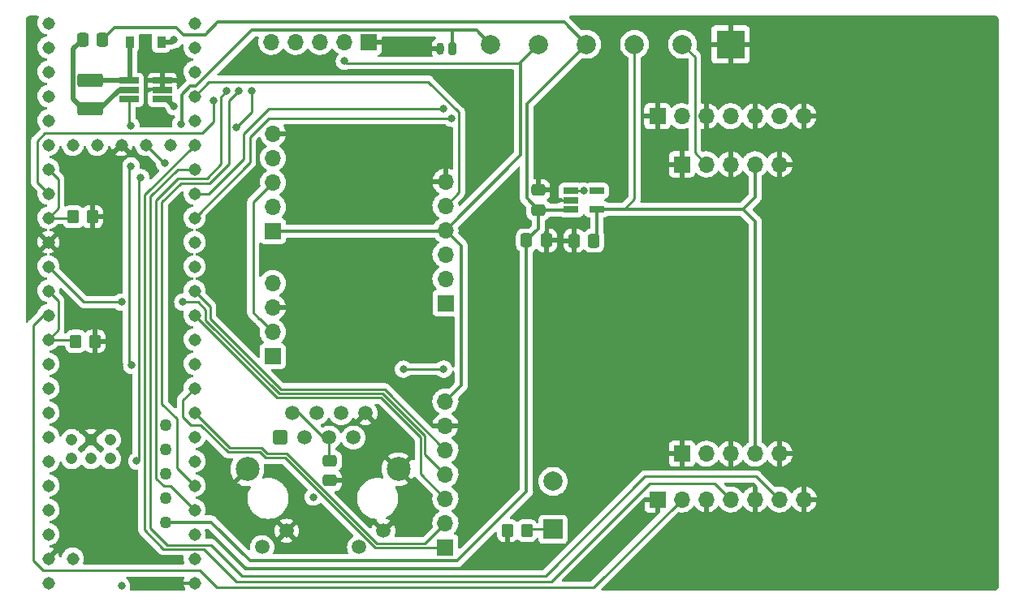
<source format=gbr>
%TF.GenerationSoftware,KiCad,Pcbnew,6.0.6-1.fc36*%
%TF.CreationDate,2022-07-31T18:36:14+02:00*%
%TF.ProjectId,CosmicWatch-ventidue,436f736d-6963-4576-9174-63682d76656e,rev?*%
%TF.SameCoordinates,Original*%
%TF.FileFunction,Copper,L2,Bot*%
%TF.FilePolarity,Positive*%
%FSLAX46Y46*%
G04 Gerber Fmt 4.6, Leading zero omitted, Abs format (unit mm)*
G04 Created by KiCad (PCBNEW 6.0.6-1.fc36) date 2022-07-31 18:36:14*
%MOMM*%
%LPD*%
G01*
G04 APERTURE LIST*
G04 Aperture macros list*
%AMRoundRect*
0 Rectangle with rounded corners*
0 $1 Rounding radius*
0 $2 $3 $4 $5 $6 $7 $8 $9 X,Y pos of 4 corners*
0 Add a 4 corners polygon primitive as box body*
4,1,4,$2,$3,$4,$5,$6,$7,$8,$9,$2,$3,0*
0 Add four circle primitives for the rounded corners*
1,1,$1+$1,$2,$3*
1,1,$1+$1,$4,$5*
1,1,$1+$1,$6,$7*
1,1,$1+$1,$8,$9*
0 Add four rect primitives between the rounded corners*
20,1,$1+$1,$2,$3,$4,$5,0*
20,1,$1+$1,$4,$5,$6,$7,0*
20,1,$1+$1,$6,$7,$8,$9,0*
20,1,$1+$1,$8,$9,$2,$3,0*%
G04 Aperture macros list end*
%TA.AperFunction,ComponentPad*%
%ADD10R,1.700000X1.700000*%
%TD*%
%TA.AperFunction,ComponentPad*%
%ADD11O,1.700000X1.700000*%
%TD*%
%TA.AperFunction,ComponentPad*%
%ADD12R,2.000000X2.000000*%
%TD*%
%TA.AperFunction,ComponentPad*%
%ADD13C,2.000000*%
%TD*%
%TA.AperFunction,ComponentPad*%
%ADD14C,1.308000*%
%TD*%
%TA.AperFunction,ComponentPad*%
%ADD15C,1.258000*%
%TD*%
%TA.AperFunction,ComponentPad*%
%ADD16C,1.208000*%
%TD*%
%TA.AperFunction,ComponentPad*%
%ADD17RoundRect,0.200000X0.200000X0.450000X-0.200000X0.450000X-0.200000X-0.450000X0.200000X-0.450000X0*%
%TD*%
%TA.AperFunction,ComponentPad*%
%ADD18O,0.800000X1.300000*%
%TD*%
%TA.AperFunction,ComponentPad*%
%ADD19RoundRect,0.250500X-0.499500X-0.499500X0.499500X-0.499500X0.499500X0.499500X-0.499500X0.499500X0*%
%TD*%
%TA.AperFunction,ComponentPad*%
%ADD20C,1.500000*%
%TD*%
%TA.AperFunction,ComponentPad*%
%ADD21C,2.500000*%
%TD*%
%TA.AperFunction,SMDPad,CuDef*%
%ADD22C,2.000000*%
%TD*%
%TA.AperFunction,SMDPad,CuDef*%
%ADD23RoundRect,0.250000X-0.475000X0.337500X-0.475000X-0.337500X0.475000X-0.337500X0.475000X0.337500X0*%
%TD*%
%TA.AperFunction,SMDPad,CuDef*%
%ADD24RoundRect,0.250000X-0.337500X-0.475000X0.337500X-0.475000X0.337500X0.475000X-0.337500X0.475000X0*%
%TD*%
%TA.AperFunction,SMDPad,CuDef*%
%ADD25RoundRect,0.250000X0.337500X0.475000X-0.337500X0.475000X-0.337500X-0.475000X0.337500X-0.475000X0*%
%TD*%
%TA.AperFunction,SMDPad,CuDef*%
%ADD26R,1.560000X0.650000*%
%TD*%
%TA.AperFunction,SMDPad,CuDef*%
%ADD27R,2.000000X0.650000*%
%TD*%
%TA.AperFunction,SMDPad,CuDef*%
%ADD28RoundRect,0.250000X-0.350000X-0.450000X0.350000X-0.450000X0.350000X0.450000X-0.350000X0.450000X0*%
%TD*%
%TA.AperFunction,SMDPad,CuDef*%
%ADD29RoundRect,0.250001X1.074999X-0.462499X1.074999X0.462499X-1.074999X0.462499X-1.074999X-0.462499X0*%
%TD*%
%TA.AperFunction,SMDPad,CuDef*%
%ADD30RoundRect,0.250000X0.475000X-0.337500X0.475000X0.337500X-0.475000X0.337500X-0.475000X-0.337500X0*%
%TD*%
%TA.AperFunction,SMDPad,CuDef*%
%ADD31R,0.900000X1.200000*%
%TD*%
%TA.AperFunction,SMDPad,CuDef*%
%ADD32RoundRect,0.250000X0.350000X0.450000X-0.350000X0.450000X-0.350000X-0.450000X0.350000X-0.450000X0*%
%TD*%
%TA.AperFunction,SMDPad,CuDef*%
%ADD33R,3.000000X3.000000*%
%TD*%
%TA.AperFunction,ViaPad*%
%ADD34C,0.800000*%
%TD*%
%TA.AperFunction,Conductor*%
%ADD35C,0.350000*%
%TD*%
%TA.AperFunction,Conductor*%
%ADD36C,0.250000*%
%TD*%
%TA.AperFunction,Conductor*%
%ADD37C,0.500000*%
%TD*%
G04 APERTURE END LIST*
D10*
%TO.P,J111,1,Pin_1*%
%TO.N,/OLED-RST*%
X94275000Y-106000000D03*
D11*
%TO.P,J111,2,Pin_2*%
%TO.N,/OLED-DC*%
X94275000Y-103460000D03*
%TO.P,J111,3,Pin_3*%
%TO.N,/SPI-CS_{1}*%
X94275000Y-100920000D03*
%TO.P,J111,4,Pin_4*%
%TO.N,/SPI-CLK*%
X94275000Y-98380000D03*
%TO.P,J111,5,Pin_5*%
%TO.N,/SPI-M_{O}S_{I}*%
X94275000Y-95840000D03*
%TO.P,J111,6,Pin_6*%
%TO.N,GND*%
X94275000Y-93300000D03*
%TO.P,J111,7,Pin_7*%
%TO.N,+3.3V*%
X94275000Y-90760000D03*
%TD*%
D10*
%TO.P,SW101,1,GND*%
%TO.N,GND*%
X86290000Y-53250000D03*
D11*
%TO.P,SW101,2,VCC*%
%TO.N,+3.3V*%
X83750000Y-53250000D03*
%TO.P,SW101,3,SW*%
%TO.N,/Rot-BTN*%
X81210000Y-53250000D03*
%TO.P,SW101,4,DT*%
%TO.N,/Rot-IR*%
X78670000Y-53250000D03*
%TO.P,SW101,5,CLK*%
%TO.N,/Rot-IL*%
X76130000Y-53250000D03*
%TD*%
D10*
%TO.P,J108,1,Pin_1*%
%TO.N,GND*%
X116380000Y-61000000D03*
D11*
%TO.P,J108,2,Pin_2*%
%TO.N,/D_{2}-F*%
X118920000Y-61000000D03*
%TO.P,J108,3,Pin_3*%
%TO.N,GND*%
X121460000Y-61000000D03*
%TO.P,J108,4,Pin_4*%
%TO.N,/D_{2}-P_{1}*%
X124000000Y-61000000D03*
%TO.P,J108,5,Pin_5*%
%TO.N,GND*%
X126540000Y-61000000D03*
%TO.P,J108,6,Pin_6*%
%TO.N,/D_{2}-P_{2}*%
X129080000Y-61000000D03*
%TO.P,J108,7,Pin_7*%
%TO.N,GND*%
X131620000Y-61000000D03*
%TD*%
D12*
%TO.P,BZ101,1,-*%
%TO.N,Net-(BZ101-Pad1)*%
X105500000Y-104120785D03*
D13*
%TO.P,BZ101,2,+*%
%TO.N,/Buzzer*%
X105500000Y-99120785D03*
%TD*%
D14*
%TO.P,U101,0,RX1*%
%TO.N,/GPS-RX*%
X68120000Y-107170000D03*
%TO.P,U101,1,TX1*%
%TO.N,/GPS-TX*%
X68120000Y-104630000D03*
%TO.P,U101,2,OUT2*%
%TO.N,/Rot-IR*%
X68120000Y-102090000D03*
%TO.P,U101,3,LRCLK2*%
%TO.N,/Rot-IL*%
X68120000Y-99550000D03*
%TO.P,U101,3.3V_1,3.3V*%
%TO.N,+3.3V*%
X68120000Y-74150000D03*
%TO.P,U101,3.3V_2,3.3V__1*%
X52880000Y-104630000D03*
%TO.P,U101,3.3V_3,3.3V__2*%
X63040000Y-63990000D03*
%TO.P,U101,4,BCLK2*%
%TO.N,/Rot-BTN*%
X68120000Y-97010000D03*
%TO.P,U101,5,IN2*%
%TO.N,/Eth-LED_{2}*%
X68120000Y-94470000D03*
D15*
%TO.P,U101,5V,5V*%
%TO.N,+5V*%
X65070000Y-103360000D03*
D14*
%TO.P,U101,6,OUT1D*%
%TO.N,/OLED-DC*%
X68120000Y-91930000D03*
%TO.P,U101,7,RX2*%
%TO.N,/OLED-RST*%
X68120000Y-89390000D03*
%TO.P,U101,8,TX2*%
%TO.N,/PWR-~{SHDN}*%
X68120000Y-86850000D03*
%TO.P,U101,9,OUT1C*%
%TO.N,unconnected-(U101-Pad9)*%
X68120000Y-84310000D03*
%TO.P,U101,10,CS1*%
%TO.N,/SPI-CS_{1}*%
X68120000Y-81770000D03*
%TO.P,U101,11,MOSI*%
%TO.N,/SPI-M_{O}S_{I}*%
X68120000Y-79230000D03*
%TO.P,U101,12,MISO*%
%TO.N,/SPI-M_{I}S_{O}*%
X68120000Y-76690000D03*
%TO.P,U101,13,SCK*%
%TO.N,/SPI-CLK*%
X52880000Y-76690000D03*
%TO.P,U101,14,A0*%
%TO.N,Net-(R105-Pad1)*%
X52880000Y-79230000D03*
%TO.P,U101,15,A1*%
%TO.N,/D_{1}-F*%
X52880000Y-81770000D03*
%TO.P,U101,16,A2*%
%TO.N,Net-(R105-Pad1)*%
X52880000Y-84310000D03*
%TO.P,U101,17,A3*%
%TO.N,unconnected-(U101-Pad17)*%
X52880000Y-86850000D03*
%TO.P,U101,18,A4*%
%TO.N,/I^{2}C-SDA*%
X52880000Y-89390000D03*
%TO.P,U101,19,A5*%
%TO.N,/I^{2}C-SCL*%
X52880000Y-91930000D03*
%TO.P,U101,20,A6*%
%TO.N,unconnected-(U101-Pad20)*%
X52880000Y-94470000D03*
%TO.P,U101,21,A7*%
%TO.N,/Buzzer*%
X52880000Y-97010000D03*
%TO.P,U101,22,A8*%
%TO.N,unconnected-(U101-Pad22)*%
X52880000Y-99550000D03*
%TO.P,U101,23,A9*%
%TO.N,unconnected-(U101-Pad23)*%
X52880000Y-102090000D03*
%TO.P,U101,24,A10*%
%TO.N,/D_{2}-P_{2}*%
X68120000Y-71610000D03*
%TO.P,U101,25,A11*%
%TO.N,/D_{2}-P_{1}*%
X68120000Y-69070000D03*
%TO.P,U101,26,A12*%
%TO.N,/D_{1}-P_{2}*%
X68120000Y-66530000D03*
%TO.P,U101,27,A13*%
%TO.N,/D_{1}-P_{1}*%
X68120000Y-63990000D03*
%TO.P,U101,28,RX7*%
%TO.N,/GPS-EN*%
X68120000Y-61450000D03*
%TO.P,U101,29,TX7*%
%TO.N,/GPS-PPS*%
X68120000Y-58910000D03*
%TO.P,U101,30,CRX3*%
%TO.N,unconnected-(U101-Pad30)*%
X68120000Y-56370000D03*
%TO.P,U101,31,CTX3*%
%TO.N,unconnected-(U101-Pad31)*%
X68120000Y-53830000D03*
%TO.P,U101,32,OUT1B*%
%TO.N,unconnected-(U101-Pad32)*%
X68120000Y-51290000D03*
%TO.P,U101,33,MCLK2*%
%TO.N,unconnected-(U101-Pad33)*%
X52880000Y-51290000D03*
%TO.P,U101,34,RX8*%
%TO.N,unconnected-(U101-Pad34)*%
X52880000Y-53830000D03*
%TO.P,U101,35,TX8*%
%TO.N,unconnected-(U101-Pad35)*%
X52880000Y-56370000D03*
%TO.P,U101,36,CS2*%
%TO.N,/SPI-CS_{2}*%
X52880000Y-58910000D03*
%TO.P,U101,37,CS3*%
%TO.N,/SPI-CS_{3}*%
X52880000Y-61450000D03*
%TO.P,U101,38,A14*%
%TO.N,unconnected-(U101-Pad38)*%
X52880000Y-63990000D03*
%TO.P,U101,39,A15*%
%TO.N,Net-(R106-Pad1)*%
X52880000Y-66530000D03*
%TO.P,U101,40,A16*%
%TO.N,/D_{2}-F*%
X52880000Y-69070000D03*
%TO.P,U101,41,A17*%
%TO.N,Net-(R106-Pad1)*%
X52880000Y-71610000D03*
D15*
%TO.P,U101,D+,D+*%
%TO.N,unconnected-(U101-PadD+)*%
X65070000Y-98280000D03*
%TO.P,U101,D-,D-*%
%TO.N,unconnected-(U101-PadD-)*%
X65070000Y-100820000D03*
D14*
%TO.P,U101,GND1,GND*%
%TO.N,GND*%
X68120000Y-109710000D03*
%TO.P,U101,GND2,GND__1*%
X52880000Y-74150000D03*
%TO.P,U101,GND3,GND__2*%
X52880000Y-107170000D03*
%TO.P,U101,GND4,GND__3*%
X60500000Y-63990000D03*
D16*
%TO.P,U101,GND5,GND__4*%
X57330000Y-94740000D03*
%TO.P,U101,LED,LED*%
%TO.N,/Eth-LED_{1}*%
X57330000Y-96740000D03*
D14*
%TO.P,U101,ON/OFF,ON/OFF*%
%TO.N,unconnected-(U101-PadON/OFF)*%
X55420000Y-63990000D03*
%TO.P,U101,PROGRAM,PROGRAM*%
%TO.N,unconnected-(U101-PadPROGRAM)*%
X57960000Y-63990000D03*
D16*
%TO.P,U101,R+,R+*%
%TO.N,/Eth-RX+*%
X55330000Y-96740000D03*
%TO.P,U101,R-,R-*%
%TO.N,/Eth-RX-*%
X55330000Y-94740000D03*
%TO.P,U101,T+,T+*%
%TO.N,/Eth-TX+*%
X59330000Y-94740000D03*
%TO.P,U101,T-,T-*%
%TO.N,/Eth-TX-*%
X59330000Y-96740000D03*
D15*
%TO.P,U101,USB_GND1,USB_GND*%
%TO.N,unconnected-(U101-PadUSB_GND1)*%
X65070000Y-95740000D03*
%TO.P,U101,USB_GND2,USB_GND__1*%
%TO.N,unconnected-(U101-PadUSB_GND2)*%
X65070000Y-93200000D03*
D14*
%TO.P,U101,VBAT,VBAT*%
%TO.N,+BATT*%
X65580000Y-63990000D03*
%TO.P,U101,VIN,VIN*%
%TO.N,unconnected-(U101-PadVIN)*%
X52880000Y-109710000D03*
%TO.P,U101,VUSB,VUSB*%
%TO.N,unconnected-(U101-PadVUSB)*%
X55420000Y-107170000D03*
%TD*%
D10*
%TO.P,J107,1,Pin_1*%
%TO.N,GND*%
X118950000Y-96225000D03*
D11*
%TO.P,J107,2,Pin_2*%
%TO.N,+V_{bias}*%
X121490000Y-96225000D03*
%TO.P,J107,3,Pin_3*%
%TO.N,GND*%
X124030000Y-96225000D03*
%TO.P,J107,4,Pin_4*%
%TO.N,+3.6V*%
X126570000Y-96225000D03*
%TO.P,J107,5,Pin_5*%
%TO.N,GND*%
X129110000Y-96225000D03*
%TD*%
D17*
%TO.P,BT401,1,+*%
%TO.N,+BATT*%
X95000000Y-53950000D03*
D18*
%TO.P,BT401,2,-*%
%TO.N,GND*%
X93750000Y-53950000D03*
%TD*%
D10*
%TO.P,J110,1,Pin_1*%
%TO.N,/GPS-EN*%
X94285786Y-80512893D03*
D11*
%TO.P,J110,2,Pin_2*%
%TO.N,/GPS-RX*%
X94285786Y-77972893D03*
%TO.P,J110,3,Pin_3*%
%TO.N,/GPS-TX*%
X94285786Y-75432893D03*
%TO.P,J110,4,Pin_4*%
%TO.N,+3.3V*%
X94285786Y-72892893D03*
%TO.P,J110,5,Pin_5*%
%TO.N,/GPS-PPS*%
X94285786Y-70352893D03*
%TO.P,J110,6,Pin_6*%
%TO.N,GND*%
X94285786Y-67812893D03*
%TD*%
D19*
%TO.P,U501,1,RD-*%
%TO.N,/Eth-TX+*%
X77055000Y-94550000D03*
D20*
%TO.P,U501,2,CT*%
%TO.N,Net-(C501-Pad1)*%
X78325000Y-92010000D03*
%TO.P,U501,3,RD+*%
%TO.N,/Eth-TX-*%
X79595000Y-94550000D03*
%TO.P,U501,4,TD-*%
%TO.N,/Eth-RX+*%
X80865000Y-92010000D03*
%TO.P,U501,5,CT*%
%TO.N,Net-(C501-Pad1)*%
X82135000Y-94550000D03*
%TO.P,U501,6,TD+*%
%TO.N,/Eth-RX-*%
X83405000Y-92010000D03*
%TO.P,U501,7*%
%TO.N,unconnected-(U501-Pad7)*%
X84675000Y-94550000D03*
%TO.P,U501,8*%
%TO.N,GND*%
X85945000Y-92010000D03*
%TO.P,U501,9,LLED+*%
%TO.N,/Eth-LED_{1}*%
X75175000Y-105980000D03*
%TO.P,U501,10,LLED-*%
%TO.N,GND*%
X77715000Y-104280000D03*
%TO.P,U501,11,RLED+*%
%TO.N,/Eth-LED_{2}*%
X85285000Y-105980000D03*
%TO.P,U501,12,RLED-*%
%TO.N,GND*%
X87825000Y-104280000D03*
D21*
%TO.P,U501,13,SHIELD*%
X73625000Y-97850000D03*
X89375000Y-97850000D03*
%TD*%
D22*
%TO.P,TP406,1,1*%
%TO.N,+5V*%
X109000000Y-53500000D03*
%TD*%
D23*
%TO.P,C501,1*%
%TO.N,Net-(C501-Pad1)*%
X82250000Y-96962500D03*
%TO.P,C501,2*%
%TO.N,GND*%
X82250000Y-99037500D03*
%TD*%
D10*
%TO.P,J106,1,Pin_1*%
%TO.N,GND*%
X116400000Y-101000000D03*
D11*
%TO.P,J106,2,Pin_2*%
%TO.N,/D_{1}-F*%
X118940000Y-101000000D03*
%TO.P,J106,3,Pin_3*%
%TO.N,GND*%
X121480000Y-101000000D03*
%TO.P,J106,4,Pin_4*%
%TO.N,/D_{1}-P_{1}*%
X124020000Y-101000000D03*
%TO.P,J106,5,Pin_5*%
%TO.N,GND*%
X126560000Y-101000000D03*
%TO.P,J106,6,Pin_6*%
%TO.N,/D_{1}-P_{2}*%
X129100000Y-101000000D03*
%TO.P,J106,7,Pin_7*%
%TO.N,GND*%
X131640000Y-101000000D03*
%TD*%
D24*
%TO.P,C403,1*%
%TO.N,+5V*%
X102737500Y-73950000D03*
%TO.P,C403,2*%
%TO.N,GND*%
X104812500Y-73950000D03*
%TD*%
D25*
%TO.P,C404,1*%
%TO.N,+5V*%
X58537500Y-53000000D03*
%TO.P,C404,2*%
%TO.N,Net-(C404-Pad2)*%
X56462500Y-53000000D03*
%TD*%
D26*
%TO.P,U401,1,VIN*%
%TO.N,+5V*%
X107362500Y-70700000D03*
%TO.P,U401,2,GND*%
%TO.N,GND*%
X107362500Y-69750000D03*
%TO.P,U401,3,CE*%
%TO.N,/PWR-~{SHDN}*%
X107362500Y-68800000D03*
%TO.P,U401,4,NC*%
%TO.N,unconnected-(U401-Pad4)*%
X110062500Y-68800000D03*
%TO.P,U401,5,VOUT*%
%TO.N,+3.6V*%
X110062500Y-70700000D03*
%TD*%
D27*
%TO.P,U402,1,PGND*%
%TO.N,GND*%
X64750000Y-57300000D03*
%TO.P,U402,2,GND*%
X64750000Y-58250000D03*
%TO.P,U402,3,FB*%
%TO.N,Net-(R401-Pad2)*%
X64750000Y-59200000D03*
%TO.P,U402,4,~{SHDN}*%
%TO.N,/PWR-~{SHDN}*%
X61330000Y-59200000D03*
%TO.P,U402,5,VIN*%
%TO.N,Net-(C404-Pad2)*%
X61330000Y-58250000D03*
%TO.P,U402,6,LX*%
%TO.N,Net-(D401-Pad2)*%
X61330000Y-57300000D03*
%TD*%
D10*
%TO.P,J109,1,Pin_1*%
%TO.N,/I^{2}C-SDA*%
X76275000Y-86050000D03*
D11*
%TO.P,J109,2,Pin_2*%
%TO.N,/I^{2}C-SCL*%
X76275000Y-83510000D03*
%TO.P,J109,3,Pin_3*%
%TO.N,GND*%
X76275000Y-80970000D03*
%TO.P,J109,4,Pin_4*%
%TO.N,+3.3V*%
X76275000Y-78430000D03*
%TD*%
D28*
%TO.P,R106,1*%
%TO.N,Net-(R106-Pad1)*%
X55500000Y-71500000D03*
%TO.P,R106,2*%
%TO.N,GND*%
X57500000Y-71500000D03*
%TD*%
D22*
%TO.P,TP404,1,1*%
%TO.N,+BATT*%
X99000000Y-53500000D03*
%TD*%
%TO.P,TP403,1,1*%
%TO.N,+3.3V*%
X104000000Y-53500000D03*
%TD*%
D29*
%TO.P,L401,1,1*%
%TO.N,Net-(C404-Pad2)*%
X57250000Y-60237500D03*
%TO.P,L401,2,2*%
%TO.N,Net-(D401-Pad2)*%
X57250000Y-57262500D03*
%TD*%
D22*
%TO.P,TP405,1,1*%
%TO.N,+V_{bias}*%
X119000000Y-53500000D03*
%TD*%
D28*
%TO.P,R105,1*%
%TO.N,Net-(R105-Pad1)*%
X55750000Y-84500000D03*
%TO.P,R105,2*%
%TO.N,GND*%
X57750000Y-84500000D03*
%TD*%
D25*
%TO.P,C402,1*%
%TO.N,+3.6V*%
X109750000Y-74000000D03*
%TO.P,C402,2*%
%TO.N,GND*%
X107675000Y-74000000D03*
%TD*%
D30*
%TO.P,C401,1*%
%TO.N,+5V*%
X103962500Y-70787500D03*
%TO.P,C401,2*%
%TO.N,GND*%
X103962500Y-68712500D03*
%TD*%
D22*
%TO.P,TP402,1,1*%
%TO.N,+3.6V*%
X114000000Y-53500000D03*
%TD*%
D31*
%TO.P,D401,1,K*%
%TO.N,Net-(C405-Pad1)*%
X64650000Y-53250000D03*
%TO.P,D401,2,A*%
%TO.N,Net-(D401-Pad2)*%
X61350000Y-53250000D03*
%TD*%
D32*
%TO.P,R102,1*%
%TO.N,Net-(BZ101-Pad1)*%
X102750000Y-104250000D03*
%TO.P,R102,2*%
%TO.N,GND*%
X100750000Y-104250000D03*
%TD*%
D10*
%TO.P,J105,1,Pin_1*%
%TO.N,GND*%
X118950000Y-66025000D03*
D11*
%TO.P,J105,2,Pin_2*%
%TO.N,+V_{bias}*%
X121490000Y-66025000D03*
%TO.P,J105,3,Pin_3*%
%TO.N,GND*%
X124030000Y-66025000D03*
%TO.P,J105,4,Pin_4*%
%TO.N,+3.6V*%
X126570000Y-66025000D03*
%TO.P,J105,5,Pin_5*%
%TO.N,GND*%
X129110000Y-66025000D03*
%TD*%
D10*
%TO.P,J112,1,Pin_1*%
%TO.N,+3.3V*%
X76300000Y-73000000D03*
D11*
%TO.P,J112,2,Pin_2*%
%TO.N,/I^{2}C-SDA*%
X76300000Y-70460000D03*
%TO.P,J112,3,Pin_3*%
%TO.N,/I^{2}C-SCL*%
X76300000Y-67920000D03*
%TO.P,J112,4,Pin_4*%
%TO.N,unconnected-(J112-Pad4)*%
X76300000Y-65380000D03*
%TO.P,J112,5,Pin_5*%
%TO.N,GND*%
X76300000Y-62840000D03*
%TD*%
D33*
%TO.P,TP401,1,1*%
%TO.N,GND*%
X124000000Y-53500000D03*
%TD*%
D34*
%TO.N,*%
X80500000Y-100750000D03*
X60500000Y-110000000D03*
%TO.N,+BATT*%
X66700000Y-61800000D03*
%TO.N,GND*%
X90100000Y-89600000D03*
X115990000Y-79685000D03*
X118530000Y-92385000D03*
X128690000Y-79685000D03*
X118530000Y-74605000D03*
X108370000Y-94925000D03*
X141390000Y-54285000D03*
X115990000Y-66985000D03*
X131230000Y-94925000D03*
X70270000Y-72065000D03*
X133770000Y-77145000D03*
X90590000Y-100005000D03*
X121070000Y-105085000D03*
X138850000Y-102545000D03*
X146470000Y-51745000D03*
X113450000Y-72065000D03*
X123610000Y-87305000D03*
X115990000Y-107625000D03*
X85510000Y-84765000D03*
X133770000Y-100005000D03*
X105830000Y-66985000D03*
X55030000Y-87305000D03*
X80430000Y-105085000D03*
X143930000Y-89845000D03*
X113450000Y-89845000D03*
X66100000Y-76800000D03*
X90590000Y-79685000D03*
X146470000Y-79685000D03*
X90590000Y-69525000D03*
X75250000Y-76250000D03*
X55030000Y-102545000D03*
X138850000Y-94925000D03*
X123610000Y-69525000D03*
X80430000Y-82225000D03*
X141390000Y-84765000D03*
X60110000Y-77145000D03*
X126150000Y-107625000D03*
X149010000Y-64445000D03*
X133770000Y-69525000D03*
X66000000Y-55000000D03*
X85510000Y-97465000D03*
X121070000Y-51745000D03*
X98210000Y-79685000D03*
X118530000Y-84765000D03*
X110910000Y-51745000D03*
X110910000Y-84765000D03*
X138850000Y-64445000D03*
X123610000Y-77145000D03*
X80430000Y-64445000D03*
X110910000Y-77145000D03*
X136310000Y-82225000D03*
X136310000Y-59365000D03*
X80430000Y-74605000D03*
X57570000Y-82225000D03*
X131230000Y-64445000D03*
X105830000Y-89845000D03*
X131230000Y-56825000D03*
X105830000Y-82225000D03*
X60110000Y-69525000D03*
X72810000Y-77145000D03*
X98210000Y-56825000D03*
X136310000Y-89845000D03*
X136310000Y-107625000D03*
X82970000Y-69525000D03*
X149010000Y-84765000D03*
X149010000Y-56825000D03*
X55030000Y-74605000D03*
X98210000Y-89845000D03*
X143930000Y-66985000D03*
X108370000Y-56825000D03*
X149010000Y-107625000D03*
X70270000Y-97465000D03*
X131230000Y-84765000D03*
X128690000Y-72065000D03*
X146470000Y-72065000D03*
X149010000Y-92385000D03*
X143930000Y-97465000D03*
X88050000Y-54285000D03*
X85510000Y-77145000D03*
X138850000Y-72065000D03*
X136310000Y-51745000D03*
X128690000Y-51745000D03*
X131230000Y-105085000D03*
X108370000Y-102545000D03*
X113450000Y-97465000D03*
X98210000Y-97465000D03*
X141390000Y-77145000D03*
X88050000Y-64445000D03*
X123610000Y-56825000D03*
X149010000Y-100005000D03*
X98210000Y-72065000D03*
X100750000Y-107625000D03*
X55030000Y-66985000D03*
X128690000Y-89845000D03*
X143930000Y-59365000D03*
X143930000Y-105085000D03*
X115990000Y-54285000D03*
%TO.N,Net-(C405-Pad1)*%
X66000000Y-53000000D03*
%TO.N,+3.3V*%
X83750000Y-55250000D03*
X65012299Y-65924500D03*
%TO.N,/D_{2}-F*%
X70100000Y-59400000D03*
%TO.N,/D_{2}-P_{1}*%
X94100000Y-60200000D03*
%TO.N,/D_{2}-P_{2}*%
X94900000Y-61200000D03*
%TO.N,/SPI-CLK*%
X60500000Y-80400000D03*
X66900000Y-80400000D03*
%TO.N,Net-(R401-Pad2)*%
X66000000Y-60000000D03*
%TO.N,/Rot-BTN*%
X62500000Y-67400000D03*
X72500000Y-62200000D03*
X74100000Y-58400000D03*
X62100000Y-97000000D03*
%TO.N,/Rot-IR*%
X71500000Y-58400000D03*
%TO.N,/Rot-IL*%
X72700000Y-58400000D03*
%TO.N,/PWR-~{SHDN}*%
X94100000Y-87400000D03*
X61500000Y-66200000D03*
X108682998Y-68800000D03*
X61500000Y-62000000D03*
X89900000Y-87400000D03*
X61575500Y-87000000D03*
%TD*%
D35*
%TO.N,+BATT*%
X95025000Y-52025000D02*
X92275000Y-52025000D01*
X67693774Y-57881000D02*
X66775000Y-58799774D01*
X95000000Y-53950000D02*
X95000000Y-52050000D01*
X66775000Y-58799774D02*
X66775000Y-61725000D01*
X95000000Y-52050000D02*
X95025000Y-52025000D01*
X92275000Y-52025000D02*
X74075000Y-52025000D01*
X66775000Y-61725000D02*
X66700000Y-61800000D01*
X68219000Y-57881000D02*
X67693774Y-57881000D01*
X99000000Y-53500000D02*
X97525000Y-52025000D01*
X99100000Y-53400000D02*
X99000000Y-53500000D01*
X97525000Y-52025000D02*
X95025000Y-52025000D01*
X74075000Y-52025000D02*
X68219000Y-57881000D01*
%TO.N,GND*%
X68120000Y-109710000D02*
X66610000Y-109710000D01*
D36*
X107362500Y-69750000D02*
X106000000Y-69750000D01*
D35*
X66500000Y-109600000D02*
X66610000Y-109710000D01*
D36*
%TO.N,Net-(BZ101-Pad1)*%
X102879215Y-104120785D02*
X102750000Y-104250000D01*
X105500000Y-104120785D02*
X102879215Y-104120785D01*
D35*
%TO.N,+5V*%
X73900000Y-107400000D02*
X95500000Y-107400000D01*
X69860000Y-103360000D02*
X73900000Y-107400000D01*
X103962500Y-72725000D02*
X103962500Y-70787500D01*
X102750000Y-69575000D02*
X102750000Y-59750000D01*
X103962500Y-70787500D02*
X102750000Y-69575000D01*
X58537500Y-53000000D02*
X59787500Y-51750000D01*
X66250000Y-51750000D02*
X67000000Y-52500000D01*
X59787500Y-51750000D02*
X66250000Y-51750000D01*
X102750000Y-59750000D02*
X109000000Y-53500000D01*
X103962500Y-70787500D02*
X107275000Y-70787500D01*
X107275000Y-70787500D02*
X107362500Y-70700000D01*
X67000000Y-52500000D02*
X69250000Y-52500000D01*
X106700000Y-51200000D02*
X109000000Y-53500000D01*
X102737500Y-100162500D02*
X102737500Y-73950000D01*
X70550000Y-51200000D02*
X106700000Y-51200000D01*
X69250000Y-52500000D02*
X70550000Y-51200000D01*
X65070000Y-103360000D02*
X69860000Y-103360000D01*
D36*
X103962500Y-70787500D02*
X104050000Y-70700000D01*
D35*
X95500000Y-107400000D02*
X102737500Y-100162500D01*
X102737500Y-73950000D02*
X103962500Y-72725000D01*
D36*
%TO.N,+3.6V*%
X114000000Y-69650000D02*
X112950000Y-70700000D01*
D35*
X126570000Y-96225000D02*
X126570000Y-71970000D01*
X112950000Y-70700000D02*
X125300000Y-70700000D01*
X126570000Y-69430000D02*
X126570000Y-66025000D01*
D36*
X114000000Y-53500000D02*
X114000000Y-69650000D01*
D35*
X110062500Y-70700000D02*
X110062500Y-73687500D01*
X110062500Y-73687500D02*
X109750000Y-74000000D01*
X126570000Y-71970000D02*
X125300000Y-70700000D01*
X125300000Y-70700000D02*
X126570000Y-69430000D01*
X110062500Y-70700000D02*
X112950000Y-70700000D01*
D37*
%TO.N,Net-(C404-Pad2)*%
X58262500Y-60237500D02*
X60250000Y-58250000D01*
X57250000Y-60237500D02*
X58262500Y-60237500D01*
X55475000Y-53987500D02*
X55475000Y-59225000D01*
X60250000Y-58250000D02*
X61330000Y-58250000D01*
X56462500Y-53000000D02*
X55475000Y-53987500D01*
X56487500Y-60237500D02*
X57250000Y-60237500D01*
X55475000Y-59225000D02*
X56487500Y-60237500D01*
%TO.N,Net-(C405-Pad1)*%
X64650000Y-53250000D02*
X65750000Y-53250000D01*
X65750000Y-53250000D02*
X66000000Y-53000000D01*
D36*
%TO.N,+V_{bias}*%
X120285000Y-64820000D02*
X120285000Y-54785000D01*
X121490000Y-66025000D02*
X120285000Y-64820000D01*
X120285000Y-54785000D02*
X119000000Y-53500000D01*
%TO.N,Net-(C501-Pad1)*%
X78960000Y-91960000D02*
X81500000Y-94500000D01*
X78325000Y-91960000D02*
X78960000Y-91960000D01*
X82135000Y-94500000D02*
X82135000Y-96847500D01*
X82135000Y-96847500D02*
X82250000Y-96962500D01*
X81500000Y-94500000D02*
X82135000Y-94500000D01*
%TO.N,+3.3V*%
X64974500Y-65924500D02*
X65012299Y-65924500D01*
D35*
X94178679Y-73000000D02*
X94285786Y-72892893D01*
X102100000Y-65078679D02*
X94285786Y-72892893D01*
X94285786Y-72892893D02*
X95900000Y-74507107D01*
X102100000Y-55400000D02*
X104000000Y-53500000D01*
X95900000Y-89135000D02*
X94275000Y-90760000D01*
D36*
X102100000Y-55400000D02*
X102025000Y-55475000D01*
D35*
X95900000Y-74507107D02*
X95900000Y-89135000D01*
D36*
X63040000Y-63990000D02*
X64974500Y-65924500D01*
X83975000Y-55475000D02*
X83750000Y-55250000D01*
D35*
X102100000Y-55400000D02*
X102100000Y-65078679D01*
X76300000Y-73000000D02*
X94178679Y-73000000D01*
D36*
X102025000Y-55475000D02*
X83975000Y-55475000D01*
%TO.N,/D_{1}-F*%
X51300000Y-82800000D02*
X52330000Y-81770000D01*
X118940000Y-101000000D02*
X109740000Y-110200000D01*
X52330000Y-81770000D02*
X52880000Y-81770000D01*
X70447258Y-110200000D02*
X68647258Y-108400000D01*
X51300000Y-107400000D02*
X51300000Y-82800000D01*
X52300000Y-108400000D02*
X51300000Y-107400000D01*
X109740000Y-110200000D02*
X70447258Y-110200000D01*
X68647258Y-108400000D02*
X52300000Y-108400000D01*
%TO.N,/D_{2}-F*%
X51700000Y-67890000D02*
X52880000Y-69070000D01*
X68900000Y-62800000D02*
X52500000Y-62800000D01*
X70110914Y-61589086D02*
X68900000Y-62800000D01*
X70110914Y-59410914D02*
X70110914Y-61589086D01*
X51700000Y-63600000D02*
X51700000Y-67890000D01*
X52500000Y-62800000D02*
X51700000Y-63600000D01*
X70100000Y-59400000D02*
X70110914Y-59410914D01*
D37*
%TO.N,Net-(D401-Pad2)*%
X61292500Y-57262500D02*
X61330000Y-57300000D01*
X61350000Y-53250000D02*
X61350000Y-57280000D01*
D36*
X61330000Y-53270000D02*
X61350000Y-53250000D01*
X57250000Y-57262500D02*
X57287500Y-57300000D01*
D37*
X57250000Y-57262500D02*
X61292500Y-57262500D01*
X61350000Y-57280000D02*
X61330000Y-57300000D01*
D36*
%TO.N,/D_{2}-P_{1}*%
X94100000Y-60200000D02*
X75900000Y-60200000D01*
X69630000Y-69070000D02*
X68120000Y-69070000D01*
X75900000Y-60200000D02*
X73250000Y-62850000D01*
X73250000Y-62850000D02*
X73250000Y-65450000D01*
X73250000Y-65450000D02*
X69630000Y-69070000D01*
%TO.N,/D_{2}-P_{2}*%
X73900000Y-65830000D02*
X68120000Y-71610000D01*
X73900000Y-63200000D02*
X73900000Y-65830000D01*
X75900000Y-61200000D02*
X73900000Y-63200000D01*
X94900000Y-61200000D02*
X75900000Y-61200000D01*
%TO.N,/I^{2}C-SCL*%
X74885000Y-82135000D02*
X74250000Y-81500000D01*
X74250000Y-69970000D02*
X76300000Y-67920000D01*
X74250000Y-81500000D02*
X74250000Y-69970000D01*
X76275000Y-83510000D02*
X74900000Y-82135000D01*
X74900000Y-82135000D02*
X74885000Y-82135000D01*
%TO.N,/GPS-PPS*%
X68120000Y-58910000D02*
X69630000Y-57400000D01*
X69630000Y-57400000D02*
X92500000Y-57400000D01*
X95700000Y-60600000D02*
X95700000Y-68938679D01*
X92500000Y-57400000D02*
X95700000Y-60600000D01*
X95700000Y-68938679D02*
X94285786Y-70352893D01*
%TO.N,/OLED-RST*%
X66900000Y-90610000D02*
X68120000Y-89390000D01*
X86925280Y-106050000D02*
X77525280Y-96650000D01*
X66900000Y-92400000D02*
X66900000Y-90610000D01*
X75513604Y-96650000D02*
X74913604Y-96050000D01*
X94275000Y-106000000D02*
X94225000Y-106050000D01*
X68753604Y-93200000D02*
X67700000Y-93200000D01*
X77525280Y-96650000D02*
X75513604Y-96650000D01*
X71603604Y-96050000D02*
X68753604Y-93200000D01*
X67700000Y-93200000D02*
X66900000Y-92400000D01*
X74913604Y-96050000D02*
X71603604Y-96050000D01*
X94225000Y-106050000D02*
X86925280Y-106050000D01*
%TO.N,/OLED-DC*%
X92135000Y-105600000D02*
X87111676Y-105600000D01*
X71790000Y-95600000D02*
X68120000Y-91930000D01*
X87111676Y-105600000D02*
X77711676Y-96200000D01*
X75100000Y-95600000D02*
X71790000Y-95600000D01*
X94275000Y-103460000D02*
X92135000Y-105600000D01*
X77711676Y-96200000D02*
X75700000Y-96200000D01*
X75700000Y-96200000D02*
X75100000Y-95600000D01*
%TO.N,/SPI-CS_{1}*%
X87562208Y-90400000D02*
X76750000Y-90400000D01*
X94275000Y-100920000D02*
X91700000Y-98345000D01*
X76750000Y-90400000D02*
X68120000Y-81770000D01*
X91700000Y-94537792D02*
X87562208Y-90400000D01*
X91700000Y-98345000D02*
X91700000Y-94537792D01*
%TO.N,/SPI-CLK*%
X87748604Y-89950000D02*
X76936396Y-89950000D01*
X68500000Y-80400000D02*
X66900000Y-80400000D01*
X69300000Y-82313604D02*
X69300000Y-81200000D01*
X60500000Y-80400000D02*
X56590000Y-80400000D01*
X69300000Y-81200000D02*
X68500000Y-80400000D01*
X76936396Y-89950000D02*
X69300000Y-82313604D01*
X94275000Y-98380000D02*
X92150000Y-96255000D01*
X56590000Y-80400000D02*
X52880000Y-76690000D01*
X92150000Y-96255000D02*
X92150000Y-94351396D01*
X92150000Y-94351396D02*
X87748604Y-89950000D01*
%TO.N,/SPI-M_{O}S_{I}*%
X77122792Y-89500000D02*
X69750000Y-82127208D01*
X69750000Y-80860000D02*
X68120000Y-79230000D01*
X87935000Y-89500000D02*
X77122792Y-89500000D01*
X69750000Y-82127208D02*
X69750000Y-80860000D01*
X94275000Y-95840000D02*
X87935000Y-89500000D01*
%TO.N,Net-(R105-Pad1)*%
X52880000Y-84310000D02*
X53900000Y-83290000D01*
X53900000Y-80250000D02*
X52880000Y-79230000D01*
X55560000Y-84310000D02*
X52880000Y-84310000D01*
X55750000Y-84500000D02*
X55560000Y-84310000D01*
X53900000Y-83290000D02*
X53900000Y-80250000D01*
%TO.N,Net-(R106-Pad1)*%
X53900000Y-67550000D02*
X52880000Y-66530000D01*
X52880000Y-71610000D02*
X53900000Y-70590000D01*
X55500000Y-71500000D02*
X55390000Y-71610000D01*
X55390000Y-71610000D02*
X52880000Y-71610000D01*
X53900000Y-70590000D02*
X53900000Y-67550000D01*
D37*
%TO.N,Net-(R401-Pad2)*%
X64750000Y-59200000D02*
X65200000Y-59200000D01*
X65200000Y-59200000D02*
X66000000Y-60000000D01*
D36*
%TO.N,/Rot-BTN*%
X62300000Y-96800000D02*
X62100000Y-97000000D01*
X74100000Y-58400000D02*
X74100000Y-60600000D01*
X74100000Y-60600000D02*
X72500000Y-62200000D01*
X62500000Y-67400000D02*
X62300000Y-67600000D01*
X62300000Y-67600000D02*
X62300000Y-96800000D01*
%TO.N,/Rot-IR*%
X69391000Y-67509000D02*
X66391000Y-67509000D01*
X70900000Y-59000000D02*
X70900000Y-66000000D01*
X65630000Y-99600000D02*
X68120000Y-102090000D01*
X64100000Y-98800000D02*
X64900000Y-99600000D01*
X64900000Y-99600000D02*
X65630000Y-99600000D01*
X70900000Y-66000000D02*
X69391000Y-67509000D01*
X71500000Y-58400000D02*
X70900000Y-59000000D01*
X64100000Y-69800000D02*
X64100000Y-98800000D01*
X66391000Y-67509000D02*
X64100000Y-69800000D01*
%TO.N,/Rot-IL*%
X69700000Y-68000000D02*
X66700000Y-68000000D01*
X64700000Y-70000000D02*
X64700000Y-91000000D01*
X71700000Y-66000000D02*
X69700000Y-68000000D01*
X64700000Y-91000000D02*
X66300000Y-92600000D01*
X66300000Y-92600000D02*
X66300000Y-97730000D01*
X66300000Y-97730000D02*
X68120000Y-99550000D01*
X71700000Y-59400000D02*
X71700000Y-66000000D01*
X66700000Y-68000000D02*
X64700000Y-70000000D01*
X72700000Y-58400000D02*
X71700000Y-59400000D01*
%TO.N,/D_{1}-P_{1}*%
X62900000Y-104200000D02*
X62900000Y-69210000D01*
X122376243Y-99356243D02*
X115543757Y-99356243D01*
X124020000Y-101000000D02*
X122376243Y-99356243D01*
X72500000Y-109600000D02*
X69091000Y-106191000D01*
X105300000Y-109600000D02*
X72500000Y-109600000D01*
X115543757Y-99356243D02*
X105300000Y-109600000D01*
X64891000Y-106191000D02*
X62900000Y-104200000D01*
X69091000Y-106191000D02*
X64891000Y-106191000D01*
X62900000Y-69210000D02*
X68120000Y-63990000D01*
%TO.N,/D_{1}-P_{2}*%
X129100000Y-101000000D02*
X126700000Y-98600000D01*
X63500000Y-103979205D02*
X63500000Y-69400000D01*
X73100000Y-109000000D02*
X69841000Y-105741000D01*
X63500000Y-69400000D02*
X66370000Y-66530000D01*
X104700000Y-109000000D02*
X73100000Y-109000000D01*
X126700000Y-98600000D02*
X115100000Y-98600000D01*
X66370000Y-66530000D02*
X68120000Y-66530000D01*
X115100000Y-98600000D02*
X104700000Y-109000000D01*
X69841000Y-105741000D02*
X65261795Y-105741000D01*
X65261795Y-105741000D02*
X63500000Y-103979205D01*
%TO.N,/PWR-~{SHDN}*%
X61500000Y-62000000D02*
X61330000Y-61830000D01*
X89900000Y-87400000D02*
X94100000Y-87400000D01*
X108682998Y-68800000D02*
X107362500Y-68800000D01*
X61330000Y-61830000D02*
X61330000Y-59200000D01*
X61300000Y-86724500D02*
X61575500Y-87000000D01*
X61300000Y-66400000D02*
X61300000Y-86724500D01*
X61500000Y-66200000D02*
X61300000Y-66400000D01*
%TD*%
%TA.AperFunction,Conductor*%
%TO.N,GND*%
G36*
X67022273Y-109053502D02*
G01*
X67068766Y-109107158D01*
X67078870Y-109177432D01*
X67065661Y-109218167D01*
X67044543Y-109258307D01*
X67040138Y-109268941D01*
X66980235Y-109461857D01*
X66977845Y-109473101D01*
X66954101Y-109673717D01*
X66953800Y-109685218D01*
X66967011Y-109886789D01*
X66968811Y-109898156D01*
X67018537Y-110093950D01*
X67022375Y-110104788D01*
X67106946Y-110288238D01*
X67115180Y-110302499D01*
X67131918Y-110371494D01*
X67108698Y-110438586D01*
X67052892Y-110482474D01*
X67006061Y-110491500D01*
X61468979Y-110491500D01*
X61400858Y-110471498D01*
X61354365Y-110417842D01*
X61344261Y-110347568D01*
X61349146Y-110326564D01*
X61391502Y-110196206D01*
X61393542Y-110189928D01*
X61400601Y-110122771D01*
X61412814Y-110006565D01*
X61413504Y-110000000D01*
X61393542Y-109810072D01*
X61334527Y-109628444D01*
X61239040Y-109463056D01*
X61202585Y-109422568D01*
X61115675Y-109326045D01*
X61115674Y-109326044D01*
X61111253Y-109321134D01*
X61078273Y-109297172D01*
X61029086Y-109261436D01*
X60985732Y-109205214D01*
X60979657Y-109134477D01*
X61012789Y-109071686D01*
X61074609Y-109036774D01*
X61103147Y-109033500D01*
X66954152Y-109033500D01*
X67022273Y-109053502D01*
G37*
%TD.AperFunction*%
%TA.AperFunction,Conductor*%
G36*
X151470018Y-50510001D02*
G01*
X151484852Y-50512311D01*
X151484855Y-50512311D01*
X151493724Y-50513692D01*
X151502626Y-50512528D01*
X151502750Y-50512512D01*
X151533192Y-50512241D01*
X151540621Y-50513078D01*
X151595264Y-50519235D01*
X151622771Y-50525514D01*
X151699853Y-50552486D01*
X151725274Y-50564728D01*
X151794426Y-50608179D01*
X151816485Y-50625771D01*
X151874229Y-50683515D01*
X151891822Y-50705575D01*
X151935273Y-50774729D01*
X151947514Y-50800148D01*
X151970709Y-50866433D01*
X151974486Y-50877228D01*
X151980765Y-50904735D01*
X151987018Y-50960227D01*
X151985375Y-50975845D01*
X151987800Y-50975875D01*
X151987690Y-50984854D01*
X151986309Y-50993724D01*
X151987473Y-51002626D01*
X151987473Y-51002629D01*
X151990435Y-51025277D01*
X151991499Y-51041614D01*
X151991500Y-109950633D01*
X151990000Y-109970018D01*
X151988940Y-109976829D01*
X151986309Y-109993724D01*
X151987473Y-110002626D01*
X151987489Y-110002750D01*
X151987760Y-110033192D01*
X151986604Y-110043449D01*
X151980766Y-110095264D01*
X151974487Y-110122771D01*
X151947515Y-110199853D01*
X151935273Y-110225274D01*
X151891822Y-110294426D01*
X151874230Y-110316485D01*
X151816485Y-110374230D01*
X151794426Y-110391822D01*
X151725274Y-110435273D01*
X151699853Y-110447515D01*
X151622772Y-110474487D01*
X151595264Y-110480766D01*
X151539774Y-110487018D01*
X151524132Y-110486923D01*
X151524121Y-110487800D01*
X151515149Y-110487690D01*
X151506276Y-110486309D01*
X151497374Y-110487473D01*
X151497372Y-110487473D01*
X151486385Y-110488910D01*
X151474714Y-110490436D01*
X151458379Y-110491500D01*
X110648594Y-110491500D01*
X110580473Y-110471498D01*
X110533980Y-110417842D01*
X110523876Y-110347568D01*
X110553370Y-110282988D01*
X110559499Y-110276405D01*
X114442478Y-106393427D01*
X118484550Y-102351355D01*
X118546862Y-102317329D01*
X118598762Y-102316979D01*
X118778597Y-102353567D01*
X118783772Y-102353757D01*
X118783774Y-102353757D01*
X118996673Y-102361564D01*
X118996677Y-102361564D01*
X119001837Y-102361753D01*
X119006957Y-102361097D01*
X119006959Y-102361097D01*
X119218288Y-102334025D01*
X119218289Y-102334025D01*
X119223416Y-102333368D01*
X119228366Y-102331883D01*
X119432429Y-102270661D01*
X119432434Y-102270659D01*
X119437384Y-102269174D01*
X119637994Y-102170896D01*
X119819860Y-102041173D01*
X119827734Y-102033327D01*
X119953764Y-101907736D01*
X119978096Y-101883489D01*
X119982584Y-101877244D01*
X120108453Y-101702077D01*
X120109640Y-101702930D01*
X120156960Y-101659362D01*
X120226897Y-101647145D01*
X120292338Y-101674678D01*
X120320166Y-101706511D01*
X120377694Y-101800388D01*
X120383777Y-101808699D01*
X120523213Y-101969667D01*
X120530580Y-101976883D01*
X120694434Y-102112916D01*
X120702881Y-102118831D01*
X120886756Y-102226279D01*
X120896042Y-102230729D01*
X121095001Y-102306703D01*
X121104899Y-102309579D01*
X121208250Y-102330606D01*
X121222299Y-102329410D01*
X121226000Y-102319065D01*
X121226000Y-100872000D01*
X121246002Y-100803879D01*
X121299658Y-100757386D01*
X121352000Y-100746000D01*
X121608000Y-100746000D01*
X121676121Y-100766002D01*
X121722614Y-100819658D01*
X121734000Y-100872000D01*
X121734000Y-102318517D01*
X121738064Y-102332359D01*
X121751478Y-102334393D01*
X121758184Y-102333534D01*
X121768262Y-102331392D01*
X121972255Y-102270191D01*
X121981842Y-102266433D01*
X122173095Y-102172739D01*
X122181945Y-102167464D01*
X122355328Y-102043792D01*
X122363200Y-102037139D01*
X122514052Y-101886812D01*
X122520730Y-101878965D01*
X122648022Y-101701819D01*
X122649279Y-101702722D01*
X122696373Y-101659362D01*
X122766311Y-101647145D01*
X122831751Y-101674678D01*
X122859579Y-101706511D01*
X122862329Y-101710998D01*
X122919987Y-101805088D01*
X123066250Y-101973938D01*
X123238126Y-102116632D01*
X123431000Y-102229338D01*
X123639692Y-102309030D01*
X123644760Y-102310061D01*
X123644763Y-102310062D01*
X123739862Y-102329410D01*
X123858597Y-102353567D01*
X123863772Y-102353757D01*
X123863774Y-102353757D01*
X124076673Y-102361564D01*
X124076677Y-102361564D01*
X124081837Y-102361753D01*
X124086957Y-102361097D01*
X124086959Y-102361097D01*
X124298288Y-102334025D01*
X124298289Y-102334025D01*
X124303416Y-102333368D01*
X124308366Y-102331883D01*
X124512429Y-102270661D01*
X124512434Y-102270659D01*
X124517384Y-102269174D01*
X124717994Y-102170896D01*
X124899860Y-102041173D01*
X124907734Y-102033327D01*
X125033764Y-101907736D01*
X125058096Y-101883489D01*
X125062584Y-101877244D01*
X125188453Y-101702077D01*
X125189640Y-101702930D01*
X125236960Y-101659362D01*
X125306897Y-101647145D01*
X125372338Y-101674678D01*
X125400166Y-101706511D01*
X125457694Y-101800388D01*
X125463777Y-101808699D01*
X125603213Y-101969667D01*
X125610580Y-101976883D01*
X125774434Y-102112916D01*
X125782881Y-102118831D01*
X125966756Y-102226279D01*
X125976042Y-102230729D01*
X126175001Y-102306703D01*
X126184899Y-102309579D01*
X126288250Y-102330606D01*
X126302299Y-102329410D01*
X126306000Y-102319065D01*
X126306000Y-99683102D01*
X126302082Y-99669758D01*
X126287806Y-99667771D01*
X126249324Y-99673660D01*
X126239288Y-99676051D01*
X126036868Y-99742212D01*
X126027359Y-99746209D01*
X125838463Y-99844542D01*
X125829738Y-99850036D01*
X125659433Y-99977905D01*
X125651726Y-99984748D01*
X125504590Y-100138717D01*
X125498109Y-100146722D01*
X125393498Y-100300074D01*
X125338587Y-100345076D01*
X125268062Y-100353247D01*
X125204315Y-100321993D01*
X125183618Y-100297509D01*
X125102822Y-100172617D01*
X125102820Y-100172614D01*
X125100014Y-100168277D01*
X124949670Y-100003051D01*
X124945619Y-99999852D01*
X124945615Y-99999848D01*
X124778414Y-99867800D01*
X124778410Y-99867798D01*
X124774359Y-99864598D01*
X124738028Y-99844542D01*
X124687825Y-99816829D01*
X124578789Y-99756638D01*
X124573920Y-99754914D01*
X124573916Y-99754912D01*
X124373087Y-99683795D01*
X124373083Y-99683794D01*
X124368212Y-99682069D01*
X124363119Y-99681162D01*
X124363116Y-99681161D01*
X124153373Y-99643800D01*
X124153367Y-99643799D01*
X124148284Y-99642894D01*
X124074452Y-99641992D01*
X123930081Y-99640228D01*
X123930079Y-99640228D01*
X123924911Y-99640165D01*
X123704091Y-99673955D01*
X123691532Y-99678060D01*
X123620568Y-99680210D01*
X123563294Y-99647389D01*
X123364500Y-99448595D01*
X123330474Y-99386283D01*
X123335539Y-99315468D01*
X123378086Y-99258632D01*
X123444606Y-99233821D01*
X123453595Y-99233500D01*
X126385406Y-99233500D01*
X126453527Y-99253502D01*
X126474501Y-99270405D01*
X126777975Y-99573879D01*
X126812001Y-99636191D01*
X126810694Y-99665795D01*
X126814000Y-99665795D01*
X126814000Y-102318517D01*
X126818064Y-102332359D01*
X126831478Y-102334393D01*
X126838184Y-102333534D01*
X126848262Y-102331392D01*
X127052255Y-102270191D01*
X127061842Y-102266433D01*
X127253095Y-102172739D01*
X127261945Y-102167464D01*
X127435328Y-102043792D01*
X127443200Y-102037139D01*
X127594052Y-101886812D01*
X127600730Y-101878965D01*
X127728022Y-101701819D01*
X127729279Y-101702722D01*
X127776373Y-101659362D01*
X127846311Y-101647145D01*
X127911751Y-101674678D01*
X127939579Y-101706511D01*
X127942329Y-101710998D01*
X127999987Y-101805088D01*
X128146250Y-101973938D01*
X128318126Y-102116632D01*
X128511000Y-102229338D01*
X128719692Y-102309030D01*
X128724760Y-102310061D01*
X128724763Y-102310062D01*
X128819862Y-102329410D01*
X128938597Y-102353567D01*
X128943772Y-102353757D01*
X128943774Y-102353757D01*
X129156673Y-102361564D01*
X129156677Y-102361564D01*
X129161837Y-102361753D01*
X129166957Y-102361097D01*
X129166959Y-102361097D01*
X129378288Y-102334025D01*
X129378289Y-102334025D01*
X129383416Y-102333368D01*
X129388366Y-102331883D01*
X129592429Y-102270661D01*
X129592434Y-102270659D01*
X129597384Y-102269174D01*
X129797994Y-102170896D01*
X129979860Y-102041173D01*
X129987734Y-102033327D01*
X130113764Y-101907736D01*
X130138096Y-101883489D01*
X130142584Y-101877244D01*
X130268453Y-101702077D01*
X130269640Y-101702930D01*
X130316960Y-101659362D01*
X130386897Y-101647145D01*
X130452338Y-101674678D01*
X130480166Y-101706511D01*
X130537694Y-101800388D01*
X130543777Y-101808699D01*
X130683213Y-101969667D01*
X130690580Y-101976883D01*
X130854434Y-102112916D01*
X130862881Y-102118831D01*
X131046756Y-102226279D01*
X131056042Y-102230729D01*
X131255001Y-102306703D01*
X131264899Y-102309579D01*
X131368250Y-102330606D01*
X131382299Y-102329410D01*
X131386000Y-102319065D01*
X131386000Y-102318517D01*
X131894000Y-102318517D01*
X131898064Y-102332359D01*
X131911478Y-102334393D01*
X131918184Y-102333534D01*
X131928262Y-102331392D01*
X132132255Y-102270191D01*
X132141842Y-102266433D01*
X132333095Y-102172739D01*
X132341945Y-102167464D01*
X132515328Y-102043792D01*
X132523200Y-102037139D01*
X132674052Y-101886812D01*
X132680730Y-101878965D01*
X132805003Y-101706020D01*
X132810313Y-101697183D01*
X132904670Y-101506267D01*
X132908469Y-101496672D01*
X132970377Y-101292910D01*
X132972555Y-101282837D01*
X132973986Y-101271962D01*
X132971775Y-101257778D01*
X132958617Y-101254000D01*
X131912115Y-101254000D01*
X131896876Y-101258475D01*
X131895671Y-101259865D01*
X131894000Y-101267548D01*
X131894000Y-102318517D01*
X131386000Y-102318517D01*
X131386000Y-100727885D01*
X131894000Y-100727885D01*
X131898475Y-100743124D01*
X131899865Y-100744329D01*
X131907548Y-100746000D01*
X132958344Y-100746000D01*
X132971875Y-100742027D01*
X132973180Y-100732947D01*
X132931214Y-100565875D01*
X132927894Y-100556124D01*
X132842972Y-100360814D01*
X132838105Y-100351739D01*
X132722426Y-100172926D01*
X132716136Y-100164757D01*
X132572806Y-100007240D01*
X132565273Y-100000215D01*
X132398139Y-99868222D01*
X132389552Y-99862517D01*
X132203117Y-99759599D01*
X132193705Y-99755369D01*
X131992959Y-99684280D01*
X131982988Y-99681646D01*
X131911837Y-99668972D01*
X131898540Y-99670432D01*
X131894000Y-99684989D01*
X131894000Y-100727885D01*
X131386000Y-100727885D01*
X131386000Y-99683102D01*
X131382082Y-99669758D01*
X131367806Y-99667771D01*
X131329324Y-99673660D01*
X131319288Y-99676051D01*
X131116868Y-99742212D01*
X131107359Y-99746209D01*
X130918463Y-99844542D01*
X130909738Y-99850036D01*
X130739433Y-99977905D01*
X130731726Y-99984748D01*
X130584590Y-100138717D01*
X130578109Y-100146722D01*
X130473498Y-100300074D01*
X130418587Y-100345076D01*
X130348062Y-100353247D01*
X130284315Y-100321993D01*
X130263618Y-100297509D01*
X130182822Y-100172617D01*
X130182820Y-100172614D01*
X130180014Y-100168277D01*
X130029670Y-100003051D01*
X130025619Y-99999852D01*
X130025615Y-99999848D01*
X129858414Y-99867800D01*
X129858410Y-99867798D01*
X129854359Y-99864598D01*
X129818028Y-99844542D01*
X129767825Y-99816829D01*
X129658789Y-99756638D01*
X129653920Y-99754914D01*
X129653916Y-99754912D01*
X129453087Y-99683795D01*
X129453083Y-99683794D01*
X129448212Y-99682069D01*
X129443119Y-99681162D01*
X129443116Y-99681161D01*
X129233373Y-99643800D01*
X129233367Y-99643799D01*
X129228284Y-99642894D01*
X129154452Y-99641992D01*
X129010081Y-99640228D01*
X129010079Y-99640228D01*
X129004911Y-99640165D01*
X128784091Y-99673955D01*
X128771532Y-99678060D01*
X128700568Y-99680210D01*
X128643294Y-99647389D01*
X127203652Y-98207747D01*
X127196112Y-98199461D01*
X127192000Y-98192982D01*
X127142348Y-98146356D01*
X127139507Y-98143602D01*
X127119770Y-98123865D01*
X127116573Y-98121385D01*
X127107551Y-98113680D01*
X127092138Y-98099206D01*
X127075321Y-98083414D01*
X127068375Y-98079595D01*
X127068372Y-98079593D01*
X127057566Y-98073652D01*
X127041047Y-98062801D01*
X127033810Y-98057188D01*
X127025041Y-98050386D01*
X127017772Y-98047241D01*
X127017768Y-98047238D01*
X126984463Y-98032826D01*
X126973813Y-98027609D01*
X126935060Y-98006305D01*
X126915437Y-98001267D01*
X126896734Y-97994863D01*
X126885420Y-97989967D01*
X126885419Y-97989967D01*
X126878145Y-97986819D01*
X126870322Y-97985580D01*
X126870312Y-97985577D01*
X126834476Y-97979901D01*
X126822856Y-97977495D01*
X126787711Y-97968472D01*
X126787710Y-97968472D01*
X126780030Y-97966500D01*
X126759776Y-97966500D01*
X126740065Y-97964949D01*
X126727886Y-97963020D01*
X126720057Y-97961780D01*
X126690786Y-97964547D01*
X126676039Y-97965941D01*
X126664181Y-97966500D01*
X115178767Y-97966500D01*
X115167584Y-97965973D01*
X115160091Y-97964298D01*
X115152165Y-97964547D01*
X115152164Y-97964547D01*
X115092014Y-97966438D01*
X115088055Y-97966500D01*
X115060144Y-97966500D01*
X115056210Y-97966997D01*
X115056209Y-97966997D01*
X115056144Y-97967005D01*
X115044307Y-97967938D01*
X115012049Y-97968952D01*
X115008030Y-97969078D01*
X115000111Y-97969327D01*
X114980657Y-97974979D01*
X114961300Y-97978987D01*
X114949070Y-97980532D01*
X114949069Y-97980532D01*
X114941203Y-97981526D01*
X114933832Y-97984445D01*
X114933830Y-97984445D01*
X114900088Y-97997804D01*
X114888858Y-98001649D01*
X114854017Y-98011771D01*
X114854016Y-98011771D01*
X114846407Y-98013982D01*
X114839588Y-98018015D01*
X114839583Y-98018017D01*
X114828972Y-98024293D01*
X114811224Y-98032988D01*
X114792383Y-98040448D01*
X114785967Y-98045110D01*
X114785966Y-98045110D01*
X114756613Y-98066436D01*
X114746693Y-98072952D01*
X114715465Y-98091420D01*
X114715462Y-98091422D01*
X114708638Y-98095458D01*
X114694317Y-98109779D01*
X114679284Y-98122619D01*
X114662893Y-98134528D01*
X114644004Y-98157361D01*
X114634702Y-98168605D01*
X114626712Y-98177384D01*
X104474500Y-108329595D01*
X104412188Y-108363621D01*
X104385405Y-108366500D01*
X73414594Y-108366500D01*
X73346473Y-108346498D01*
X73325499Y-108329595D01*
X71840407Y-106844502D01*
X70344652Y-105348747D01*
X70337112Y-105340461D01*
X70333000Y-105333982D01*
X70283348Y-105287356D01*
X70280507Y-105284602D01*
X70260770Y-105264865D01*
X70257573Y-105262385D01*
X70248551Y-105254680D01*
X70222100Y-105229841D01*
X70216321Y-105224414D01*
X70209375Y-105220595D01*
X70209372Y-105220593D01*
X70198566Y-105214652D01*
X70182047Y-105203801D01*
X70181583Y-105203441D01*
X70166041Y-105191386D01*
X70158772Y-105188241D01*
X70158768Y-105188238D01*
X70125463Y-105173826D01*
X70114813Y-105168609D01*
X70076060Y-105147305D01*
X70056437Y-105142267D01*
X70037734Y-105135863D01*
X70026420Y-105130967D01*
X70026419Y-105130967D01*
X70019145Y-105127819D01*
X70011322Y-105126580D01*
X70011312Y-105126577D01*
X69975476Y-105120901D01*
X69963856Y-105118495D01*
X69928711Y-105109472D01*
X69928710Y-105109472D01*
X69921030Y-105107500D01*
X69900776Y-105107500D01*
X69881065Y-105105949D01*
X69868886Y-105104020D01*
X69861057Y-105102780D01*
X69853165Y-105103526D01*
X69817039Y-105106941D01*
X69805181Y-105107500D01*
X69361481Y-105107500D01*
X69293360Y-105087498D01*
X69246867Y-105033842D01*
X69236763Y-104963568D01*
X69242168Y-104940999D01*
X69253366Y-104908012D01*
X69253367Y-104908007D01*
X69255222Y-104902543D01*
X69261947Y-104856166D01*
X69279180Y-104737308D01*
X69285880Y-104691101D01*
X69287480Y-104630000D01*
X69274504Y-104488787D01*
X69268459Y-104422998D01*
X69268458Y-104422995D01*
X69267930Y-104417244D01*
X69264670Y-104405683D01*
X69211506Y-104217179D01*
X69211505Y-104217177D01*
X69209936Y-104211613D01*
X69210283Y-104211515D01*
X69204797Y-104143893D01*
X69238226Y-104081259D01*
X69300210Y-104046641D01*
X69328168Y-104043500D01*
X69524695Y-104043500D01*
X69592816Y-104063502D01*
X69613790Y-104080405D01*
X73396844Y-107863459D01*
X73402698Y-107869724D01*
X73439290Y-107911670D01*
X73489655Y-107947066D01*
X73494920Y-107950978D01*
X73543328Y-107988935D01*
X73550252Y-107992061D01*
X73554561Y-107994671D01*
X73563976Y-108000042D01*
X73568424Y-108002427D01*
X73574639Y-108006795D01*
X73631957Y-108029142D01*
X73638029Y-108031694D01*
X73694105Y-108057014D01*
X73701582Y-108058400D01*
X73706402Y-108059910D01*
X73716818Y-108062878D01*
X73721698Y-108064131D01*
X73728772Y-108066889D01*
X73736303Y-108067881D01*
X73736305Y-108067881D01*
X73789777Y-108074921D01*
X73796290Y-108075953D01*
X73849299Y-108085777D01*
X73849301Y-108085777D01*
X73856768Y-108087161D01*
X73864349Y-108086724D01*
X73864350Y-108086724D01*
X73916643Y-108083709D01*
X73923895Y-108083500D01*
X95471955Y-108083500D01*
X95480524Y-108083792D01*
X95528458Y-108087060D01*
X95528462Y-108087060D01*
X95536034Y-108087576D01*
X95543511Y-108086271D01*
X95543514Y-108086271D01*
X95596647Y-108076998D01*
X95603171Y-108076035D01*
X95656691Y-108069558D01*
X95664235Y-108068645D01*
X95671345Y-108065958D01*
X95676248Y-108064754D01*
X95686734Y-108061886D01*
X95691526Y-108060439D01*
X95699004Y-108059134D01*
X95705957Y-108056082D01*
X95755341Y-108034405D01*
X95761446Y-108031914D01*
X95811882Y-108012855D01*
X95811885Y-108012853D01*
X95818989Y-108010169D01*
X95825246Y-108005869D01*
X95829714Y-108003533D01*
X95839160Y-107998275D01*
X95843526Y-107995693D01*
X95850485Y-107992638D01*
X95899304Y-107955177D01*
X95904623Y-107951314D01*
X95949065Y-107920769D01*
X95955326Y-107916466D01*
X95995233Y-107871676D01*
X96000213Y-107866402D01*
X99426906Y-104439709D01*
X99489218Y-104405683D01*
X99560033Y-104410748D01*
X99616869Y-104453295D01*
X99641680Y-104519815D01*
X99642001Y-104528804D01*
X99642001Y-104747095D01*
X99642338Y-104753614D01*
X99652257Y-104849206D01*
X99655149Y-104862600D01*
X99706588Y-105016784D01*
X99712761Y-105029962D01*
X99798063Y-105167807D01*
X99807099Y-105179208D01*
X99921829Y-105293739D01*
X99933240Y-105302751D01*
X100071243Y-105387816D01*
X100084424Y-105393963D01*
X100238710Y-105445138D01*
X100252086Y-105448005D01*
X100346438Y-105457672D01*
X100352854Y-105458000D01*
X100477885Y-105458000D01*
X100493124Y-105453525D01*
X100494329Y-105452135D01*
X100496000Y-105444452D01*
X100496000Y-104122000D01*
X100516002Y-104053879D01*
X100569658Y-104007386D01*
X100622000Y-103996000D01*
X100878000Y-103996000D01*
X100946121Y-104016002D01*
X100992614Y-104069658D01*
X101004000Y-104122000D01*
X101004000Y-105439884D01*
X101008475Y-105455123D01*
X101009865Y-105456328D01*
X101017548Y-105457999D01*
X101147095Y-105457999D01*
X101153614Y-105457662D01*
X101249206Y-105447743D01*
X101262600Y-105444851D01*
X101416784Y-105393412D01*
X101429962Y-105387239D01*
X101567807Y-105301937D01*
X101579208Y-105292901D01*
X101660430Y-105211538D01*
X101722713Y-105177459D01*
X101793533Y-105182462D01*
X101838620Y-105211383D01*
X101921512Y-105294130D01*
X101921517Y-105294134D01*
X101926697Y-105299305D01*
X101932927Y-105303145D01*
X101932928Y-105303146D01*
X102070288Y-105387816D01*
X102077262Y-105392115D01*
X102157005Y-105418564D01*
X102238611Y-105445632D01*
X102238613Y-105445632D01*
X102245139Y-105447797D01*
X102251975Y-105448497D01*
X102251978Y-105448498D01*
X102295031Y-105452909D01*
X102349600Y-105458500D01*
X103150400Y-105458500D01*
X103153646Y-105458163D01*
X103153650Y-105458163D01*
X103249308Y-105448238D01*
X103249312Y-105448237D01*
X103256166Y-105447526D01*
X103262702Y-105445345D01*
X103262704Y-105445345D01*
X103394806Y-105401272D01*
X103423946Y-105391550D01*
X103574348Y-105298478D01*
X103699305Y-105173303D01*
X103705000Y-105164065D01*
X103744866Y-105099389D01*
X103758240Y-105077693D01*
X103811012Y-105030200D01*
X103881084Y-105018776D01*
X103946208Y-105047050D01*
X103985707Y-105106044D01*
X103991500Y-105143809D01*
X103991500Y-105168919D01*
X103998255Y-105231101D01*
X104049385Y-105367490D01*
X104136739Y-105484046D01*
X104253295Y-105571400D01*
X104389684Y-105622530D01*
X104451866Y-105629285D01*
X106548134Y-105629285D01*
X106610316Y-105622530D01*
X106746705Y-105571400D01*
X106863261Y-105484046D01*
X106950615Y-105367490D01*
X107001745Y-105231101D01*
X107008500Y-105168919D01*
X107008500Y-103072651D01*
X107001745Y-103010469D01*
X106950615Y-102874080D01*
X106863261Y-102757524D01*
X106746705Y-102670170D01*
X106610316Y-102619040D01*
X106548134Y-102612285D01*
X104451866Y-102612285D01*
X104389684Y-102619040D01*
X104253295Y-102670170D01*
X104136739Y-102757524D01*
X104049385Y-102874080D01*
X103998255Y-103010469D01*
X103991500Y-103072651D01*
X103991500Y-103356110D01*
X103971498Y-103424231D01*
X103917842Y-103470724D01*
X103847568Y-103480828D01*
X103782988Y-103451334D01*
X103758356Y-103422413D01*
X103702332Y-103331880D01*
X103698478Y-103325652D01*
X103573303Y-103200695D01*
X103555197Y-103189534D01*
X103428968Y-103111725D01*
X103428966Y-103111724D01*
X103422738Y-103107885D01*
X103316510Y-103072651D01*
X103261389Y-103054368D01*
X103261387Y-103054368D01*
X103254861Y-103052203D01*
X103248025Y-103051503D01*
X103248022Y-103051502D01*
X103204969Y-103047091D01*
X103150400Y-103041500D01*
X102349600Y-103041500D01*
X102346354Y-103041837D01*
X102346350Y-103041837D01*
X102250692Y-103051762D01*
X102250688Y-103051763D01*
X102243834Y-103052474D01*
X102237298Y-103054655D01*
X102237296Y-103054655D01*
X102193538Y-103069254D01*
X102076054Y-103108450D01*
X101925652Y-103201522D01*
X101920479Y-103206704D01*
X101838862Y-103288463D01*
X101776579Y-103322542D01*
X101705759Y-103317539D01*
X101660671Y-103288618D01*
X101578171Y-103206261D01*
X101566760Y-103197249D01*
X101428757Y-103112184D01*
X101415576Y-103106037D01*
X101261290Y-103054862D01*
X101247914Y-103051995D01*
X101153562Y-103042328D01*
X101147145Y-103042000D01*
X101128805Y-103042000D01*
X101060684Y-103021998D01*
X101014191Y-102968342D01*
X101004087Y-102898068D01*
X101033581Y-102833488D01*
X101039710Y-102826905D01*
X103200959Y-100665656D01*
X103207224Y-100659802D01*
X103209222Y-100658059D01*
X103249170Y-100623210D01*
X103284566Y-100572848D01*
X103288476Y-100567583D01*
X103289220Y-100566635D01*
X103326435Y-100519171D01*
X103329562Y-100512246D01*
X103332183Y-100507918D01*
X103337546Y-100498517D01*
X103339928Y-100494075D01*
X103344295Y-100487861D01*
X103347087Y-100480702D01*
X103366642Y-100430544D01*
X103369198Y-100424463D01*
X103391389Y-100375316D01*
X103394514Y-100368395D01*
X103395899Y-100360923D01*
X103397403Y-100356122D01*
X103400378Y-100345682D01*
X103401631Y-100340802D01*
X103404389Y-100333728D01*
X103407748Y-100308218D01*
X103412421Y-100272723D01*
X103413453Y-100266210D01*
X103423277Y-100213201D01*
X103423277Y-100213199D01*
X103424661Y-100205732D01*
X103423983Y-100193962D01*
X103421209Y-100145857D01*
X103421000Y-100138605D01*
X103421000Y-99120785D01*
X103986835Y-99120785D01*
X104005465Y-99357496D01*
X104006619Y-99362303D01*
X104006620Y-99362309D01*
X104025134Y-99439425D01*
X104060895Y-99588379D01*
X104062788Y-99592950D01*
X104062789Y-99592952D01*
X104147658Y-99797844D01*
X104151760Y-99807748D01*
X104154346Y-99811968D01*
X104273241Y-100005987D01*
X104273245Y-100005993D01*
X104275824Y-100010201D01*
X104385587Y-100138717D01*
X104413745Y-100171685D01*
X104430031Y-100190754D01*
X104610584Y-100344961D01*
X104614792Y-100347540D01*
X104614798Y-100347544D01*
X104784227Y-100451370D01*
X104813037Y-100469025D01*
X104817607Y-100470918D01*
X104817611Y-100470920D01*
X105023314Y-100556124D01*
X105032406Y-100559890D01*
X105064450Y-100567583D01*
X105258476Y-100614165D01*
X105258482Y-100614166D01*
X105263289Y-100615320D01*
X105500000Y-100633950D01*
X105736711Y-100615320D01*
X105741518Y-100614166D01*
X105741524Y-100614165D01*
X105935550Y-100567583D01*
X105967594Y-100559890D01*
X105976686Y-100556124D01*
X106182389Y-100470920D01*
X106182393Y-100470918D01*
X106186963Y-100469025D01*
X106215773Y-100451370D01*
X106385202Y-100347544D01*
X106385208Y-100347540D01*
X106389416Y-100344961D01*
X106569969Y-100190754D01*
X106586256Y-100171685D01*
X106614413Y-100138717D01*
X106724176Y-100010201D01*
X106726755Y-100005993D01*
X106726759Y-100005987D01*
X106845654Y-99811968D01*
X106848240Y-99807748D01*
X106852343Y-99797844D01*
X106937211Y-99592952D01*
X106937212Y-99592950D01*
X106939105Y-99588379D01*
X106974866Y-99439425D01*
X106993380Y-99362309D01*
X106993381Y-99362303D01*
X106994535Y-99357496D01*
X107013165Y-99120785D01*
X106994535Y-98884074D01*
X106992803Y-98876857D01*
X106947206Y-98686935D01*
X106939105Y-98653191D01*
X106933038Y-98638543D01*
X106850135Y-98438396D01*
X106850133Y-98438392D01*
X106848240Y-98433822D01*
X106824303Y-98394760D01*
X106726759Y-98235583D01*
X106726755Y-98235577D01*
X106724176Y-98231369D01*
X106569969Y-98050816D01*
X106389416Y-97896609D01*
X106385208Y-97894030D01*
X106385202Y-97894026D01*
X106191183Y-97775131D01*
X106186963Y-97772545D01*
X106182393Y-97770652D01*
X106182389Y-97770650D01*
X105972167Y-97683574D01*
X105972165Y-97683573D01*
X105967594Y-97681680D01*
X105865086Y-97657070D01*
X105741524Y-97627405D01*
X105741518Y-97627404D01*
X105736711Y-97626250D01*
X105500000Y-97607620D01*
X105263289Y-97626250D01*
X105258482Y-97627404D01*
X105258476Y-97627405D01*
X105134914Y-97657070D01*
X105032406Y-97681680D01*
X105027835Y-97683573D01*
X105027833Y-97683574D01*
X104817611Y-97770650D01*
X104817607Y-97770652D01*
X104813037Y-97772545D01*
X104808817Y-97775131D01*
X104614798Y-97894026D01*
X104614792Y-97894030D01*
X104610584Y-97896609D01*
X104430031Y-98050816D01*
X104275824Y-98231369D01*
X104273245Y-98235577D01*
X104273241Y-98235583D01*
X104175697Y-98394760D01*
X104151760Y-98433822D01*
X104149867Y-98438392D01*
X104149865Y-98438396D01*
X104066962Y-98638543D01*
X104060895Y-98653191D01*
X104052794Y-98686935D01*
X104007198Y-98876857D01*
X104005465Y-98884074D01*
X103986835Y-99120785D01*
X103421000Y-99120785D01*
X103421000Y-97119669D01*
X117592001Y-97119669D01*
X117592371Y-97126490D01*
X117597895Y-97177352D01*
X117601521Y-97192604D01*
X117646676Y-97313054D01*
X117655214Y-97328649D01*
X117731715Y-97430724D01*
X117744276Y-97443285D01*
X117846351Y-97519786D01*
X117861946Y-97528324D01*
X117982394Y-97573478D01*
X117997649Y-97577105D01*
X118048514Y-97582631D01*
X118055328Y-97583000D01*
X118677885Y-97583000D01*
X118693124Y-97578525D01*
X118694329Y-97577135D01*
X118696000Y-97569452D01*
X118696000Y-97564884D01*
X119204000Y-97564884D01*
X119208475Y-97580123D01*
X119209865Y-97581328D01*
X119217548Y-97582999D01*
X119844669Y-97582999D01*
X119851490Y-97582629D01*
X119902352Y-97577105D01*
X119917604Y-97573479D01*
X120038054Y-97528324D01*
X120053649Y-97519786D01*
X120155724Y-97443285D01*
X120168285Y-97430724D01*
X120244786Y-97328649D01*
X120253324Y-97313054D01*
X120294225Y-97203952D01*
X120336867Y-97147188D01*
X120403428Y-97122488D01*
X120472777Y-97137696D01*
X120507444Y-97165684D01*
X120532865Y-97195031D01*
X120532869Y-97195035D01*
X120536250Y-97198938D01*
X120708126Y-97341632D01*
X120901000Y-97454338D01*
X120905825Y-97456180D01*
X120905826Y-97456181D01*
X120962907Y-97477978D01*
X121109692Y-97534030D01*
X121114760Y-97535061D01*
X121114763Y-97535062D01*
X121185729Y-97549500D01*
X121328597Y-97578567D01*
X121333772Y-97578757D01*
X121333774Y-97578757D01*
X121546673Y-97586564D01*
X121546677Y-97586564D01*
X121551837Y-97586753D01*
X121556957Y-97586097D01*
X121556959Y-97586097D01*
X121768288Y-97559025D01*
X121768289Y-97559025D01*
X121773416Y-97558368D01*
X121778366Y-97556883D01*
X121982429Y-97495661D01*
X121982434Y-97495659D01*
X121987384Y-97494174D01*
X122187994Y-97395896D01*
X122369860Y-97266173D01*
X122384887Y-97251199D01*
X122486365Y-97150074D01*
X122528096Y-97108489D01*
X122565082Y-97057018D01*
X122658453Y-96927077D01*
X122659640Y-96927930D01*
X122706960Y-96884362D01*
X122776897Y-96872145D01*
X122842338Y-96899678D01*
X122870166Y-96931511D01*
X122927694Y-97025388D01*
X122933777Y-97033699D01*
X123073213Y-97194667D01*
X123080580Y-97201883D01*
X123244434Y-97337916D01*
X123252881Y-97343831D01*
X123436756Y-97451279D01*
X123446042Y-97455729D01*
X123645001Y-97531703D01*
X123654899Y-97534579D01*
X123758250Y-97555606D01*
X123772299Y-97554410D01*
X123776000Y-97544065D01*
X123776000Y-94908102D01*
X123772082Y-94894758D01*
X123757806Y-94892771D01*
X123719324Y-94898660D01*
X123709288Y-94901051D01*
X123506868Y-94967212D01*
X123497359Y-94971209D01*
X123308463Y-95069542D01*
X123299738Y-95075036D01*
X123129433Y-95202905D01*
X123121726Y-95209748D01*
X122974590Y-95363717D01*
X122968109Y-95371722D01*
X122863498Y-95525074D01*
X122808587Y-95570076D01*
X122738062Y-95578247D01*
X122674315Y-95546993D01*
X122653618Y-95522509D01*
X122572822Y-95397617D01*
X122572820Y-95397614D01*
X122570014Y-95393277D01*
X122419670Y-95228051D01*
X122415619Y-95224852D01*
X122415615Y-95224848D01*
X122248414Y-95092800D01*
X122248410Y-95092798D01*
X122244359Y-95089598D01*
X122237878Y-95086020D01*
X122137243Y-95030467D01*
X122048789Y-94981638D01*
X122043920Y-94979914D01*
X122043916Y-94979912D01*
X121843087Y-94908795D01*
X121843083Y-94908794D01*
X121838212Y-94907069D01*
X121833119Y-94906162D01*
X121833116Y-94906161D01*
X121623373Y-94868800D01*
X121623367Y-94868799D01*
X121618284Y-94867894D01*
X121544452Y-94866992D01*
X121400081Y-94865228D01*
X121400079Y-94865228D01*
X121394911Y-94865165D01*
X121174091Y-94898955D01*
X120961756Y-94968357D01*
X120928677Y-94985577D01*
X120803996Y-95050482D01*
X120763607Y-95071507D01*
X120759474Y-95074610D01*
X120759471Y-95074612D01*
X120589280Y-95202395D01*
X120584965Y-95205635D01*
X120581393Y-95209373D01*
X120503898Y-95290466D01*
X120442374Y-95325895D01*
X120371462Y-95322438D01*
X120313676Y-95281192D01*
X120294823Y-95247644D01*
X120253324Y-95136946D01*
X120244786Y-95121351D01*
X120168285Y-95019276D01*
X120155724Y-95006715D01*
X120053649Y-94930214D01*
X120038054Y-94921676D01*
X119917606Y-94876522D01*
X119902351Y-94872895D01*
X119851486Y-94867369D01*
X119844672Y-94867000D01*
X119222115Y-94867000D01*
X119206876Y-94871475D01*
X119205671Y-94872865D01*
X119204000Y-94880548D01*
X119204000Y-97564884D01*
X118696000Y-97564884D01*
X118696000Y-96497115D01*
X118691525Y-96481876D01*
X118690135Y-96480671D01*
X118682452Y-96479000D01*
X117610116Y-96479000D01*
X117594877Y-96483475D01*
X117593672Y-96484865D01*
X117592001Y-96492548D01*
X117592001Y-97119669D01*
X103421000Y-97119669D01*
X103421000Y-95952885D01*
X117592000Y-95952885D01*
X117596475Y-95968124D01*
X117597865Y-95969329D01*
X117605548Y-95971000D01*
X118677885Y-95971000D01*
X118693124Y-95966525D01*
X118694329Y-95965135D01*
X118696000Y-95957452D01*
X118696000Y-94885116D01*
X118691525Y-94869877D01*
X118690135Y-94868672D01*
X118682452Y-94867001D01*
X118055331Y-94867001D01*
X118048510Y-94867371D01*
X117997648Y-94872895D01*
X117982396Y-94876521D01*
X117861946Y-94921676D01*
X117846351Y-94930214D01*
X117744276Y-95006715D01*
X117731715Y-95019276D01*
X117655214Y-95121351D01*
X117646676Y-95136946D01*
X117601522Y-95257394D01*
X117597895Y-95272649D01*
X117592369Y-95323514D01*
X117592000Y-95330328D01*
X117592000Y-95952885D01*
X103421000Y-95952885D01*
X103421000Y-75173105D01*
X103441002Y-75104984D01*
X103480697Y-75065961D01*
X103543120Y-75027332D01*
X103549348Y-75023478D01*
X103674305Y-74898303D01*
X103677102Y-74893765D01*
X103734353Y-74853176D01*
X103805276Y-74849946D01*
X103866687Y-74885572D01*
X103874062Y-74894068D01*
X103882098Y-74904207D01*
X103996829Y-75018739D01*
X104008240Y-75027751D01*
X104146243Y-75112816D01*
X104159424Y-75118963D01*
X104313710Y-75170138D01*
X104327086Y-75173005D01*
X104421438Y-75182672D01*
X104427854Y-75183000D01*
X104540385Y-75183000D01*
X104555624Y-75178525D01*
X104556829Y-75177135D01*
X104558500Y-75169452D01*
X104558500Y-75164884D01*
X105066500Y-75164884D01*
X105070975Y-75180123D01*
X105072365Y-75181328D01*
X105080048Y-75182999D01*
X105197095Y-75182999D01*
X105203614Y-75182662D01*
X105299206Y-75172743D01*
X105312600Y-75169851D01*
X105466784Y-75118412D01*
X105479962Y-75112239D01*
X105617807Y-75026937D01*
X105629208Y-75017901D01*
X105743739Y-74903171D01*
X105752751Y-74891760D01*
X105837816Y-74753757D01*
X105843963Y-74740576D01*
X105895138Y-74586290D01*
X105898005Y-74572914D01*
X105903212Y-74522095D01*
X106579501Y-74522095D01*
X106579838Y-74528614D01*
X106589757Y-74624206D01*
X106592649Y-74637600D01*
X106644088Y-74791784D01*
X106650261Y-74804962D01*
X106735563Y-74942807D01*
X106744599Y-74954208D01*
X106859329Y-75068739D01*
X106870740Y-75077751D01*
X107008743Y-75162816D01*
X107021924Y-75168963D01*
X107176210Y-75220138D01*
X107189586Y-75223005D01*
X107283938Y-75232672D01*
X107290354Y-75233000D01*
X107402885Y-75233000D01*
X107418124Y-75228525D01*
X107419329Y-75227135D01*
X107421000Y-75219452D01*
X107421000Y-74272115D01*
X107416525Y-74256876D01*
X107415135Y-74255671D01*
X107407452Y-74254000D01*
X106597616Y-74254000D01*
X106582377Y-74258475D01*
X106581172Y-74259865D01*
X106579501Y-74267548D01*
X106579501Y-74522095D01*
X105903212Y-74522095D01*
X105907672Y-74478562D01*
X105908000Y-74472146D01*
X105908000Y-74222115D01*
X105903525Y-74206876D01*
X105902135Y-74205671D01*
X105894452Y-74204000D01*
X105084615Y-74204000D01*
X105069376Y-74208475D01*
X105068171Y-74209865D01*
X105066500Y-74217548D01*
X105066500Y-75164884D01*
X104558500Y-75164884D01*
X104558500Y-73727885D01*
X106579500Y-73727885D01*
X106583975Y-73743124D01*
X106585365Y-73744329D01*
X106593048Y-73746000D01*
X107402885Y-73746000D01*
X107418124Y-73741525D01*
X107419329Y-73740135D01*
X107421000Y-73732452D01*
X107421000Y-72785116D01*
X107416525Y-72769877D01*
X107415135Y-72768672D01*
X107407452Y-72767001D01*
X107290405Y-72767001D01*
X107283886Y-72767338D01*
X107188294Y-72777257D01*
X107174900Y-72780149D01*
X107020716Y-72831588D01*
X107007538Y-72837761D01*
X106869693Y-72923063D01*
X106858292Y-72932099D01*
X106743761Y-73046829D01*
X106734749Y-73058240D01*
X106649684Y-73196243D01*
X106643537Y-73209424D01*
X106592362Y-73363710D01*
X106589495Y-73377086D01*
X106579828Y-73471438D01*
X106579500Y-73477855D01*
X106579500Y-73727885D01*
X104558500Y-73727885D01*
X104558500Y-73677885D01*
X105066500Y-73677885D01*
X105070975Y-73693124D01*
X105072365Y-73694329D01*
X105080048Y-73696000D01*
X105889884Y-73696000D01*
X105905123Y-73691525D01*
X105906328Y-73690135D01*
X105907999Y-73682452D01*
X105907999Y-73427905D01*
X105907662Y-73421386D01*
X105897743Y-73325794D01*
X105894851Y-73312400D01*
X105843412Y-73158216D01*
X105837239Y-73145038D01*
X105751937Y-73007193D01*
X105742901Y-72995792D01*
X105628171Y-72881261D01*
X105616760Y-72872249D01*
X105478757Y-72787184D01*
X105465576Y-72781037D01*
X105311290Y-72729862D01*
X105297914Y-72726995D01*
X105203562Y-72717328D01*
X105197145Y-72717000D01*
X105084615Y-72717000D01*
X105069376Y-72721475D01*
X105068171Y-72722865D01*
X105066500Y-72730548D01*
X105066500Y-73677885D01*
X104558500Y-73677885D01*
X104558500Y-73100212D01*
X104570866Y-73050974D01*
X104569295Y-73050361D01*
X104591642Y-72993044D01*
X104594198Y-72986963D01*
X104616389Y-72937816D01*
X104619514Y-72930895D01*
X104620899Y-72923423D01*
X104622403Y-72918622D01*
X104625378Y-72908182D01*
X104626631Y-72903302D01*
X104629389Y-72896228D01*
X104631301Y-72881704D01*
X104637421Y-72835223D01*
X104638453Y-72828710D01*
X104648277Y-72775701D01*
X104648277Y-72775699D01*
X104649661Y-72768232D01*
X104646513Y-72713621D01*
X104646209Y-72708357D01*
X104646000Y-72701105D01*
X104646000Y-71945857D01*
X104666002Y-71877736D01*
X104719658Y-71831243D01*
X104732122Y-71826334D01*
X104754495Y-71818870D01*
X104754502Y-71818867D01*
X104761446Y-71816550D01*
X104911848Y-71723478D01*
X104947677Y-71687587D01*
X105031634Y-71603483D01*
X105036805Y-71598303D01*
X105057101Y-71565377D01*
X105078363Y-71530884D01*
X105131136Y-71483390D01*
X105185623Y-71471000D01*
X106300642Y-71471000D01*
X106344871Y-71479018D01*
X106464782Y-71523971D01*
X106464788Y-71523973D01*
X106472184Y-71526745D01*
X106534366Y-71533500D01*
X108190634Y-71533500D01*
X108252816Y-71526745D01*
X108389205Y-71475615D01*
X108505761Y-71388261D01*
X108593115Y-71271705D01*
X108596267Y-71263297D01*
X108600577Y-71255425D01*
X108602957Y-71256728D01*
X108637164Y-71211196D01*
X108703727Y-71186499D01*
X108773075Y-71201709D01*
X108823191Y-71251997D01*
X108826433Y-71259097D01*
X108828734Y-71263299D01*
X108831885Y-71271705D01*
X108919239Y-71388261D01*
X109035795Y-71475615D01*
X109172184Y-71526745D01*
X109234366Y-71533500D01*
X109253000Y-71533500D01*
X109321121Y-71553502D01*
X109367614Y-71607158D01*
X109379000Y-71659500D01*
X109379000Y-72651144D01*
X109358998Y-72719265D01*
X109305342Y-72765758D01*
X109266004Y-72776471D01*
X109256334Y-72777474D01*
X109249798Y-72779655D01*
X109249796Y-72779655D01*
X109210624Y-72792724D01*
X109088554Y-72833450D01*
X108938152Y-72926522D01*
X108813195Y-73051697D01*
X108810398Y-73056235D01*
X108753147Y-73096824D01*
X108682224Y-73100054D01*
X108620813Y-73064428D01*
X108613438Y-73055932D01*
X108605402Y-73045793D01*
X108490671Y-72931261D01*
X108479260Y-72922249D01*
X108341257Y-72837184D01*
X108328076Y-72831037D01*
X108173790Y-72779862D01*
X108160414Y-72776995D01*
X108066062Y-72767328D01*
X108059645Y-72767000D01*
X107947115Y-72767000D01*
X107931876Y-72771475D01*
X107930671Y-72772865D01*
X107929000Y-72780548D01*
X107929000Y-75214884D01*
X107933475Y-75230123D01*
X107934865Y-75231328D01*
X107942548Y-75232999D01*
X108059595Y-75232999D01*
X108066114Y-75232662D01*
X108161706Y-75222743D01*
X108175100Y-75219851D01*
X108329284Y-75168412D01*
X108342462Y-75162239D01*
X108480307Y-75076937D01*
X108491708Y-75067901D01*
X108606238Y-74953172D01*
X108613294Y-74944238D01*
X108671212Y-74903177D01*
X108742135Y-74899947D01*
X108803546Y-74935574D01*
X108810346Y-74943407D01*
X108814022Y-74949348D01*
X108939197Y-75074305D01*
X108945427Y-75078145D01*
X108945428Y-75078146D01*
X109082788Y-75162816D01*
X109089762Y-75167115D01*
X109128980Y-75180123D01*
X109251111Y-75220632D01*
X109251113Y-75220632D01*
X109257639Y-75222797D01*
X109264475Y-75223497D01*
X109264478Y-75223498D01*
X109307531Y-75227909D01*
X109362100Y-75233500D01*
X110137900Y-75233500D01*
X110141146Y-75233163D01*
X110141150Y-75233163D01*
X110236808Y-75223238D01*
X110236812Y-75223237D01*
X110243666Y-75222526D01*
X110250202Y-75220345D01*
X110250204Y-75220345D01*
X110392098Y-75173005D01*
X110411446Y-75166550D01*
X110561848Y-75073478D01*
X110686805Y-74948303D01*
X110716612Y-74899947D01*
X110775775Y-74803968D01*
X110775776Y-74803966D01*
X110779615Y-74797738D01*
X110835297Y-74629861D01*
X110846000Y-74525400D01*
X110846000Y-73474600D01*
X110840812Y-73424600D01*
X110835738Y-73375692D01*
X110835737Y-73375688D01*
X110835026Y-73368834D01*
X110829042Y-73350896D01*
X110781368Y-73208002D01*
X110779050Y-73201054D01*
X110764856Y-73178117D01*
X110746000Y-73111814D01*
X110746000Y-71659500D01*
X110766002Y-71591379D01*
X110819658Y-71544886D01*
X110872000Y-71533500D01*
X110890634Y-71533500D01*
X110952816Y-71526745D01*
X111089205Y-71475615D01*
X111178524Y-71408674D01*
X111245030Y-71383826D01*
X111254089Y-71383500D01*
X124964695Y-71383500D01*
X125032816Y-71403502D01*
X125053790Y-71420405D01*
X125849595Y-72216210D01*
X125883621Y-72278522D01*
X125886500Y-72305305D01*
X125886500Y-94976344D01*
X125866498Y-95044465D01*
X125836154Y-95077103D01*
X125796487Y-95106886D01*
X125669660Y-95202110D01*
X125664965Y-95205635D01*
X125624820Y-95247644D01*
X125532195Y-95344571D01*
X125510629Y-95367138D01*
X125507715Y-95371410D01*
X125507714Y-95371411D01*
X125402898Y-95525066D01*
X125347987Y-95570069D01*
X125277462Y-95578240D01*
X125213715Y-95546986D01*
X125193018Y-95522502D01*
X125112426Y-95397926D01*
X125106136Y-95389757D01*
X124962806Y-95232240D01*
X124955273Y-95225215D01*
X124788139Y-95093222D01*
X124779552Y-95087517D01*
X124593117Y-94984599D01*
X124583705Y-94980369D01*
X124382959Y-94909280D01*
X124372988Y-94906646D01*
X124301837Y-94893972D01*
X124288540Y-94895432D01*
X124284000Y-94909989D01*
X124284000Y-97543517D01*
X124288064Y-97557359D01*
X124301478Y-97559393D01*
X124308184Y-97558534D01*
X124318262Y-97556392D01*
X124522255Y-97495191D01*
X124531842Y-97491433D01*
X124723095Y-97397739D01*
X124731945Y-97392464D01*
X124905328Y-97268792D01*
X124913200Y-97262139D01*
X125064052Y-97111812D01*
X125070730Y-97103965D01*
X125198022Y-96926819D01*
X125199279Y-96927722D01*
X125246373Y-96884362D01*
X125316311Y-96872145D01*
X125381751Y-96899678D01*
X125409579Y-96931511D01*
X125469987Y-97030088D01*
X125616250Y-97198938D01*
X125788126Y-97341632D01*
X125981000Y-97454338D01*
X125985825Y-97456180D01*
X125985826Y-97456181D01*
X126042907Y-97477978D01*
X126189692Y-97534030D01*
X126194760Y-97535061D01*
X126194763Y-97535062D01*
X126265729Y-97549500D01*
X126408597Y-97578567D01*
X126413772Y-97578757D01*
X126413774Y-97578757D01*
X126626673Y-97586564D01*
X126626677Y-97586564D01*
X126631837Y-97586753D01*
X126636957Y-97586097D01*
X126636959Y-97586097D01*
X126848288Y-97559025D01*
X126848289Y-97559025D01*
X126853416Y-97558368D01*
X126858366Y-97556883D01*
X127062429Y-97495661D01*
X127062434Y-97495659D01*
X127067384Y-97494174D01*
X127267994Y-97395896D01*
X127449860Y-97266173D01*
X127464887Y-97251199D01*
X127566365Y-97150074D01*
X127608096Y-97108489D01*
X127645082Y-97057018D01*
X127738453Y-96927077D01*
X127739640Y-96927930D01*
X127786960Y-96884362D01*
X127856897Y-96872145D01*
X127922338Y-96899678D01*
X127950166Y-96931511D01*
X128007694Y-97025388D01*
X128013777Y-97033699D01*
X128153213Y-97194667D01*
X128160580Y-97201883D01*
X128324434Y-97337916D01*
X128332881Y-97343831D01*
X128516756Y-97451279D01*
X128526042Y-97455729D01*
X128725001Y-97531703D01*
X128734899Y-97534579D01*
X128838250Y-97555606D01*
X128852299Y-97554410D01*
X128856000Y-97544065D01*
X128856000Y-97543517D01*
X129364000Y-97543517D01*
X129368064Y-97557359D01*
X129381478Y-97559393D01*
X129388184Y-97558534D01*
X129398262Y-97556392D01*
X129602255Y-97495191D01*
X129611842Y-97491433D01*
X129803095Y-97397739D01*
X129811945Y-97392464D01*
X129985328Y-97268792D01*
X129993200Y-97262139D01*
X130144052Y-97111812D01*
X130150730Y-97103965D01*
X130275003Y-96931020D01*
X130280313Y-96922183D01*
X130374670Y-96731267D01*
X130378469Y-96721672D01*
X130440377Y-96517910D01*
X130442555Y-96507837D01*
X130443986Y-96496962D01*
X130441775Y-96482778D01*
X130428617Y-96479000D01*
X129382115Y-96479000D01*
X129366876Y-96483475D01*
X129365671Y-96484865D01*
X129364000Y-96492548D01*
X129364000Y-97543517D01*
X128856000Y-97543517D01*
X128856000Y-95952885D01*
X129364000Y-95952885D01*
X129368475Y-95968124D01*
X129369865Y-95969329D01*
X129377548Y-95971000D01*
X130428344Y-95971000D01*
X130441875Y-95967027D01*
X130443180Y-95957947D01*
X130401214Y-95790875D01*
X130397894Y-95781124D01*
X130312972Y-95585814D01*
X130308105Y-95576739D01*
X130192426Y-95397926D01*
X130186136Y-95389757D01*
X130042806Y-95232240D01*
X130035273Y-95225215D01*
X129868139Y-95093222D01*
X129859552Y-95087517D01*
X129673117Y-94984599D01*
X129663705Y-94980369D01*
X129462959Y-94909280D01*
X129452988Y-94906646D01*
X129381837Y-94893972D01*
X129368540Y-94895432D01*
X129364000Y-94909989D01*
X129364000Y-95952885D01*
X128856000Y-95952885D01*
X128856000Y-94908102D01*
X128852082Y-94894758D01*
X128837806Y-94892771D01*
X128799324Y-94898660D01*
X128789288Y-94901051D01*
X128586868Y-94967212D01*
X128577359Y-94971209D01*
X128388463Y-95069542D01*
X128379738Y-95075036D01*
X128209433Y-95202905D01*
X128201726Y-95209748D01*
X128054590Y-95363717D01*
X128048109Y-95371722D01*
X127943498Y-95525074D01*
X127888587Y-95570076D01*
X127818062Y-95578247D01*
X127754315Y-95546993D01*
X127733618Y-95522509D01*
X127652822Y-95397617D01*
X127652820Y-95397614D01*
X127650014Y-95393277D01*
X127499670Y-95228051D01*
X127495619Y-95224852D01*
X127495615Y-95224848D01*
X127328414Y-95092800D01*
X127328410Y-95092798D01*
X127324359Y-95089598D01*
X127318609Y-95086424D01*
X127318209Y-95086020D01*
X127315525Y-95084237D01*
X127315893Y-95083683D01*
X127268638Y-95035994D01*
X127253500Y-94976114D01*
X127253500Y-71998045D01*
X127253792Y-71989476D01*
X127257060Y-71941542D01*
X127257060Y-71941538D01*
X127257576Y-71933966D01*
X127252224Y-71903295D01*
X127246998Y-71873353D01*
X127246035Y-71866829D01*
X127239558Y-71813309D01*
X127238645Y-71805765D01*
X127235958Y-71798655D01*
X127234754Y-71793752D01*
X127231886Y-71783266D01*
X127230439Y-71778474D01*
X127229134Y-71770996D01*
X127222407Y-71755671D01*
X127204405Y-71714659D01*
X127201914Y-71708554D01*
X127182855Y-71658118D01*
X127182853Y-71658115D01*
X127180169Y-71651011D01*
X127175869Y-71644754D01*
X127173533Y-71640286D01*
X127168275Y-71630840D01*
X127165693Y-71626474D01*
X127162638Y-71619515D01*
X127125177Y-71570696D01*
X127121314Y-71565377D01*
X127090769Y-71520935D01*
X127086466Y-71514674D01*
X127070098Y-71500090D01*
X127041677Y-71474768D01*
X127036402Y-71469787D01*
X126355710Y-70789095D01*
X126321684Y-70726783D01*
X126326749Y-70655968D01*
X126355710Y-70610905D01*
X127033459Y-69933156D01*
X127039724Y-69927302D01*
X127075945Y-69895704D01*
X127081670Y-69890710D01*
X127117066Y-69840345D01*
X127120980Y-69835077D01*
X127126358Y-69828218D01*
X127158935Y-69786672D01*
X127162061Y-69779748D01*
X127164671Y-69775439D01*
X127170042Y-69766024D01*
X127172427Y-69761576D01*
X127176795Y-69755361D01*
X127199142Y-69698044D01*
X127201697Y-69691966D01*
X127222922Y-69644959D01*
X127227014Y-69635896D01*
X127228399Y-69628424D01*
X127229919Y-69623573D01*
X127232864Y-69613235D01*
X127234130Y-69608304D01*
X127236889Y-69601228D01*
X127241995Y-69562449D01*
X127244919Y-69540234D01*
X127245951Y-69533719D01*
X127255777Y-69480701D01*
X127255777Y-69480700D01*
X127257161Y-69473233D01*
X127253709Y-69413358D01*
X127253500Y-69406106D01*
X127253500Y-67271129D01*
X127273502Y-67203008D01*
X127306332Y-67168550D01*
X127328094Y-67153027D01*
X127449860Y-67066173D01*
X127608096Y-66908489D01*
X127644270Y-66858148D01*
X127738453Y-66727077D01*
X127739640Y-66727930D01*
X127786960Y-66684362D01*
X127856897Y-66672145D01*
X127922338Y-66699678D01*
X127950166Y-66731511D01*
X128007694Y-66825388D01*
X128013777Y-66833699D01*
X128153213Y-66994667D01*
X128160580Y-67001883D01*
X128324434Y-67137916D01*
X128332881Y-67143831D01*
X128516756Y-67251279D01*
X128526042Y-67255729D01*
X128725001Y-67331703D01*
X128734899Y-67334579D01*
X128838250Y-67355606D01*
X128852299Y-67354410D01*
X128856000Y-67344065D01*
X128856000Y-67343517D01*
X129364000Y-67343517D01*
X129368064Y-67357359D01*
X129381478Y-67359393D01*
X129388184Y-67358534D01*
X129398262Y-67356392D01*
X129602255Y-67295191D01*
X129611842Y-67291433D01*
X129803095Y-67197739D01*
X129811945Y-67192464D01*
X129985328Y-67068792D01*
X129993201Y-67062138D01*
X130144052Y-66911812D01*
X130150730Y-66903965D01*
X130275003Y-66731020D01*
X130280313Y-66722183D01*
X130374670Y-66531267D01*
X130378469Y-66521672D01*
X130440377Y-66317910D01*
X130442555Y-66307837D01*
X130443986Y-66296962D01*
X130441775Y-66282778D01*
X130428617Y-66279000D01*
X129382115Y-66279000D01*
X129366876Y-66283475D01*
X129365671Y-66284865D01*
X129364000Y-66292548D01*
X129364000Y-67343517D01*
X128856000Y-67343517D01*
X128856000Y-65752885D01*
X129364000Y-65752885D01*
X129368475Y-65768124D01*
X129369865Y-65769329D01*
X129377548Y-65771000D01*
X130428344Y-65771000D01*
X130441875Y-65767027D01*
X130443180Y-65757947D01*
X130401214Y-65590875D01*
X130397894Y-65581124D01*
X130312972Y-65385814D01*
X130308105Y-65376739D01*
X130192426Y-65197926D01*
X130186136Y-65189757D01*
X130042806Y-65032240D01*
X130035273Y-65025215D01*
X129868139Y-64893222D01*
X129859552Y-64887517D01*
X129673117Y-64784599D01*
X129663705Y-64780369D01*
X129462959Y-64709280D01*
X129452988Y-64706646D01*
X129381837Y-64693972D01*
X129368540Y-64695432D01*
X129364000Y-64709989D01*
X129364000Y-65752885D01*
X128856000Y-65752885D01*
X128856000Y-64708102D01*
X128852082Y-64694758D01*
X128837806Y-64692771D01*
X128799324Y-64698660D01*
X128789288Y-64701051D01*
X128586868Y-64767212D01*
X128577359Y-64771209D01*
X128388463Y-64869542D01*
X128379738Y-64875036D01*
X128209433Y-65002905D01*
X128201726Y-65009748D01*
X128054590Y-65163717D01*
X128048109Y-65171722D01*
X127943498Y-65325074D01*
X127888587Y-65370076D01*
X127818062Y-65378247D01*
X127754315Y-65346993D01*
X127733618Y-65322509D01*
X127652822Y-65197617D01*
X127652820Y-65197614D01*
X127650014Y-65193277D01*
X127499670Y-65028051D01*
X127495619Y-65024852D01*
X127495615Y-65024848D01*
X127328414Y-64892800D01*
X127328410Y-64892798D01*
X127324359Y-64889598D01*
X127288028Y-64869542D01*
X127196684Y-64819118D01*
X127128789Y-64781638D01*
X127123920Y-64779914D01*
X127123916Y-64779912D01*
X126923087Y-64708795D01*
X126923083Y-64708794D01*
X126918212Y-64707069D01*
X126913119Y-64706162D01*
X126913116Y-64706161D01*
X126703373Y-64668800D01*
X126703367Y-64668799D01*
X126698284Y-64667894D01*
X126624452Y-64666992D01*
X126480081Y-64665228D01*
X126480079Y-64665228D01*
X126474911Y-64665165D01*
X126254091Y-64698955D01*
X126041756Y-64768357D01*
X125843607Y-64871507D01*
X125839474Y-64874610D01*
X125839471Y-64874612D01*
X125669100Y-65002530D01*
X125664965Y-65005635D01*
X125643544Y-65028051D01*
X125522180Y-65155051D01*
X125510629Y-65167138D01*
X125507715Y-65171410D01*
X125507714Y-65171411D01*
X125402898Y-65325066D01*
X125347987Y-65370069D01*
X125277462Y-65378240D01*
X125213715Y-65346986D01*
X125193018Y-65322502D01*
X125112426Y-65197926D01*
X125106136Y-65189757D01*
X124962806Y-65032240D01*
X124955273Y-65025215D01*
X124788139Y-64893222D01*
X124779552Y-64887517D01*
X124593117Y-64784599D01*
X124583705Y-64780369D01*
X124382959Y-64709280D01*
X124372988Y-64706646D01*
X124301837Y-64693972D01*
X124288540Y-64695432D01*
X124284000Y-64709989D01*
X124284000Y-67343517D01*
X124288064Y-67357359D01*
X124301478Y-67359393D01*
X124308184Y-67358534D01*
X124318262Y-67356392D01*
X124522255Y-67295191D01*
X124531842Y-67291433D01*
X124723095Y-67197739D01*
X124731945Y-67192464D01*
X124905328Y-67068792D01*
X124913201Y-67062138D01*
X125064052Y-66911812D01*
X125070730Y-66903965D01*
X125198022Y-66726819D01*
X125199279Y-66727722D01*
X125246373Y-66684362D01*
X125316311Y-66672145D01*
X125381751Y-66699678D01*
X125409579Y-66731511D01*
X125469987Y-66830088D01*
X125616250Y-66998938D01*
X125729087Y-67092617D01*
X125780791Y-67135542D01*
X125788126Y-67141632D01*
X125824072Y-67162637D01*
X125872794Y-67214275D01*
X125886500Y-67271424D01*
X125886500Y-69094695D01*
X125866498Y-69162816D01*
X125849595Y-69183790D01*
X125053790Y-69979595D01*
X124991478Y-70013621D01*
X124964695Y-70016500D01*
X114723490Y-70016500D01*
X114655369Y-69996498D01*
X114608876Y-69942842D01*
X114598772Y-69872568D01*
X114607852Y-69840462D01*
X114610031Y-69835426D01*
X114610033Y-69835420D01*
X114613181Y-69828145D01*
X114614421Y-69820317D01*
X114614423Y-69820310D01*
X114620099Y-69784476D01*
X114622505Y-69772856D01*
X114631528Y-69737711D01*
X114631528Y-69737710D01*
X114633500Y-69730030D01*
X114633500Y-69709776D01*
X114635051Y-69690065D01*
X114636818Y-69678912D01*
X114638220Y-69670057D01*
X114634059Y-69626038D01*
X114633500Y-69614181D01*
X114633500Y-66919669D01*
X117592001Y-66919669D01*
X117592371Y-66926490D01*
X117597895Y-66977352D01*
X117601521Y-66992604D01*
X117646676Y-67113054D01*
X117655214Y-67128649D01*
X117731715Y-67230724D01*
X117744276Y-67243285D01*
X117846351Y-67319786D01*
X117861946Y-67328324D01*
X117982394Y-67373478D01*
X117997649Y-67377105D01*
X118048514Y-67382631D01*
X118055328Y-67383000D01*
X118677885Y-67383000D01*
X118693124Y-67378525D01*
X118694329Y-67377135D01*
X118696000Y-67369452D01*
X118696000Y-66297115D01*
X118691525Y-66281876D01*
X118690135Y-66280671D01*
X118682452Y-66279000D01*
X117610116Y-66279000D01*
X117594877Y-66283475D01*
X117593672Y-66284865D01*
X117592001Y-66292548D01*
X117592001Y-66919669D01*
X114633500Y-66919669D01*
X114633500Y-65752885D01*
X117592000Y-65752885D01*
X117596475Y-65768124D01*
X117597865Y-65769329D01*
X117605548Y-65771000D01*
X118677885Y-65771000D01*
X118693124Y-65766525D01*
X118694329Y-65765135D01*
X118696000Y-65757452D01*
X118696000Y-64685116D01*
X118691525Y-64669877D01*
X118690135Y-64668672D01*
X118682452Y-64667001D01*
X118055331Y-64667001D01*
X118048510Y-64667371D01*
X117997648Y-64672895D01*
X117982396Y-64676521D01*
X117861946Y-64721676D01*
X117846351Y-64730214D01*
X117744276Y-64806715D01*
X117731715Y-64819276D01*
X117655214Y-64921351D01*
X117646676Y-64936946D01*
X117601522Y-65057394D01*
X117597895Y-65072649D01*
X117592369Y-65123514D01*
X117592000Y-65130328D01*
X117592000Y-65752885D01*
X114633500Y-65752885D01*
X114633500Y-61894669D01*
X115022001Y-61894669D01*
X115022371Y-61901490D01*
X115027895Y-61952352D01*
X115031521Y-61967604D01*
X115076676Y-62088054D01*
X115085214Y-62103649D01*
X115161715Y-62205724D01*
X115174276Y-62218285D01*
X115276351Y-62294786D01*
X115291946Y-62303324D01*
X115412394Y-62348478D01*
X115427649Y-62352105D01*
X115478514Y-62357631D01*
X115485328Y-62358000D01*
X116107885Y-62358000D01*
X116123124Y-62353525D01*
X116124329Y-62352135D01*
X116126000Y-62344452D01*
X116126000Y-62339884D01*
X116634000Y-62339884D01*
X116638475Y-62355123D01*
X116639865Y-62356328D01*
X116647548Y-62357999D01*
X117274669Y-62357999D01*
X117281490Y-62357629D01*
X117332352Y-62352105D01*
X117347604Y-62348479D01*
X117468054Y-62303324D01*
X117483649Y-62294786D01*
X117585724Y-62218285D01*
X117598285Y-62205724D01*
X117674786Y-62103649D01*
X117683324Y-62088054D01*
X117724225Y-61978952D01*
X117766867Y-61922188D01*
X117833428Y-61897488D01*
X117902777Y-61912696D01*
X117937444Y-61940684D01*
X117962865Y-61970031D01*
X117962869Y-61970035D01*
X117966250Y-61973938D01*
X118138126Y-62116632D01*
X118331000Y-62229338D01*
X118539692Y-62309030D01*
X118544760Y-62310061D01*
X118544763Y-62310062D01*
X118639838Y-62329405D01*
X118758597Y-62353567D01*
X118763772Y-62353757D01*
X118763774Y-62353757D01*
X118976673Y-62361564D01*
X118976677Y-62361564D01*
X118981837Y-62361753D01*
X118986957Y-62361097D01*
X118986959Y-62361097D01*
X119198288Y-62334025D01*
X119198289Y-62334025D01*
X119203416Y-62333368D01*
X119208366Y-62331883D01*
X119412429Y-62270661D01*
X119412434Y-62270659D01*
X119417384Y-62269174D01*
X119470070Y-62243364D01*
X119540041Y-62231357D01*
X119605398Y-62259087D01*
X119645388Y-62317749D01*
X119651500Y-62356515D01*
X119651500Y-64541000D01*
X119631498Y-64609121D01*
X119577842Y-64655614D01*
X119525500Y-64667000D01*
X119222115Y-64667000D01*
X119206876Y-64671475D01*
X119205671Y-64672865D01*
X119204000Y-64680548D01*
X119204000Y-67364884D01*
X119208475Y-67380123D01*
X119209865Y-67381328D01*
X119217548Y-67382999D01*
X119844669Y-67382999D01*
X119851490Y-67382629D01*
X119902352Y-67377105D01*
X119917604Y-67373479D01*
X120038054Y-67328324D01*
X120053649Y-67319786D01*
X120155724Y-67243285D01*
X120168285Y-67230724D01*
X120244786Y-67128649D01*
X120253324Y-67113054D01*
X120294225Y-67003952D01*
X120336867Y-66947188D01*
X120403428Y-66922488D01*
X120472777Y-66937696D01*
X120507444Y-66965684D01*
X120532865Y-66995031D01*
X120532869Y-66995035D01*
X120536250Y-66998938D01*
X120649087Y-67092617D01*
X120700791Y-67135542D01*
X120708126Y-67141632D01*
X120901000Y-67254338D01*
X121109692Y-67334030D01*
X121114760Y-67335061D01*
X121114763Y-67335062D01*
X121209862Y-67354410D01*
X121328597Y-67378567D01*
X121333772Y-67378757D01*
X121333774Y-67378757D01*
X121546673Y-67386564D01*
X121546677Y-67386564D01*
X121551837Y-67386753D01*
X121556957Y-67386097D01*
X121556959Y-67386097D01*
X121768288Y-67359025D01*
X121768289Y-67359025D01*
X121773416Y-67358368D01*
X121778366Y-67356883D01*
X121982429Y-67295661D01*
X121982434Y-67295659D01*
X121987384Y-67294174D01*
X122187994Y-67195896D01*
X122369860Y-67066173D01*
X122528096Y-66908489D01*
X122564270Y-66858148D01*
X122658453Y-66727077D01*
X122659640Y-66727930D01*
X122706960Y-66684362D01*
X122776897Y-66672145D01*
X122842338Y-66699678D01*
X122870166Y-66731511D01*
X122927694Y-66825388D01*
X122933777Y-66833699D01*
X123073213Y-66994667D01*
X123080580Y-67001883D01*
X123244434Y-67137916D01*
X123252881Y-67143831D01*
X123436756Y-67251279D01*
X123446042Y-67255729D01*
X123645001Y-67331703D01*
X123654899Y-67334579D01*
X123758250Y-67355606D01*
X123772299Y-67354410D01*
X123776000Y-67344065D01*
X123776000Y-64708102D01*
X123772082Y-64694758D01*
X123757806Y-64692771D01*
X123719324Y-64698660D01*
X123709288Y-64701051D01*
X123506868Y-64767212D01*
X123497359Y-64771209D01*
X123308463Y-64869542D01*
X123299738Y-64875036D01*
X123129433Y-65002905D01*
X123121726Y-65009748D01*
X122974590Y-65163717D01*
X122968109Y-65171722D01*
X122863498Y-65325074D01*
X122808587Y-65370076D01*
X122738062Y-65378247D01*
X122674315Y-65346993D01*
X122653618Y-65322509D01*
X122572822Y-65197617D01*
X122572820Y-65197614D01*
X122570014Y-65193277D01*
X122419670Y-65028051D01*
X122415619Y-65024852D01*
X122415615Y-65024848D01*
X122248414Y-64892800D01*
X122248410Y-64892798D01*
X122244359Y-64889598D01*
X122208028Y-64869542D01*
X122116684Y-64819118D01*
X122048789Y-64781638D01*
X122043920Y-64779914D01*
X122043916Y-64779912D01*
X121843087Y-64708795D01*
X121843083Y-64708794D01*
X121838212Y-64707069D01*
X121833119Y-64706162D01*
X121833116Y-64706161D01*
X121623373Y-64668800D01*
X121623367Y-64668799D01*
X121618284Y-64667894D01*
X121544452Y-64666992D01*
X121400081Y-64665228D01*
X121400079Y-64665228D01*
X121394911Y-64665165D01*
X121174091Y-64698955D01*
X121161532Y-64703060D01*
X121090568Y-64705210D01*
X121033294Y-64672389D01*
X120955405Y-64594500D01*
X120921379Y-64532188D01*
X120918500Y-64505405D01*
X120918500Y-62429052D01*
X120938502Y-62360931D01*
X120992158Y-62314438D01*
X121062432Y-62304334D01*
X121079654Y-62308055D01*
X121084899Y-62309579D01*
X121188250Y-62330606D01*
X121202299Y-62329410D01*
X121206000Y-62319065D01*
X121206000Y-62318517D01*
X121714000Y-62318517D01*
X121718064Y-62332359D01*
X121731478Y-62334393D01*
X121738184Y-62333534D01*
X121748262Y-62331392D01*
X121952255Y-62270191D01*
X121961842Y-62266433D01*
X122153095Y-62172739D01*
X122161945Y-62167464D01*
X122335328Y-62043792D01*
X122343200Y-62037139D01*
X122494052Y-61886812D01*
X122500730Y-61878965D01*
X122628022Y-61701819D01*
X122629279Y-61702722D01*
X122676373Y-61659362D01*
X122746311Y-61647145D01*
X122811751Y-61674678D01*
X122839579Y-61706511D01*
X122852755Y-61728012D01*
X122899987Y-61805088D01*
X123046250Y-61973938D01*
X123218126Y-62116632D01*
X123411000Y-62229338D01*
X123619692Y-62309030D01*
X123624760Y-62310061D01*
X123624763Y-62310062D01*
X123719838Y-62329405D01*
X123838597Y-62353567D01*
X123843772Y-62353757D01*
X123843774Y-62353757D01*
X124056673Y-62361564D01*
X124056677Y-62361564D01*
X124061837Y-62361753D01*
X124066957Y-62361097D01*
X124066959Y-62361097D01*
X124278288Y-62334025D01*
X124278289Y-62334025D01*
X124283416Y-62333368D01*
X124288366Y-62331883D01*
X124492429Y-62270661D01*
X124492434Y-62270659D01*
X124497384Y-62269174D01*
X124697994Y-62170896D01*
X124879860Y-62041173D01*
X124892583Y-62028495D01*
X124980701Y-61940684D01*
X125038096Y-61883489D01*
X125065783Y-61844959D01*
X125168453Y-61702077D01*
X125169640Y-61702930D01*
X125216960Y-61659362D01*
X125286897Y-61647145D01*
X125352338Y-61674678D01*
X125380166Y-61706511D01*
X125437694Y-61800388D01*
X125443777Y-61808699D01*
X125583213Y-61969667D01*
X125590580Y-61976883D01*
X125754434Y-62112916D01*
X125762881Y-62118831D01*
X125946756Y-62226279D01*
X125956042Y-62230729D01*
X126155001Y-62306703D01*
X126164899Y-62309579D01*
X126268250Y-62330606D01*
X126282299Y-62329410D01*
X126286000Y-62319065D01*
X126286000Y-62318517D01*
X126794000Y-62318517D01*
X126798064Y-62332359D01*
X126811478Y-62334393D01*
X126818184Y-62333534D01*
X126828262Y-62331392D01*
X127032255Y-62270191D01*
X127041842Y-62266433D01*
X127233095Y-62172739D01*
X127241945Y-62167464D01*
X127415328Y-62043792D01*
X127423200Y-62037139D01*
X127574052Y-61886812D01*
X127580730Y-61878965D01*
X127708022Y-61701819D01*
X127709279Y-61702722D01*
X127756373Y-61659362D01*
X127826311Y-61647145D01*
X127891751Y-61674678D01*
X127919579Y-61706511D01*
X127932755Y-61728012D01*
X127979987Y-61805088D01*
X128126250Y-61973938D01*
X128298126Y-62116632D01*
X128491000Y-62229338D01*
X128699692Y-62309030D01*
X128704760Y-62310061D01*
X128704763Y-62310062D01*
X128799838Y-62329405D01*
X128918597Y-62353567D01*
X128923772Y-62353757D01*
X128923774Y-62353757D01*
X129136673Y-62361564D01*
X129136677Y-62361564D01*
X129141837Y-62361753D01*
X129146957Y-62361097D01*
X129146959Y-62361097D01*
X129358288Y-62334025D01*
X129358289Y-62334025D01*
X129363416Y-62333368D01*
X129368366Y-62331883D01*
X129572429Y-62270661D01*
X129572434Y-62270659D01*
X129577384Y-62269174D01*
X129777994Y-62170896D01*
X129959860Y-62041173D01*
X129972583Y-62028495D01*
X130060701Y-61940684D01*
X130118096Y-61883489D01*
X130145783Y-61844959D01*
X130248453Y-61702077D01*
X130249640Y-61702930D01*
X130296960Y-61659362D01*
X130366897Y-61647145D01*
X130432338Y-61674678D01*
X130460166Y-61706511D01*
X130517694Y-61800388D01*
X130523777Y-61808699D01*
X130663213Y-61969667D01*
X130670580Y-61976883D01*
X130834434Y-62112916D01*
X130842881Y-62118831D01*
X131026756Y-62226279D01*
X131036042Y-62230729D01*
X131235001Y-62306703D01*
X131244899Y-62309579D01*
X131348250Y-62330606D01*
X131362299Y-62329410D01*
X131366000Y-62319065D01*
X131366000Y-62318517D01*
X131874000Y-62318517D01*
X131878064Y-62332359D01*
X131891478Y-62334393D01*
X131898184Y-62333534D01*
X131908262Y-62331392D01*
X132112255Y-62270191D01*
X132121842Y-62266433D01*
X132313095Y-62172739D01*
X132321945Y-62167464D01*
X132495328Y-62043792D01*
X132503200Y-62037139D01*
X132654052Y-61886812D01*
X132660730Y-61878965D01*
X132785003Y-61706020D01*
X132790313Y-61697183D01*
X132884670Y-61506267D01*
X132888469Y-61496672D01*
X132950377Y-61292910D01*
X132952555Y-61282837D01*
X132953986Y-61271962D01*
X132951775Y-61257778D01*
X132938617Y-61254000D01*
X131892115Y-61254000D01*
X131876876Y-61258475D01*
X131875671Y-61259865D01*
X131874000Y-61267548D01*
X131874000Y-62318517D01*
X131366000Y-62318517D01*
X131366000Y-60727885D01*
X131874000Y-60727885D01*
X131878475Y-60743124D01*
X131879865Y-60744329D01*
X131887548Y-60746000D01*
X132938344Y-60746000D01*
X132951875Y-60742027D01*
X132953180Y-60732947D01*
X132911214Y-60565875D01*
X132907894Y-60556124D01*
X132822972Y-60360814D01*
X132818105Y-60351739D01*
X132702426Y-60172926D01*
X132696136Y-60164757D01*
X132552806Y-60007240D01*
X132545273Y-60000215D01*
X132378139Y-59868222D01*
X132369552Y-59862517D01*
X132183117Y-59759599D01*
X132173705Y-59755369D01*
X131972959Y-59684280D01*
X131962988Y-59681646D01*
X131891837Y-59668972D01*
X131878540Y-59670432D01*
X131874000Y-59684989D01*
X131874000Y-60727885D01*
X131366000Y-60727885D01*
X131366000Y-59683102D01*
X131362082Y-59669758D01*
X131347806Y-59667771D01*
X131309324Y-59673660D01*
X131299288Y-59676051D01*
X131096868Y-59742212D01*
X131087359Y-59746209D01*
X130898463Y-59844542D01*
X130889738Y-59850036D01*
X130719433Y-59977905D01*
X130711726Y-59984748D01*
X130564590Y-60138717D01*
X130558109Y-60146722D01*
X130453498Y-60300074D01*
X130398587Y-60345076D01*
X130328062Y-60353247D01*
X130264315Y-60321993D01*
X130243618Y-60297509D01*
X130162822Y-60172617D01*
X130162820Y-60172614D01*
X130160014Y-60168277D01*
X130009670Y-60003051D01*
X130005619Y-59999852D01*
X130005615Y-59999848D01*
X129838414Y-59867800D01*
X129838410Y-59867798D01*
X129834359Y-59864598D01*
X129798028Y-59844542D01*
X129782136Y-59835769D01*
X129638789Y-59756638D01*
X129633920Y-59754914D01*
X129633916Y-59754912D01*
X129433087Y-59683795D01*
X129433083Y-59683794D01*
X129428212Y-59682069D01*
X129423119Y-59681162D01*
X129423116Y-59681161D01*
X129213373Y-59643800D01*
X129213367Y-59643799D01*
X129208284Y-59642894D01*
X129134452Y-59641992D01*
X128990081Y-59640228D01*
X128990079Y-59640228D01*
X128984911Y-59640165D01*
X128764091Y-59673955D01*
X128551756Y-59743357D01*
X128513452Y-59763297D01*
X128417457Y-59813269D01*
X128353607Y-59846507D01*
X128349474Y-59849610D01*
X128349471Y-59849612D01*
X128181651Y-59975615D01*
X128174965Y-59980635D01*
X128171393Y-59984373D01*
X128031342Y-60130928D01*
X128020629Y-60142138D01*
X127913112Y-60299753D01*
X127912898Y-60300066D01*
X127857987Y-60345069D01*
X127787462Y-60353240D01*
X127723715Y-60321986D01*
X127703018Y-60297502D01*
X127622426Y-60172926D01*
X127616136Y-60164757D01*
X127472806Y-60007240D01*
X127465273Y-60000215D01*
X127298139Y-59868222D01*
X127289552Y-59862517D01*
X127103117Y-59759599D01*
X127093705Y-59755369D01*
X126892959Y-59684280D01*
X126882988Y-59681646D01*
X126811837Y-59668972D01*
X126798540Y-59670432D01*
X126794000Y-59684989D01*
X126794000Y-62318517D01*
X126286000Y-62318517D01*
X126286000Y-59683102D01*
X126282082Y-59669758D01*
X126267806Y-59667771D01*
X126229324Y-59673660D01*
X126219288Y-59676051D01*
X126016868Y-59742212D01*
X126007359Y-59746209D01*
X125818463Y-59844542D01*
X125809738Y-59850036D01*
X125639433Y-59977905D01*
X125631726Y-59984748D01*
X125484590Y-60138717D01*
X125478109Y-60146722D01*
X125373498Y-60300074D01*
X125318587Y-60345076D01*
X125248062Y-60353247D01*
X125184315Y-60321993D01*
X125163618Y-60297509D01*
X125082822Y-60172617D01*
X125082820Y-60172614D01*
X125080014Y-60168277D01*
X124929670Y-60003051D01*
X124925619Y-59999852D01*
X124925615Y-59999848D01*
X124758414Y-59867800D01*
X124758410Y-59867798D01*
X124754359Y-59864598D01*
X124718028Y-59844542D01*
X124702136Y-59835769D01*
X124558789Y-59756638D01*
X124553920Y-59754914D01*
X124553916Y-59754912D01*
X124353087Y-59683795D01*
X124353083Y-59683794D01*
X124348212Y-59682069D01*
X124343119Y-59681162D01*
X124343116Y-59681161D01*
X124133373Y-59643800D01*
X124133367Y-59643799D01*
X124128284Y-59642894D01*
X124054452Y-59641992D01*
X123910081Y-59640228D01*
X123910079Y-59640228D01*
X123904911Y-59640165D01*
X123684091Y-59673955D01*
X123471756Y-59743357D01*
X123433452Y-59763297D01*
X123337457Y-59813269D01*
X123273607Y-59846507D01*
X123269474Y-59849610D01*
X123269471Y-59849612D01*
X123101651Y-59975615D01*
X123094965Y-59980635D01*
X123091393Y-59984373D01*
X122951342Y-60130928D01*
X122940629Y-60142138D01*
X122833112Y-60299753D01*
X122832898Y-60300066D01*
X122777987Y-60345069D01*
X122707462Y-60353240D01*
X122643715Y-60321986D01*
X122623018Y-60297502D01*
X122542426Y-60172926D01*
X122536136Y-60164757D01*
X122392806Y-60007240D01*
X122385273Y-60000215D01*
X122218139Y-59868222D01*
X122209552Y-59862517D01*
X122023117Y-59759599D01*
X122013705Y-59755369D01*
X121812959Y-59684280D01*
X121802988Y-59681646D01*
X121731837Y-59668972D01*
X121718540Y-59670432D01*
X121714000Y-59684989D01*
X121714000Y-62318517D01*
X121206000Y-62318517D01*
X121206000Y-59683102D01*
X121202082Y-59669758D01*
X121187806Y-59667771D01*
X121149324Y-59673660D01*
X121139288Y-59676051D01*
X121083645Y-59694238D01*
X121012681Y-59696389D01*
X120951819Y-59659833D01*
X120920383Y-59596175D01*
X120918500Y-59574473D01*
X120918500Y-55044669D01*
X121992001Y-55044669D01*
X121992371Y-55051490D01*
X121997895Y-55102352D01*
X122001521Y-55117604D01*
X122046676Y-55238054D01*
X122055214Y-55253649D01*
X122131715Y-55355724D01*
X122144276Y-55368285D01*
X122246351Y-55444786D01*
X122261946Y-55453324D01*
X122382394Y-55498478D01*
X122397649Y-55502105D01*
X122448514Y-55507631D01*
X122455328Y-55508000D01*
X123727885Y-55508000D01*
X123743124Y-55503525D01*
X123744329Y-55502135D01*
X123746000Y-55494452D01*
X123746000Y-55489884D01*
X124254000Y-55489884D01*
X124258475Y-55505123D01*
X124259865Y-55506328D01*
X124267548Y-55507999D01*
X125544669Y-55507999D01*
X125551490Y-55507629D01*
X125602352Y-55502105D01*
X125617604Y-55498479D01*
X125738054Y-55453324D01*
X125753649Y-55444786D01*
X125855724Y-55368285D01*
X125868285Y-55355724D01*
X125944786Y-55253649D01*
X125953324Y-55238054D01*
X125998478Y-55117606D01*
X126002105Y-55102351D01*
X126007631Y-55051486D01*
X126008000Y-55044672D01*
X126008000Y-53772115D01*
X126003525Y-53756876D01*
X126002135Y-53755671D01*
X125994452Y-53754000D01*
X124272115Y-53754000D01*
X124256876Y-53758475D01*
X124255671Y-53759865D01*
X124254000Y-53767548D01*
X124254000Y-55489884D01*
X123746000Y-55489884D01*
X123746000Y-53772115D01*
X123741525Y-53756876D01*
X123740135Y-53755671D01*
X123732452Y-53754000D01*
X122010116Y-53754000D01*
X121994877Y-53758475D01*
X121993672Y-53759865D01*
X121992001Y-53767548D01*
X121992001Y-55044669D01*
X120918500Y-55044669D01*
X120918500Y-54863763D01*
X120919027Y-54852579D01*
X120920701Y-54845091D01*
X120920305Y-54832475D01*
X120918562Y-54777033D01*
X120918500Y-54773075D01*
X120918500Y-54745144D01*
X120917994Y-54741138D01*
X120917061Y-54729292D01*
X120916982Y-54726759D01*
X120915673Y-54685110D01*
X120910022Y-54665658D01*
X120906014Y-54646306D01*
X120904468Y-54634068D01*
X120904467Y-54634066D01*
X120903474Y-54626203D01*
X120887194Y-54585086D01*
X120883359Y-54573885D01*
X120871018Y-54531406D01*
X120866985Y-54524587D01*
X120866983Y-54524582D01*
X120860707Y-54513971D01*
X120852010Y-54496221D01*
X120844552Y-54477383D01*
X120818571Y-54441623D01*
X120812053Y-54431701D01*
X120793578Y-54400460D01*
X120793574Y-54400455D01*
X120789542Y-54393637D01*
X120775218Y-54379313D01*
X120762376Y-54364278D01*
X120761685Y-54363327D01*
X120750472Y-54347893D01*
X120716406Y-54319711D01*
X120707627Y-54311722D01*
X120474364Y-54078459D01*
X120440338Y-54016147D01*
X120440940Y-53959950D01*
X120442244Y-53954521D01*
X120462495Y-53870166D01*
X120493380Y-53741524D01*
X120493381Y-53741518D01*
X120494535Y-53736711D01*
X120513165Y-53500000D01*
X120494535Y-53263289D01*
X120490385Y-53246000D01*
X120486036Y-53227885D01*
X121992000Y-53227885D01*
X121996475Y-53243124D01*
X121997865Y-53244329D01*
X122005548Y-53246000D01*
X123727885Y-53246000D01*
X123743124Y-53241525D01*
X123744329Y-53240135D01*
X123746000Y-53232452D01*
X123746000Y-53227885D01*
X124254000Y-53227885D01*
X124258475Y-53243124D01*
X124259865Y-53244329D01*
X124267548Y-53246000D01*
X125989884Y-53246000D01*
X126005123Y-53241525D01*
X126006328Y-53240135D01*
X126007999Y-53232452D01*
X126007999Y-51955331D01*
X126007629Y-51948510D01*
X126002105Y-51897648D01*
X125998479Y-51882396D01*
X125953324Y-51761946D01*
X125944786Y-51746351D01*
X125868285Y-51644276D01*
X125855724Y-51631715D01*
X125753649Y-51555214D01*
X125738054Y-51546676D01*
X125617606Y-51501522D01*
X125602351Y-51497895D01*
X125551486Y-51492369D01*
X125544672Y-51492000D01*
X124272115Y-51492000D01*
X124256876Y-51496475D01*
X124255671Y-51497865D01*
X124254000Y-51505548D01*
X124254000Y-53227885D01*
X123746000Y-53227885D01*
X123746000Y-51510116D01*
X123741525Y-51494877D01*
X123740135Y-51493672D01*
X123732452Y-51492001D01*
X122455331Y-51492001D01*
X122448510Y-51492371D01*
X122397648Y-51497895D01*
X122382396Y-51501521D01*
X122261946Y-51546676D01*
X122246351Y-51555214D01*
X122144276Y-51631715D01*
X122131715Y-51644276D01*
X122055214Y-51746351D01*
X122046676Y-51761946D01*
X122001522Y-51882394D01*
X121997895Y-51897649D01*
X121992369Y-51948514D01*
X121992000Y-51955328D01*
X121992000Y-53227885D01*
X120486036Y-53227885D01*
X120453565Y-53092638D01*
X120439105Y-53032406D01*
X120437015Y-53027361D01*
X120350135Y-52817611D01*
X120350133Y-52817607D01*
X120348240Y-52813037D01*
X120325697Y-52776250D01*
X120226759Y-52614798D01*
X120226755Y-52614792D01*
X120224176Y-52610584D01*
X120069969Y-52430031D01*
X119889416Y-52275824D01*
X119885208Y-52273245D01*
X119885202Y-52273241D01*
X119691183Y-52154346D01*
X119686963Y-52151760D01*
X119682393Y-52149867D01*
X119682389Y-52149865D01*
X119472167Y-52062789D01*
X119472165Y-52062788D01*
X119467594Y-52060895D01*
X119387391Y-52041640D01*
X119241524Y-52006620D01*
X119241518Y-52006619D01*
X119236711Y-52005465D01*
X119000000Y-51986835D01*
X118763289Y-52005465D01*
X118758482Y-52006619D01*
X118758476Y-52006620D01*
X118612609Y-52041640D01*
X118532406Y-52060895D01*
X118527835Y-52062788D01*
X118527833Y-52062789D01*
X118317611Y-52149865D01*
X118317607Y-52149867D01*
X118313037Y-52151760D01*
X118308817Y-52154346D01*
X118114798Y-52273241D01*
X118114792Y-52273245D01*
X118110584Y-52275824D01*
X117930031Y-52430031D01*
X117775824Y-52610584D01*
X117773245Y-52614792D01*
X117773241Y-52614798D01*
X117674303Y-52776250D01*
X117651760Y-52813037D01*
X117649867Y-52817607D01*
X117649865Y-52817611D01*
X117562985Y-53027361D01*
X117560895Y-53032406D01*
X117546435Y-53092638D01*
X117509616Y-53246000D01*
X117505465Y-53263289D01*
X117486835Y-53500000D01*
X117505465Y-53736711D01*
X117506619Y-53741518D01*
X117506620Y-53741524D01*
X117537505Y-53870166D01*
X117560895Y-53967594D01*
X117562788Y-53972165D01*
X117562789Y-53972167D01*
X117644265Y-54168868D01*
X117651760Y-54186963D01*
X117654346Y-54191183D01*
X117773241Y-54385202D01*
X117773245Y-54385208D01*
X117775824Y-54389416D01*
X117930031Y-54569969D01*
X118110584Y-54724176D01*
X118114792Y-54726755D01*
X118114798Y-54726759D01*
X118287311Y-54832475D01*
X118313037Y-54848240D01*
X118317607Y-54850133D01*
X118317611Y-54850135D01*
X118527833Y-54937211D01*
X118532406Y-54939105D01*
X118612609Y-54958360D01*
X118758476Y-54993380D01*
X118758482Y-54993381D01*
X118763289Y-54994535D01*
X119000000Y-55013165D01*
X119236711Y-54994535D01*
X119241518Y-54993381D01*
X119241524Y-54993380D01*
X119459951Y-54940940D01*
X119530859Y-54944487D01*
X119578460Y-54974364D01*
X119614595Y-55010499D01*
X119648621Y-55072811D01*
X119651500Y-55099594D01*
X119651500Y-59639955D01*
X119631498Y-59708076D01*
X119577842Y-59754569D01*
X119507568Y-59764673D01*
X119478892Y-59756347D01*
X119478789Y-59756638D01*
X119273087Y-59683795D01*
X119273083Y-59683794D01*
X119268212Y-59682069D01*
X119263119Y-59681162D01*
X119263116Y-59681161D01*
X119053373Y-59643800D01*
X119053367Y-59643799D01*
X119048284Y-59642894D01*
X118974452Y-59641992D01*
X118830081Y-59640228D01*
X118830079Y-59640228D01*
X118824911Y-59640165D01*
X118604091Y-59673955D01*
X118391756Y-59743357D01*
X118353452Y-59763297D01*
X118257457Y-59813269D01*
X118193607Y-59846507D01*
X118189474Y-59849610D01*
X118189471Y-59849612D01*
X118021651Y-59975615D01*
X118014965Y-59980635D01*
X118011393Y-59984373D01*
X117933898Y-60065466D01*
X117872374Y-60100895D01*
X117801462Y-60097438D01*
X117743676Y-60056192D01*
X117724823Y-60022644D01*
X117683324Y-59911946D01*
X117674786Y-59896351D01*
X117598285Y-59794276D01*
X117585724Y-59781715D01*
X117483649Y-59705214D01*
X117468054Y-59696676D01*
X117347606Y-59651522D01*
X117332351Y-59647895D01*
X117281486Y-59642369D01*
X117274672Y-59642000D01*
X116652115Y-59642000D01*
X116636876Y-59646475D01*
X116635671Y-59647865D01*
X116634000Y-59655548D01*
X116634000Y-62339884D01*
X116126000Y-62339884D01*
X116126000Y-61272115D01*
X116121525Y-61256876D01*
X116120135Y-61255671D01*
X116112452Y-61254000D01*
X115040116Y-61254000D01*
X115024877Y-61258475D01*
X115023672Y-61259865D01*
X115022001Y-61267548D01*
X115022001Y-61894669D01*
X114633500Y-61894669D01*
X114633500Y-60727885D01*
X115022000Y-60727885D01*
X115026475Y-60743124D01*
X115027865Y-60744329D01*
X115035548Y-60746000D01*
X116107885Y-60746000D01*
X116123124Y-60741525D01*
X116124329Y-60740135D01*
X116126000Y-60732452D01*
X116126000Y-59660116D01*
X116121525Y-59644877D01*
X116120135Y-59643672D01*
X116112452Y-59642001D01*
X115485331Y-59642001D01*
X115478510Y-59642371D01*
X115427648Y-59647895D01*
X115412396Y-59651521D01*
X115291946Y-59696676D01*
X115276351Y-59705214D01*
X115174276Y-59781715D01*
X115161715Y-59794276D01*
X115085214Y-59896351D01*
X115076676Y-59911946D01*
X115031522Y-60032394D01*
X115027895Y-60047649D01*
X115022369Y-60098514D01*
X115022000Y-60105328D01*
X115022000Y-60727885D01*
X114633500Y-60727885D01*
X114633500Y-54951566D01*
X114653502Y-54883445D01*
X114693665Y-54844133D01*
X114885202Y-54726759D01*
X114885208Y-54726755D01*
X114889416Y-54724176D01*
X115069969Y-54569969D01*
X115224176Y-54389416D01*
X115226755Y-54385208D01*
X115226759Y-54385202D01*
X115345654Y-54191183D01*
X115348240Y-54186963D01*
X115355736Y-54168868D01*
X115437211Y-53972167D01*
X115437212Y-53972165D01*
X115439105Y-53967594D01*
X115462495Y-53870166D01*
X115493380Y-53741524D01*
X115493381Y-53741518D01*
X115494535Y-53736711D01*
X115513165Y-53500000D01*
X115494535Y-53263289D01*
X115490385Y-53246000D01*
X115453565Y-53092638D01*
X115439105Y-53032406D01*
X115437015Y-53027361D01*
X115350135Y-52817611D01*
X115350133Y-52817607D01*
X115348240Y-52813037D01*
X115325697Y-52776250D01*
X115226759Y-52614798D01*
X115226755Y-52614792D01*
X115224176Y-52610584D01*
X115069969Y-52430031D01*
X114889416Y-52275824D01*
X114885208Y-52273245D01*
X114885202Y-52273241D01*
X114691183Y-52154346D01*
X114686963Y-52151760D01*
X114682393Y-52149867D01*
X114682389Y-52149865D01*
X114472167Y-52062789D01*
X114472165Y-52062788D01*
X114467594Y-52060895D01*
X114387391Y-52041640D01*
X114241524Y-52006620D01*
X114241518Y-52006619D01*
X114236711Y-52005465D01*
X114000000Y-51986835D01*
X113763289Y-52005465D01*
X113758482Y-52006619D01*
X113758476Y-52006620D01*
X113612609Y-52041640D01*
X113532406Y-52060895D01*
X113527835Y-52062788D01*
X113527833Y-52062789D01*
X113317611Y-52149865D01*
X113317607Y-52149867D01*
X113313037Y-52151760D01*
X113308817Y-52154346D01*
X113114798Y-52273241D01*
X113114792Y-52273245D01*
X113110584Y-52275824D01*
X112930031Y-52430031D01*
X112775824Y-52610584D01*
X112773245Y-52614792D01*
X112773241Y-52614798D01*
X112674303Y-52776250D01*
X112651760Y-52813037D01*
X112649867Y-52817607D01*
X112649865Y-52817611D01*
X112562985Y-53027361D01*
X112560895Y-53032406D01*
X112546435Y-53092638D01*
X112509616Y-53246000D01*
X112505465Y-53263289D01*
X112486835Y-53500000D01*
X112505465Y-53736711D01*
X112506619Y-53741518D01*
X112506620Y-53741524D01*
X112537505Y-53870166D01*
X112560895Y-53967594D01*
X112562788Y-53972165D01*
X112562789Y-53972167D01*
X112644265Y-54168868D01*
X112651760Y-54186963D01*
X112654346Y-54191183D01*
X112773241Y-54385202D01*
X112773245Y-54385208D01*
X112775824Y-54389416D01*
X112930031Y-54569969D01*
X113110584Y-54724176D01*
X113114792Y-54726755D01*
X113114798Y-54726759D01*
X113306335Y-54844133D01*
X113353966Y-54896781D01*
X113366500Y-54951566D01*
X113366500Y-69335405D01*
X113346498Y-69403526D01*
X113329595Y-69424500D01*
X112774500Y-69979595D01*
X112712188Y-70013621D01*
X112685405Y-70016500D01*
X111254089Y-70016500D01*
X111185968Y-69996498D01*
X111178524Y-69991326D01*
X111155789Y-69974287D01*
X111089205Y-69924385D01*
X110952816Y-69873255D01*
X110945510Y-69872461D01*
X110884076Y-69837365D01*
X110851256Y-69774410D01*
X110857682Y-69703705D01*
X110901314Y-69647698D01*
X110945440Y-69627546D01*
X110952816Y-69626745D01*
X111089205Y-69575615D01*
X111205761Y-69488261D01*
X111293115Y-69371705D01*
X111344245Y-69235316D01*
X111351000Y-69173134D01*
X111351000Y-68426866D01*
X111344245Y-68364684D01*
X111293115Y-68228295D01*
X111205761Y-68111739D01*
X111089205Y-68024385D01*
X110952816Y-67973255D01*
X110890634Y-67966500D01*
X109234366Y-67966500D01*
X109172184Y-67973255D01*
X109159463Y-67978024D01*
X109088656Y-67983207D01*
X109063984Y-67975149D01*
X108971317Y-67933891D01*
X108971315Y-67933890D01*
X108965286Y-67931206D01*
X108871886Y-67911353D01*
X108784942Y-67892872D01*
X108784937Y-67892872D01*
X108778485Y-67891500D01*
X108587511Y-67891500D01*
X108581059Y-67892872D01*
X108581054Y-67892872D01*
X108469209Y-67916646D01*
X108400710Y-67931206D01*
X108325105Y-67964867D01*
X108255378Y-67974215D01*
X108252816Y-67973255D01*
X108190634Y-67966500D01*
X106534366Y-67966500D01*
X106472184Y-67973255D01*
X106335795Y-68024385D01*
X106219239Y-68111739D01*
X106131885Y-68228295D01*
X106080755Y-68364684D01*
X106074000Y-68426866D01*
X106074000Y-69173134D01*
X106080755Y-69235316D01*
X106083529Y-69242715D01*
X106084534Y-69246942D01*
X106084534Y-69305239D01*
X106080395Y-69322646D01*
X106074869Y-69373514D01*
X106074500Y-69380328D01*
X106074500Y-69477885D01*
X106078975Y-69493124D01*
X106080365Y-69494329D01*
X106088048Y-69496000D01*
X106187590Y-69496000D01*
X106255711Y-69516002D01*
X106263150Y-69521171D01*
X106335795Y-69575615D01*
X106472184Y-69626745D01*
X106479490Y-69627539D01*
X106540924Y-69662635D01*
X106573744Y-69725590D01*
X106567318Y-69796295D01*
X106523686Y-69852302D01*
X106479560Y-69872454D01*
X106472184Y-69873255D01*
X106335795Y-69924385D01*
X106265188Y-69977302D01*
X106263155Y-69978826D01*
X106196649Y-70003674D01*
X106187590Y-70004000D01*
X106092616Y-70004000D01*
X106077377Y-70008475D01*
X106071658Y-70015075D01*
X106043254Y-70067094D01*
X105980942Y-70101120D01*
X105954157Y-70104000D01*
X105185605Y-70104000D01*
X105117484Y-70083998D01*
X105078461Y-70044303D01*
X105054646Y-70005819D01*
X105035978Y-69975652D01*
X105002382Y-69942114D01*
X104915986Y-69855869D01*
X104910803Y-69850695D01*
X104906265Y-69847898D01*
X104865676Y-69790647D01*
X104862446Y-69719724D01*
X104898072Y-69658313D01*
X104906568Y-69650938D01*
X104916707Y-69642902D01*
X105031239Y-69528171D01*
X105040251Y-69516760D01*
X105125316Y-69378757D01*
X105131463Y-69365576D01*
X105182638Y-69211290D01*
X105185505Y-69197914D01*
X105195172Y-69103562D01*
X105195500Y-69097146D01*
X105195500Y-68984615D01*
X105191025Y-68969376D01*
X105189635Y-68968171D01*
X105181952Y-68966500D01*
X103834500Y-68966500D01*
X103766379Y-68946498D01*
X103719886Y-68892842D01*
X103708500Y-68840500D01*
X103708500Y-68440385D01*
X104216500Y-68440385D01*
X104220975Y-68455624D01*
X104222365Y-68456829D01*
X104230048Y-68458500D01*
X105177384Y-68458500D01*
X105192623Y-68454025D01*
X105193828Y-68452635D01*
X105195499Y-68444952D01*
X105195499Y-68327905D01*
X105195162Y-68321386D01*
X105185243Y-68225794D01*
X105182351Y-68212400D01*
X105130912Y-68058216D01*
X105124739Y-68045038D01*
X105039437Y-67907193D01*
X105030401Y-67895792D01*
X104915671Y-67781261D01*
X104904260Y-67772249D01*
X104766257Y-67687184D01*
X104753076Y-67681037D01*
X104598790Y-67629862D01*
X104585414Y-67626995D01*
X104491062Y-67617328D01*
X104484645Y-67617000D01*
X104234615Y-67617000D01*
X104219376Y-67621475D01*
X104218171Y-67622865D01*
X104216500Y-67630548D01*
X104216500Y-68440385D01*
X103708500Y-68440385D01*
X103708500Y-67635116D01*
X103704025Y-67619877D01*
X103702635Y-67618672D01*
X103694952Y-67617001D01*
X103559500Y-67617001D01*
X103491379Y-67596999D01*
X103444886Y-67543343D01*
X103433500Y-67491001D01*
X103433500Y-60085305D01*
X103453502Y-60017184D01*
X103470405Y-59996210D01*
X108478561Y-54988054D01*
X108540873Y-54954028D01*
X108597070Y-54954630D01*
X108758476Y-54993380D01*
X108758482Y-54993381D01*
X108763289Y-54994535D01*
X109000000Y-55013165D01*
X109236711Y-54994535D01*
X109241518Y-54993381D01*
X109241524Y-54993380D01*
X109387391Y-54958360D01*
X109467594Y-54939105D01*
X109472167Y-54937211D01*
X109682389Y-54850135D01*
X109682393Y-54850133D01*
X109686963Y-54848240D01*
X109712689Y-54832475D01*
X109885202Y-54726759D01*
X109885208Y-54726755D01*
X109889416Y-54724176D01*
X110069969Y-54569969D01*
X110224176Y-54389416D01*
X110226755Y-54385208D01*
X110226759Y-54385202D01*
X110345654Y-54191183D01*
X110348240Y-54186963D01*
X110355736Y-54168868D01*
X110437211Y-53972167D01*
X110437212Y-53972165D01*
X110439105Y-53967594D01*
X110462495Y-53870166D01*
X110493380Y-53741524D01*
X110493381Y-53741518D01*
X110494535Y-53736711D01*
X110513165Y-53500000D01*
X110494535Y-53263289D01*
X110490385Y-53246000D01*
X110453565Y-53092638D01*
X110439105Y-53032406D01*
X110437015Y-53027361D01*
X110350135Y-52817611D01*
X110350133Y-52817607D01*
X110348240Y-52813037D01*
X110325697Y-52776250D01*
X110226759Y-52614798D01*
X110226755Y-52614792D01*
X110224176Y-52610584D01*
X110069969Y-52430031D01*
X109889416Y-52275824D01*
X109885208Y-52273245D01*
X109885202Y-52273241D01*
X109691183Y-52154346D01*
X109686963Y-52151760D01*
X109682393Y-52149867D01*
X109682389Y-52149865D01*
X109472167Y-52062789D01*
X109472165Y-52062788D01*
X109467594Y-52060895D01*
X109387391Y-52041640D01*
X109241524Y-52006620D01*
X109241518Y-52006619D01*
X109236711Y-52005465D01*
X109000000Y-51986835D01*
X108763289Y-52005465D01*
X108758482Y-52006619D01*
X108758476Y-52006620D01*
X108597070Y-52045370D01*
X108526162Y-52041823D01*
X108478561Y-52011946D01*
X107203156Y-50736541D01*
X107197303Y-50730277D01*
X107186010Y-50717332D01*
X107156301Y-50652850D01*
X107166170Y-50582543D01*
X107212483Y-50528732D01*
X107280958Y-50508501D01*
X151450633Y-50508501D01*
X151470018Y-50510001D01*
G37*
%TD.AperFunction*%
%TA.AperFunction,Conductor*%
G36*
X116596121Y-100766002D02*
G01*
X116642614Y-100819658D01*
X116654000Y-100872000D01*
X116654000Y-102337905D01*
X116633998Y-102406026D01*
X116617095Y-102427000D01*
X109514500Y-109529595D01*
X109452188Y-109563621D01*
X109425405Y-109566500D01*
X106533594Y-109566500D01*
X106465473Y-109546498D01*
X106418980Y-109492842D01*
X106408876Y-109422568D01*
X106438370Y-109357988D01*
X106444499Y-109351405D01*
X113901236Y-101894669D01*
X115042001Y-101894669D01*
X115042371Y-101901490D01*
X115047895Y-101952352D01*
X115051521Y-101967604D01*
X115096676Y-102088054D01*
X115105214Y-102103649D01*
X115181715Y-102205724D01*
X115194276Y-102218285D01*
X115296351Y-102294786D01*
X115311946Y-102303324D01*
X115432394Y-102348478D01*
X115447649Y-102352105D01*
X115498514Y-102357631D01*
X115505328Y-102358000D01*
X116127885Y-102358000D01*
X116143124Y-102353525D01*
X116144329Y-102352135D01*
X116146000Y-102344452D01*
X116146000Y-101272115D01*
X116141525Y-101256876D01*
X116140135Y-101255671D01*
X116132452Y-101254000D01*
X115060116Y-101254000D01*
X115044877Y-101258475D01*
X115043672Y-101259865D01*
X115042001Y-101267548D01*
X115042001Y-101894669D01*
X113901236Y-101894669D01*
X115013000Y-100782905D01*
X115075312Y-100748879D01*
X115102095Y-100746000D01*
X116528000Y-100746000D01*
X116596121Y-100766002D01*
G37*
%TD.AperFunction*%
%TA.AperFunction,Conductor*%
G36*
X54230070Y-78938336D02*
G01*
X54245712Y-78951616D01*
X56086343Y-80792247D01*
X56093887Y-80800537D01*
X56098000Y-80807018D01*
X56103777Y-80812443D01*
X56147667Y-80853658D01*
X56150509Y-80856413D01*
X56170230Y-80876134D01*
X56173425Y-80878612D01*
X56182447Y-80886318D01*
X56214679Y-80916586D01*
X56221628Y-80920406D01*
X56232432Y-80926346D01*
X56248956Y-80937199D01*
X56264959Y-80949613D01*
X56305543Y-80967176D01*
X56316173Y-80972383D01*
X56354940Y-80993695D01*
X56362617Y-80995666D01*
X56362622Y-80995668D01*
X56374558Y-80998732D01*
X56393266Y-81005137D01*
X56411855Y-81013181D01*
X56419683Y-81014421D01*
X56419690Y-81014423D01*
X56455524Y-81020099D01*
X56467144Y-81022505D01*
X56502289Y-81031528D01*
X56509970Y-81033500D01*
X56530224Y-81033500D01*
X56549934Y-81035051D01*
X56569943Y-81038220D01*
X56577835Y-81037474D01*
X56613961Y-81034059D01*
X56625819Y-81033500D01*
X59791800Y-81033500D01*
X59859921Y-81053502D01*
X59879147Y-81069843D01*
X59879420Y-81069540D01*
X59884332Y-81073963D01*
X59888747Y-81078866D01*
X60043248Y-81191118D01*
X60049276Y-81193802D01*
X60049278Y-81193803D01*
X60204496Y-81262910D01*
X60217712Y-81268794D01*
X60311112Y-81288647D01*
X60398056Y-81307128D01*
X60398061Y-81307128D01*
X60404513Y-81308500D01*
X60540500Y-81308500D01*
X60608621Y-81328502D01*
X60655114Y-81382158D01*
X60666500Y-81434500D01*
X60666500Y-86645733D01*
X60665973Y-86656916D01*
X60664298Y-86664409D01*
X60664547Y-86672335D01*
X60664547Y-86672336D01*
X60666438Y-86732486D01*
X60666500Y-86736445D01*
X60666500Y-86764356D01*
X60666997Y-86768290D01*
X60666997Y-86768291D01*
X60667005Y-86768356D01*
X60667938Y-86780193D01*
X60669327Y-86824389D01*
X60671537Y-86831998D01*
X60672778Y-86839831D01*
X60671605Y-86840017D01*
X60674913Y-86877096D01*
X60661996Y-87000000D01*
X60662686Y-87006565D01*
X60674876Y-87122543D01*
X60681958Y-87189928D01*
X60740973Y-87371556D01*
X60836460Y-87536944D01*
X60840878Y-87541851D01*
X60840879Y-87541852D01*
X60880804Y-87586193D01*
X60964247Y-87678866D01*
X61118748Y-87791118D01*
X61124776Y-87793802D01*
X61124778Y-87793803D01*
X61287181Y-87866109D01*
X61293212Y-87868794D01*
X61386613Y-87888647D01*
X61473556Y-87907128D01*
X61473561Y-87907128D01*
X61480013Y-87908500D01*
X61540500Y-87908500D01*
X61608621Y-87928502D01*
X61655114Y-87982158D01*
X61666500Y-88034500D01*
X61666500Y-96127788D01*
X61646498Y-96195909D01*
X61614561Y-96229724D01*
X61553844Y-96273838D01*
X61488747Y-96321134D01*
X61484326Y-96326044D01*
X61484325Y-96326045D01*
X61366397Y-96457018D01*
X61360960Y-96463056D01*
X61265473Y-96628444D01*
X61206458Y-96810072D01*
X61205768Y-96816633D01*
X61205768Y-96816635D01*
X61194160Y-96927077D01*
X61186496Y-97000000D01*
X61187186Y-97006565D01*
X61205533Y-97181123D01*
X61206458Y-97189928D01*
X61265473Y-97371556D01*
X61268776Y-97377278D01*
X61268777Y-97377279D01*
X61277544Y-97392464D01*
X61360960Y-97536944D01*
X61365378Y-97541851D01*
X61365379Y-97541852D01*
X61474996Y-97663594D01*
X61488747Y-97678866D01*
X61587843Y-97750864D01*
X61617685Y-97772545D01*
X61643248Y-97791118D01*
X61649276Y-97793802D01*
X61649278Y-97793803D01*
X61797017Y-97859580D01*
X61817712Y-97868794D01*
X61891937Y-97884571D01*
X61998056Y-97907128D01*
X61998061Y-97907128D01*
X62004513Y-97908500D01*
X62140500Y-97908500D01*
X62208621Y-97928502D01*
X62255114Y-97982158D01*
X62266500Y-98034500D01*
X62266500Y-104121233D01*
X62265973Y-104132416D01*
X62264298Y-104139909D01*
X62264547Y-104147835D01*
X62264547Y-104147836D01*
X62266438Y-104207986D01*
X62266500Y-104211945D01*
X62266500Y-104239856D01*
X62266997Y-104243790D01*
X62266997Y-104243791D01*
X62267005Y-104243856D01*
X62267938Y-104255693D01*
X62269327Y-104299889D01*
X62274978Y-104319339D01*
X62278987Y-104338700D01*
X62281526Y-104358797D01*
X62284445Y-104366168D01*
X62284445Y-104366170D01*
X62297804Y-104399912D01*
X62301649Y-104411142D01*
X62309948Y-104439709D01*
X62313982Y-104453593D01*
X62318015Y-104460412D01*
X62318017Y-104460417D01*
X62324293Y-104471028D01*
X62332988Y-104488776D01*
X62340448Y-104507617D01*
X62345110Y-104514033D01*
X62345110Y-104514034D01*
X62366436Y-104543387D01*
X62372952Y-104553307D01*
X62395458Y-104591362D01*
X62409779Y-104605683D01*
X62422619Y-104620716D01*
X62434528Y-104637107D01*
X62452556Y-104652021D01*
X62468605Y-104665298D01*
X62477384Y-104673288D01*
X64387343Y-106583247D01*
X64394887Y-106591537D01*
X64399000Y-106598018D01*
X64404777Y-106603443D01*
X64448667Y-106644658D01*
X64451509Y-106647413D01*
X64471230Y-106667134D01*
X64474425Y-106669612D01*
X64483447Y-106677318D01*
X64515679Y-106707586D01*
X64522628Y-106711406D01*
X64533432Y-106717346D01*
X64549956Y-106728199D01*
X64565959Y-106740613D01*
X64606543Y-106758176D01*
X64617173Y-106763383D01*
X64655940Y-106784695D01*
X64663617Y-106786666D01*
X64663622Y-106786668D01*
X64675558Y-106789732D01*
X64694266Y-106796137D01*
X64712855Y-106804181D01*
X64720683Y-106805421D01*
X64720690Y-106805423D01*
X64756524Y-106811099D01*
X64768144Y-106813505D01*
X64803289Y-106822528D01*
X64810970Y-106824500D01*
X64831224Y-106824500D01*
X64850934Y-106826051D01*
X64870943Y-106829220D01*
X64878835Y-106828474D01*
X64914961Y-106825059D01*
X64926819Y-106824500D01*
X66848402Y-106824500D01*
X66916523Y-106844502D01*
X66963016Y-106898158D01*
X66973529Y-106965309D01*
X66967333Y-107017663D01*
X66952920Y-107139439D01*
X66966894Y-107352634D01*
X67019485Y-107559713D01*
X67032410Y-107587750D01*
X67042765Y-107657985D01*
X67013503Y-107722671D01*
X66953914Y-107761268D01*
X66917984Y-107766500D01*
X56621086Y-107766500D01*
X56552965Y-107746498D01*
X56506472Y-107692842D01*
X56496368Y-107622568D01*
X56501773Y-107599999D01*
X56553366Y-107448012D01*
X56553367Y-107448007D01*
X56555222Y-107442543D01*
X56556068Y-107436712D01*
X56574610Y-107308826D01*
X56585880Y-107231101D01*
X56587480Y-107170000D01*
X56567930Y-106957244D01*
X56565214Y-106947611D01*
X56511504Y-106757172D01*
X56511503Y-106757170D01*
X56509936Y-106751613D01*
X56504512Y-106740613D01*
X56417995Y-106565174D01*
X56415440Y-106559993D01*
X56396139Y-106534145D01*
X56291060Y-106393427D01*
X56291059Y-106393426D01*
X56287607Y-106388803D01*
X56283371Y-106384887D01*
X56134957Y-106247695D01*
X56134954Y-106247693D01*
X56130717Y-106243776D01*
X55950025Y-106129768D01*
X55751582Y-106050597D01*
X55745925Y-106049472D01*
X55745919Y-106049470D01*
X55547703Y-106010043D01*
X55547699Y-106010043D01*
X55542035Y-106008916D01*
X55536260Y-106008840D01*
X55536256Y-106008840D01*
X55428997Y-106007436D01*
X55328401Y-106006119D01*
X55322704Y-106007098D01*
X55322703Y-106007098D01*
X55123531Y-106041322D01*
X55117834Y-106042301D01*
X54917387Y-106116250D01*
X54912426Y-106119202D01*
X54912425Y-106119202D01*
X54738740Y-106222533D01*
X54738737Y-106222535D01*
X54733772Y-106225489D01*
X54729432Y-106229295D01*
X54729428Y-106229298D01*
X54577481Y-106362553D01*
X54573140Y-106366360D01*
X54440869Y-106534145D01*
X54438180Y-106539256D01*
X54438178Y-106539259D01*
X54400090Y-106611653D01*
X54341389Y-106723225D01*
X54339675Y-106728746D01*
X54339673Y-106728750D01*
X54287071Y-106898158D01*
X54278032Y-106927267D01*
X54277354Y-106932998D01*
X54277352Y-106933006D01*
X54275623Y-106947611D01*
X54247752Y-107012908D01*
X54189003Y-107052771D01*
X54118028Y-107054544D01*
X54057363Y-107017663D01*
X54026606Y-106955757D01*
X54025867Y-106951767D01*
X53971038Y-106757357D01*
X53966913Y-106746610D01*
X53877567Y-106565438D01*
X53873663Y-106559066D01*
X53863453Y-106551404D01*
X53851033Y-106558177D01*
X52969095Y-107440115D01*
X52906783Y-107474141D01*
X52835968Y-107469076D01*
X52790905Y-107440115D01*
X52609885Y-107259095D01*
X52575859Y-107196783D01*
X52580924Y-107125968D01*
X52609885Y-107080905D01*
X53489433Y-106201357D01*
X53496193Y-106188977D01*
X53490163Y-106180922D01*
X53414680Y-106133296D01*
X53404436Y-106128076D01*
X53216808Y-106053220D01*
X53205770Y-106049950D01*
X53074589Y-106023857D01*
X53011679Y-105990950D01*
X52976547Y-105929255D01*
X52980347Y-105858360D01*
X53021872Y-105800774D01*
X53081089Y-105775582D01*
X53152543Y-105765222D01*
X53158007Y-105763367D01*
X53158012Y-105763366D01*
X53349389Y-105698402D01*
X53354857Y-105696546D01*
X53541268Y-105592151D01*
X53562429Y-105574552D01*
X53679883Y-105476866D01*
X53705533Y-105455533D01*
X53835467Y-105299305D01*
X53838460Y-105295706D01*
X53842151Y-105291268D01*
X53946546Y-105104857D01*
X53971969Y-105029962D01*
X54013366Y-104908012D01*
X54013367Y-104908007D01*
X54015222Y-104902543D01*
X54021947Y-104856166D01*
X54039180Y-104737308D01*
X54045880Y-104691101D01*
X54047480Y-104630000D01*
X54034504Y-104488787D01*
X54028459Y-104422998D01*
X54028458Y-104422995D01*
X54027930Y-104417244D01*
X54024670Y-104405683D01*
X53971504Y-104217172D01*
X53971503Y-104217170D01*
X53969936Y-104211613D01*
X53958012Y-104187432D01*
X53877995Y-104025174D01*
X53875440Y-104019993D01*
X53797481Y-103915592D01*
X53751060Y-103853427D01*
X53751059Y-103853426D01*
X53747607Y-103848803D01*
X53741452Y-103843113D01*
X53594957Y-103707695D01*
X53594954Y-103707693D01*
X53590717Y-103703776D01*
X53410025Y-103589768D01*
X53211582Y-103510597D01*
X53150193Y-103498386D01*
X53076070Y-103483642D01*
X53013161Y-103450734D01*
X52978029Y-103389039D01*
X52981829Y-103318145D01*
X53023355Y-103260559D01*
X53082570Y-103235368D01*
X53152543Y-103225222D01*
X53158007Y-103223367D01*
X53158012Y-103223366D01*
X53349389Y-103158402D01*
X53354857Y-103156546D01*
X53541268Y-103052151D01*
X53560807Y-103035901D01*
X53701095Y-102919224D01*
X53705533Y-102915533D01*
X53842151Y-102751268D01*
X53946546Y-102564857D01*
X53982192Y-102459848D01*
X54013366Y-102368012D01*
X54013367Y-102368007D01*
X54015222Y-102362543D01*
X54016524Y-102353567D01*
X54039979Y-102191797D01*
X54045880Y-102151101D01*
X54047480Y-102090000D01*
X54030615Y-101906461D01*
X54028459Y-101882998D01*
X54028458Y-101882995D01*
X54027930Y-101877244D01*
X54026128Y-101870852D01*
X53971504Y-101677172D01*
X53971503Y-101677170D01*
X53969936Y-101671613D01*
X53963470Y-101658500D01*
X53877995Y-101485174D01*
X53875440Y-101479993D01*
X53840162Y-101432749D01*
X53751060Y-101313427D01*
X53751059Y-101313426D01*
X53747607Y-101308803D01*
X53730414Y-101292910D01*
X53594957Y-101167695D01*
X53594954Y-101167693D01*
X53590717Y-101163776D01*
X53410025Y-101049768D01*
X53211582Y-100970597D01*
X53150193Y-100958386D01*
X53076070Y-100943642D01*
X53013161Y-100910734D01*
X52978029Y-100849039D01*
X52981829Y-100778145D01*
X53023355Y-100720559D01*
X53082570Y-100695368D01*
X53152543Y-100685222D01*
X53158007Y-100683367D01*
X53158012Y-100683366D01*
X53349389Y-100618402D01*
X53354857Y-100616546D01*
X53541268Y-100512151D01*
X53570474Y-100487861D01*
X53701095Y-100379224D01*
X53705533Y-100375533D01*
X53842151Y-100211268D01*
X53946546Y-100024857D01*
X53982192Y-99919848D01*
X54013366Y-99828012D01*
X54013367Y-99828007D01*
X54015222Y-99822543D01*
X54016756Y-99811968D01*
X54038084Y-99664870D01*
X54045880Y-99611101D01*
X54047480Y-99550000D01*
X54032436Y-99386283D01*
X54028459Y-99342998D01*
X54028458Y-99342995D01*
X54027930Y-99337244D01*
X54024022Y-99323385D01*
X53971504Y-99137172D01*
X53971503Y-99137170D01*
X53969936Y-99131613D01*
X53967028Y-99125715D01*
X53877995Y-98945174D01*
X53875440Y-98939993D01*
X53841424Y-98894439D01*
X53751060Y-98773427D01*
X53751059Y-98773426D01*
X53747607Y-98768803D01*
X53726920Y-98749680D01*
X53594957Y-98627695D01*
X53594954Y-98627693D01*
X53590717Y-98623776D01*
X53410025Y-98509768D01*
X53211582Y-98430597D01*
X53150193Y-98418386D01*
X53076070Y-98403642D01*
X53013161Y-98370734D01*
X52978029Y-98309039D01*
X52981829Y-98238145D01*
X53023355Y-98180559D01*
X53082570Y-98155368D01*
X53152543Y-98145222D01*
X53158007Y-98143367D01*
X53158012Y-98143366D01*
X53337037Y-98082595D01*
X53354857Y-98076546D01*
X53541268Y-97972151D01*
X53549928Y-97964949D01*
X53681516Y-97855508D01*
X53705533Y-97835533D01*
X53842151Y-97671268D01*
X53946546Y-97484857D01*
X53975971Y-97398173D01*
X54013366Y-97288012D01*
X54013367Y-97288007D01*
X54015222Y-97282543D01*
X54018030Y-97263181D01*
X54035631Y-97141787D01*
X54065201Y-97077241D01*
X54124973Y-97038929D01*
X54195969Y-97039013D01*
X54255650Y-97077468D01*
X54276391Y-97113148D01*
X54276819Y-97112951D01*
X54279241Y-97118204D01*
X54279241Y-97118205D01*
X54352367Y-97276829D01*
X54362419Y-97298633D01*
X54480424Y-97465606D01*
X54509750Y-97494174D01*
X54604112Y-97586097D01*
X54626882Y-97608279D01*
X54631678Y-97611484D01*
X54631681Y-97611486D01*
X54735006Y-97680525D01*
X54796887Y-97721872D01*
X54802190Y-97724150D01*
X54802193Y-97724152D01*
X54964310Y-97793803D01*
X54984746Y-97802583D01*
X55075934Y-97823217D01*
X55178532Y-97846433D01*
X55178535Y-97846433D01*
X55184168Y-97847708D01*
X55189939Y-97847935D01*
X55189941Y-97847935D01*
X55252646Y-97850398D01*
X55388473Y-97855735D01*
X55516390Y-97837188D01*
X55585099Y-97827226D01*
X55585103Y-97827225D01*
X55590821Y-97826396D01*
X55596293Y-97824538D01*
X55596295Y-97824538D01*
X55744148Y-97774348D01*
X55784433Y-97760673D01*
X55962826Y-97660768D01*
X56120026Y-97530026D01*
X56234475Y-97392416D01*
X56293412Y-97352832D01*
X56364394Y-97351396D01*
X56424885Y-97388563D01*
X56434242Y-97400260D01*
X56455772Y-97430724D01*
X56477092Y-97460891D01*
X56480424Y-97465606D01*
X56509750Y-97494174D01*
X56604112Y-97586097D01*
X56626882Y-97608279D01*
X56631678Y-97611484D01*
X56631681Y-97611486D01*
X56735006Y-97680525D01*
X56796887Y-97721872D01*
X56802190Y-97724150D01*
X56802193Y-97724152D01*
X56964310Y-97793803D01*
X56984746Y-97802583D01*
X57075934Y-97823217D01*
X57178532Y-97846433D01*
X57178535Y-97846433D01*
X57184168Y-97847708D01*
X57189939Y-97847935D01*
X57189941Y-97847935D01*
X57252646Y-97850398D01*
X57388473Y-97855735D01*
X57516390Y-97837188D01*
X57585099Y-97827226D01*
X57585103Y-97827225D01*
X57590821Y-97826396D01*
X57596293Y-97824538D01*
X57596295Y-97824538D01*
X57744148Y-97774348D01*
X57784433Y-97760673D01*
X57962826Y-97660768D01*
X58120026Y-97530026D01*
X58234475Y-97392416D01*
X58293412Y-97352832D01*
X58364394Y-97351396D01*
X58424885Y-97388563D01*
X58434242Y-97400260D01*
X58455772Y-97430724D01*
X58477092Y-97460891D01*
X58480424Y-97465606D01*
X58509750Y-97494174D01*
X58604112Y-97586097D01*
X58626882Y-97608279D01*
X58631678Y-97611484D01*
X58631681Y-97611486D01*
X58735006Y-97680525D01*
X58796887Y-97721872D01*
X58802190Y-97724150D01*
X58802193Y-97724152D01*
X58964310Y-97793803D01*
X58984746Y-97802583D01*
X59075934Y-97823217D01*
X59178532Y-97846433D01*
X59178535Y-97846433D01*
X59184168Y-97847708D01*
X59189939Y-97847935D01*
X59189941Y-97847935D01*
X59252646Y-97850398D01*
X59388473Y-97855735D01*
X59516390Y-97837188D01*
X59585099Y-97827226D01*
X59585103Y-97827225D01*
X59590821Y-97826396D01*
X59596293Y-97824538D01*
X59596295Y-97824538D01*
X59744148Y-97774348D01*
X59784433Y-97760673D01*
X59962826Y-97660768D01*
X60120026Y-97530026D01*
X60250768Y-97372826D01*
X60350673Y-97194433D01*
X60401180Y-97045646D01*
X60414538Y-97006295D01*
X60414538Y-97006293D01*
X60416396Y-97000821D01*
X60418271Y-96987894D01*
X60434659Y-96874865D01*
X60445735Y-96798473D01*
X60447266Y-96740000D01*
X60428557Y-96536394D01*
X60420467Y-96507707D01*
X60374627Y-96345172D01*
X60373058Y-96339608D01*
X60282626Y-96156230D01*
X60266795Y-96135029D01*
X60163743Y-95997027D01*
X60163743Y-95997026D01*
X60160290Y-95992403D01*
X60043347Y-95884302D01*
X60014388Y-95857532D01*
X60014385Y-95857530D01*
X60010148Y-95853613D01*
X59998063Y-95845988D01*
X59951125Y-95792722D01*
X59940435Y-95722534D01*
X59969389Y-95657710D01*
X59984728Y-95642552D01*
X59986716Y-95640899D01*
X60120026Y-95530026D01*
X60250768Y-95372826D01*
X60350673Y-95194433D01*
X60393293Y-95068879D01*
X60414538Y-95006295D01*
X60414538Y-95006293D01*
X60416396Y-95000821D01*
X60418427Y-94986819D01*
X60435745Y-94867371D01*
X60445735Y-94798473D01*
X60447266Y-94740000D01*
X60428557Y-94536394D01*
X60420467Y-94507707D01*
X60388569Y-94394606D01*
X60373058Y-94339608D01*
X60282626Y-94156230D01*
X60258197Y-94123515D01*
X60163743Y-93997027D01*
X60163743Y-93997026D01*
X60160290Y-93992403D01*
X60070168Y-93909095D01*
X60014388Y-93857532D01*
X60014385Y-93857530D01*
X60010148Y-93853613D01*
X59837228Y-93744509D01*
X59804802Y-93731572D01*
X59697601Y-93688803D01*
X59647321Y-93668743D01*
X59641653Y-93667616D01*
X59641651Y-93667615D01*
X59452454Y-93629982D01*
X59452450Y-93629982D01*
X59446786Y-93628855D01*
X59441011Y-93628779D01*
X59441007Y-93628779D01*
X59338466Y-93627437D01*
X59242340Y-93626178D01*
X59236643Y-93627157D01*
X59236642Y-93627157D01*
X59224299Y-93629278D01*
X59040830Y-93660804D01*
X58849005Y-93731572D01*
X58844044Y-93734524D01*
X58844043Y-93734524D01*
X58727020Y-93804146D01*
X58673288Y-93836113D01*
X58519564Y-93970925D01*
X58515992Y-93975456D01*
X58409746Y-94110228D01*
X58351865Y-94151341D01*
X58301666Y-94157891D01*
X58279309Y-94156267D01*
X58265309Y-94163901D01*
X57702022Y-94727188D01*
X57694408Y-94741132D01*
X57694539Y-94742965D01*
X57698790Y-94749580D01*
X58263173Y-95313963D01*
X58277117Y-95321577D01*
X58302873Y-95319735D01*
X58372248Y-95334826D01*
X58414759Y-95372692D01*
X58480424Y-95465606D01*
X58484558Y-95469633D01*
X58621839Y-95603366D01*
X58626882Y-95608279D01*
X58631678Y-95611484D01*
X58631681Y-95611486D01*
X58664562Y-95633456D01*
X58710090Y-95687933D01*
X58718938Y-95758376D01*
X58688296Y-95822420D01*
X58673208Y-95836022D01*
X58673288Y-95836113D01*
X58519564Y-95970925D01*
X58515992Y-95975456D01*
X58428481Y-96086462D01*
X58370599Y-96127575D01*
X58299679Y-96130869D01*
X58238237Y-96095297D01*
X58228573Y-96083845D01*
X58228522Y-96083776D01*
X58160290Y-95992403D01*
X58043347Y-95884302D01*
X58014388Y-95857532D01*
X58014385Y-95857530D01*
X58010148Y-95853613D01*
X57993906Y-95843365D01*
X57966114Y-95825829D01*
X57919176Y-95772563D01*
X57908488Y-95702375D01*
X57909950Y-95693805D01*
X57911473Y-95686422D01*
X57907878Y-95677088D01*
X57342812Y-95112022D01*
X57328868Y-95104408D01*
X57327035Y-95104539D01*
X57320420Y-95108790D01*
X56756378Y-95672832D01*
X56748764Y-95686776D01*
X56750383Y-95709416D01*
X56735292Y-95778790D01*
X56689127Y-95826689D01*
X56673288Y-95836113D01*
X56519564Y-95970925D01*
X56515992Y-95975456D01*
X56428481Y-96086462D01*
X56370599Y-96127575D01*
X56299679Y-96130869D01*
X56238237Y-96095297D01*
X56228573Y-96083845D01*
X56228522Y-96083776D01*
X56160290Y-95992403D01*
X56043347Y-95884302D01*
X56014388Y-95857532D01*
X56014385Y-95857530D01*
X56010148Y-95853613D01*
X55998063Y-95845988D01*
X55951125Y-95792722D01*
X55940435Y-95722534D01*
X55969389Y-95657710D01*
X55984728Y-95642552D01*
X55986716Y-95640899D01*
X56120026Y-95530026D01*
X56170254Y-95469633D01*
X56247074Y-95377268D01*
X56247076Y-95377265D01*
X56250768Y-95372826D01*
X56250901Y-95372937D01*
X56304042Y-95329697D01*
X56365232Y-95320490D01*
X56381453Y-95322097D01*
X56396806Y-95313984D01*
X56957978Y-94752812D01*
X56965592Y-94738868D01*
X56965461Y-94737035D01*
X56961210Y-94730420D01*
X56395581Y-94164791D01*
X56381637Y-94157177D01*
X56357040Y-94158936D01*
X56287666Y-94143845D01*
X56247093Y-94108646D01*
X56208656Y-94057172D01*
X56160290Y-93992403D01*
X56070168Y-93909095D01*
X56014388Y-93857532D01*
X56014385Y-93857530D01*
X56010148Y-93853613D01*
X55918451Y-93795757D01*
X56749869Y-93795757D01*
X56753356Y-93804146D01*
X57317188Y-94367978D01*
X57331132Y-94375592D01*
X57332965Y-94375461D01*
X57339580Y-94371210D01*
X57903181Y-93807609D01*
X57909941Y-93795229D01*
X57903911Y-93787174D01*
X57841880Y-93748035D01*
X57831637Y-93742817D01*
X57652547Y-93671367D01*
X57641511Y-93668098D01*
X57452400Y-93630481D01*
X57440955Y-93629278D01*
X57248162Y-93626755D01*
X57236682Y-93627658D01*
X57046657Y-93660310D01*
X57035537Y-93663290D01*
X56854636Y-93730027D01*
X56844262Y-93734975D01*
X56759466Y-93785424D01*
X56749869Y-93795757D01*
X55918451Y-93795757D01*
X55837228Y-93744509D01*
X55804802Y-93731572D01*
X55697601Y-93688803D01*
X55647321Y-93668743D01*
X55641653Y-93667616D01*
X55641651Y-93667615D01*
X55452454Y-93629982D01*
X55452450Y-93629982D01*
X55446786Y-93628855D01*
X55441011Y-93628779D01*
X55441007Y-93628779D01*
X55338466Y-93627437D01*
X55242340Y-93626178D01*
X55236643Y-93627157D01*
X55236642Y-93627157D01*
X55224299Y-93629278D01*
X55040830Y-93660804D01*
X54849005Y-93731572D01*
X54844044Y-93734524D01*
X54844043Y-93734524D01*
X54727020Y-93804146D01*
X54673288Y-93836113D01*
X54519564Y-93970925D01*
X54515992Y-93975456D01*
X54455955Y-94051613D01*
X54392982Y-94131493D01*
X54390294Y-94136602D01*
X54300470Y-94307329D01*
X54300468Y-94307334D01*
X54297781Y-94312441D01*
X54289044Y-94340580D01*
X54281306Y-94365499D01*
X54242003Y-94424624D01*
X54176973Y-94453114D01*
X54106864Y-94441924D01*
X54053935Y-94394606D01*
X54035503Y-94339663D01*
X54035177Y-94336106D01*
X54027930Y-94257244D01*
X54000903Y-94161411D01*
X53971504Y-94057172D01*
X53971503Y-94057170D01*
X53969936Y-94051613D01*
X53947453Y-94006020D01*
X53877995Y-93865174D01*
X53875440Y-93859993D01*
X53868375Y-93850531D01*
X53751060Y-93693427D01*
X53751059Y-93693426D01*
X53747607Y-93688803D01*
X53728745Y-93671367D01*
X53594957Y-93547695D01*
X53594954Y-93547693D01*
X53590717Y-93543776D01*
X53410025Y-93429768D01*
X53211582Y-93350597D01*
X53129505Y-93334271D01*
X53076070Y-93323642D01*
X53013161Y-93290734D01*
X52978029Y-93229039D01*
X52981829Y-93158145D01*
X53023355Y-93100559D01*
X53082570Y-93075368D01*
X53152543Y-93065222D01*
X53158007Y-93063367D01*
X53158012Y-93063366D01*
X53308534Y-93012270D01*
X53354857Y-92996546D01*
X53541268Y-92892151D01*
X53705533Y-92755533D01*
X53842151Y-92591268D01*
X53946546Y-92404857D01*
X53982067Y-92300215D01*
X54013366Y-92208012D01*
X54013367Y-92208007D01*
X54015222Y-92202543D01*
X54019430Y-92173525D01*
X54038617Y-92041195D01*
X54045880Y-91991101D01*
X54047480Y-91930000D01*
X54034185Y-91785319D01*
X54028459Y-91722998D01*
X54028458Y-91722995D01*
X54027930Y-91717244D01*
X54005946Y-91639292D01*
X53971504Y-91517172D01*
X53971503Y-91517170D01*
X53969936Y-91511613D01*
X53942265Y-91455500D01*
X53877995Y-91325174D01*
X53875440Y-91319993D01*
X53761673Y-91167639D01*
X53751060Y-91153427D01*
X53751059Y-91153426D01*
X53747607Y-91148803D01*
X53743371Y-91144887D01*
X53594957Y-91007695D01*
X53594954Y-91007693D01*
X53590717Y-91003776D01*
X53410025Y-90889768D01*
X53211582Y-90810597D01*
X53150193Y-90798386D01*
X53076070Y-90783642D01*
X53013161Y-90750734D01*
X52978029Y-90689039D01*
X52981829Y-90618145D01*
X53023355Y-90560559D01*
X53082570Y-90535368D01*
X53152543Y-90525222D01*
X53158007Y-90523367D01*
X53158012Y-90523366D01*
X53349389Y-90458402D01*
X53354857Y-90456546D01*
X53541268Y-90352151D01*
X53566713Y-90330989D01*
X53701095Y-90219224D01*
X53705533Y-90215533D01*
X53842151Y-90051268D01*
X53946546Y-89864857D01*
X53987445Y-89744373D01*
X54013366Y-89668012D01*
X54013367Y-89668007D01*
X54015222Y-89662543D01*
X54019200Y-89635111D01*
X54041626Y-89480439D01*
X54045880Y-89451101D01*
X54047480Y-89390000D01*
X54027930Y-89177244D01*
X54021092Y-89152996D01*
X53971504Y-88977172D01*
X53971503Y-88977170D01*
X53969936Y-88971613D01*
X53965591Y-88962801D01*
X53877995Y-88785174D01*
X53875440Y-88779993D01*
X53856139Y-88754145D01*
X53751060Y-88613427D01*
X53751059Y-88613426D01*
X53747607Y-88608803D01*
X53743371Y-88604887D01*
X53594957Y-88467695D01*
X53594954Y-88467693D01*
X53590717Y-88463776D01*
X53410025Y-88349768D01*
X53211582Y-88270597D01*
X53150193Y-88258386D01*
X53076070Y-88243642D01*
X53013161Y-88210734D01*
X52978029Y-88149039D01*
X52981829Y-88078145D01*
X53023355Y-88020559D01*
X53082570Y-87995368D01*
X53152543Y-87985222D01*
X53158007Y-87983367D01*
X53158012Y-87983366D01*
X53311611Y-87931226D01*
X53354857Y-87916546D01*
X53541268Y-87812151D01*
X53705533Y-87675533D01*
X53842151Y-87511268D01*
X53946546Y-87324857D01*
X54004581Y-87153891D01*
X54013366Y-87128012D01*
X54013367Y-87128007D01*
X54015222Y-87122543D01*
X54028259Y-87032634D01*
X54045347Y-86914775D01*
X54045880Y-86911101D01*
X54047480Y-86850000D01*
X54027930Y-86637244D01*
X54021092Y-86612996D01*
X53971504Y-86437172D01*
X53971503Y-86437170D01*
X53969936Y-86431613D01*
X53958662Y-86408750D01*
X53877995Y-86245174D01*
X53875440Y-86239993D01*
X53856139Y-86214145D01*
X53751060Y-86073427D01*
X53751059Y-86073426D01*
X53747607Y-86068803D01*
X53743371Y-86064887D01*
X53594957Y-85927695D01*
X53594954Y-85927693D01*
X53590717Y-85923776D01*
X53410025Y-85809768D01*
X53211582Y-85730597D01*
X53150193Y-85718386D01*
X53076070Y-85703642D01*
X53013161Y-85670734D01*
X52978029Y-85609039D01*
X52981829Y-85538145D01*
X53023355Y-85480559D01*
X53082570Y-85455368D01*
X53152543Y-85445222D01*
X53158007Y-85443367D01*
X53158012Y-85443366D01*
X53349389Y-85378402D01*
X53354857Y-85376546D01*
X53541268Y-85272151D01*
X53705533Y-85135533D01*
X53817922Y-85000400D01*
X53827461Y-84988931D01*
X53886399Y-84949347D01*
X53924335Y-84943500D01*
X54521993Y-84943500D01*
X54590114Y-84963502D01*
X54636607Y-85017158D01*
X54647320Y-85056495D01*
X54652474Y-85106166D01*
X54654655Y-85112702D01*
X54654655Y-85112704D01*
X54663503Y-85139224D01*
X54708450Y-85273946D01*
X54801522Y-85424348D01*
X54926697Y-85549305D01*
X54932927Y-85553145D01*
X54932928Y-85553146D01*
X55070288Y-85637816D01*
X55077262Y-85642115D01*
X55157005Y-85668564D01*
X55238611Y-85695632D01*
X55238613Y-85695632D01*
X55245139Y-85697797D01*
X55251975Y-85698497D01*
X55251978Y-85698498D01*
X55295031Y-85702909D01*
X55349600Y-85708500D01*
X56150400Y-85708500D01*
X56153646Y-85708163D01*
X56153650Y-85708163D01*
X56249308Y-85698238D01*
X56249312Y-85698237D01*
X56256166Y-85697526D01*
X56262702Y-85695345D01*
X56262704Y-85695345D01*
X56394806Y-85651272D01*
X56423946Y-85641550D01*
X56574348Y-85548478D01*
X56584663Y-85538145D01*
X56661138Y-85461537D01*
X56723421Y-85427458D01*
X56794241Y-85432461D01*
X56839329Y-85461382D01*
X56921829Y-85543739D01*
X56933240Y-85552751D01*
X57071243Y-85637816D01*
X57084424Y-85643963D01*
X57238710Y-85695138D01*
X57252086Y-85698005D01*
X57346438Y-85707672D01*
X57352854Y-85708000D01*
X57477885Y-85708000D01*
X57493124Y-85703525D01*
X57494329Y-85702135D01*
X57496000Y-85694452D01*
X57496000Y-85689884D01*
X58004000Y-85689884D01*
X58008475Y-85705123D01*
X58009865Y-85706328D01*
X58017548Y-85707999D01*
X58147095Y-85707999D01*
X58153614Y-85707662D01*
X58249206Y-85697743D01*
X58262600Y-85694851D01*
X58416784Y-85643412D01*
X58429962Y-85637239D01*
X58567807Y-85551937D01*
X58579208Y-85542901D01*
X58693739Y-85428171D01*
X58702751Y-85416760D01*
X58787816Y-85278757D01*
X58793963Y-85265576D01*
X58845138Y-85111290D01*
X58848005Y-85097914D01*
X58857672Y-85003562D01*
X58858000Y-84997146D01*
X58858000Y-84772115D01*
X58853525Y-84756876D01*
X58852135Y-84755671D01*
X58844452Y-84754000D01*
X58022115Y-84754000D01*
X58006876Y-84758475D01*
X58005671Y-84759865D01*
X58004000Y-84767548D01*
X58004000Y-85689884D01*
X57496000Y-85689884D01*
X57496000Y-84227885D01*
X58004000Y-84227885D01*
X58008475Y-84243124D01*
X58009865Y-84244329D01*
X58017548Y-84246000D01*
X58839884Y-84246000D01*
X58855123Y-84241525D01*
X58856328Y-84240135D01*
X58857999Y-84232452D01*
X58857999Y-84002905D01*
X58857662Y-83996386D01*
X58847743Y-83900794D01*
X58844851Y-83887400D01*
X58793412Y-83733216D01*
X58787239Y-83720038D01*
X58701937Y-83582193D01*
X58692901Y-83570792D01*
X58578171Y-83456261D01*
X58566760Y-83447249D01*
X58428757Y-83362184D01*
X58415576Y-83356037D01*
X58261290Y-83304862D01*
X58247914Y-83301995D01*
X58153562Y-83292328D01*
X58147145Y-83292000D01*
X58022115Y-83292000D01*
X58006876Y-83296475D01*
X58005671Y-83297865D01*
X58004000Y-83305548D01*
X58004000Y-84227885D01*
X57496000Y-84227885D01*
X57496000Y-83310116D01*
X57491525Y-83294877D01*
X57490135Y-83293672D01*
X57482452Y-83292001D01*
X57352905Y-83292001D01*
X57346386Y-83292338D01*
X57250794Y-83302257D01*
X57237400Y-83305149D01*
X57083216Y-83356588D01*
X57070038Y-83362761D01*
X56932193Y-83448063D01*
X56920792Y-83457099D01*
X56839570Y-83538462D01*
X56777287Y-83572541D01*
X56706467Y-83567538D01*
X56661380Y-83538617D01*
X56578488Y-83455870D01*
X56578483Y-83455866D01*
X56573303Y-83450695D01*
X56530768Y-83424476D01*
X56428968Y-83361725D01*
X56428966Y-83361724D01*
X56422738Y-83357885D01*
X56295412Y-83315653D01*
X56261389Y-83304368D01*
X56261387Y-83304368D01*
X56254861Y-83302203D01*
X56248025Y-83301503D01*
X56248022Y-83301502D01*
X56204969Y-83297091D01*
X56150400Y-83291500D01*
X55349600Y-83291500D01*
X55346354Y-83291837D01*
X55346350Y-83291837D01*
X55250692Y-83301762D01*
X55250688Y-83301763D01*
X55243834Y-83302474D01*
X55237298Y-83304655D01*
X55237296Y-83304655D01*
X55161134Y-83330065D01*
X55076054Y-83358450D01*
X54925652Y-83451522D01*
X54920479Y-83456704D01*
X54870624Y-83506646D01*
X54800695Y-83576697D01*
X54796853Y-83582929D01*
X54796852Y-83582931D01*
X54776087Y-83616617D01*
X54723315Y-83664110D01*
X54668828Y-83676500D01*
X54617250Y-83676500D01*
X54549129Y-83656498D01*
X54502636Y-83602842D01*
X54492532Y-83532568D01*
X54495208Y-83519167D01*
X54496698Y-83513365D01*
X54498733Y-83505437D01*
X54505137Y-83486734D01*
X54510033Y-83475420D01*
X54510033Y-83475419D01*
X54513181Y-83468145D01*
X54514420Y-83460322D01*
X54514423Y-83460312D01*
X54520099Y-83424476D01*
X54522505Y-83412856D01*
X54531528Y-83377711D01*
X54531528Y-83377710D01*
X54533500Y-83370030D01*
X54533500Y-83349776D01*
X54535051Y-83330065D01*
X54536980Y-83317886D01*
X54538220Y-83310057D01*
X54534059Y-83266038D01*
X54533500Y-83254181D01*
X54533500Y-80328767D01*
X54534027Y-80317584D01*
X54535702Y-80310091D01*
X54533562Y-80242000D01*
X54533500Y-80238043D01*
X54533500Y-80210144D01*
X54532996Y-80206153D01*
X54532063Y-80194311D01*
X54530923Y-80158036D01*
X54530674Y-80150111D01*
X54528462Y-80142497D01*
X54528461Y-80142492D01*
X54525023Y-80130659D01*
X54521012Y-80111295D01*
X54519467Y-80099064D01*
X54518474Y-80091203D01*
X54515557Y-80083836D01*
X54515556Y-80083831D01*
X54502198Y-80050092D01*
X54498354Y-80038865D01*
X54488230Y-80004022D01*
X54486018Y-79996407D01*
X54481175Y-79988218D01*
X54475707Y-79978972D01*
X54467012Y-79961224D01*
X54459552Y-79942383D01*
X54433564Y-79906613D01*
X54427048Y-79896693D01*
X54408580Y-79865465D01*
X54408578Y-79865462D01*
X54404542Y-79858638D01*
X54390221Y-79844317D01*
X54377380Y-79829283D01*
X54365472Y-79812893D01*
X54331395Y-79784702D01*
X54322616Y-79776712D01*
X54064094Y-79518190D01*
X54030068Y-79455878D01*
X54028493Y-79411014D01*
X54045348Y-79294772D01*
X54045348Y-79294767D01*
X54045880Y-79291101D01*
X54047480Y-79230000D01*
X54031146Y-79052240D01*
X54044831Y-78982575D01*
X54094007Y-78931368D01*
X54163061Y-78914876D01*
X54230070Y-78938336D01*
G37*
%TD.AperFunction*%
%TA.AperFunction,Conductor*%
G36*
X69403225Y-94754311D02*
G01*
X69435251Y-94777551D01*
X71099947Y-96442247D01*
X71107491Y-96450537D01*
X71111604Y-96457018D01*
X71117381Y-96462443D01*
X71161271Y-96503658D01*
X71164113Y-96506413D01*
X71183835Y-96526135D01*
X71186959Y-96528558D01*
X71186963Y-96528562D01*
X71187028Y-96528612D01*
X71196049Y-96536317D01*
X71228283Y-96566586D01*
X71235231Y-96570405D01*
X71235233Y-96570407D01*
X71246036Y-96576346D01*
X71262563Y-96587202D01*
X71272302Y-96594757D01*
X71272304Y-96594758D01*
X71278564Y-96599614D01*
X71319144Y-96617174D01*
X71329792Y-96622391D01*
X71340803Y-96628444D01*
X71368544Y-96643695D01*
X71376220Y-96645666D01*
X71376223Y-96645667D01*
X71388166Y-96648733D01*
X71406871Y-96655137D01*
X71425459Y-96663181D01*
X71433282Y-96664420D01*
X71433292Y-96664423D01*
X71469128Y-96670099D01*
X71480748Y-96672505D01*
X71515893Y-96681528D01*
X71523574Y-96683500D01*
X71543828Y-96683500D01*
X71563538Y-96685051D01*
X71583547Y-96688220D01*
X71591439Y-96687474D01*
X71627565Y-96684059D01*
X71639423Y-96683500D01*
X72052559Y-96683500D01*
X72120680Y-96703502D01*
X72167173Y-96757158D01*
X72177277Y-96827432D01*
X72160278Y-96874865D01*
X72056646Y-97045646D01*
X72052408Y-97053963D01*
X71954981Y-97286299D01*
X71952020Y-97295149D01*
X71890006Y-97539331D01*
X71888384Y-97548528D01*
X71863143Y-97799198D01*
X71862898Y-97808523D01*
X71874987Y-98060175D01*
X71876124Y-98069435D01*
X71925274Y-98316535D01*
X71927768Y-98325528D01*
X72012900Y-98562639D01*
X72016700Y-98571174D01*
X72135946Y-98793101D01*
X72140957Y-98800968D01*
X72204446Y-98885990D01*
X72215704Y-98894439D01*
X72228123Y-98887667D01*
X73535905Y-97579885D01*
X73598217Y-97545859D01*
X73669032Y-97550924D01*
X73714095Y-97579885D01*
X73895115Y-97760905D01*
X73929141Y-97823217D01*
X73924076Y-97894032D01*
X73895115Y-97939095D01*
X72587270Y-99246940D01*
X72580612Y-99259133D01*
X72589325Y-99270653D01*
X72687018Y-99342284D01*
X72694928Y-99347227D01*
X72917890Y-99464533D01*
X72926453Y-99468256D01*
X73164304Y-99551318D01*
X73173313Y-99553732D01*
X73420842Y-99600727D01*
X73430098Y-99601781D01*
X73681857Y-99611673D01*
X73691171Y-99611347D01*
X73844461Y-99594560D01*
X73914355Y-99607027D01*
X73966412Y-99655303D01*
X73984106Y-99724059D01*
X73965610Y-99785646D01*
X73892109Y-99905587D01*
X73892101Y-99905603D01*
X73889867Y-99909248D01*
X73888148Y-99913165D01*
X73888146Y-99913168D01*
X73848685Y-100003063D01*
X73772941Y-100175614D01*
X73771765Y-100179742D01*
X73771764Y-100179745D01*
X73762275Y-100213056D01*
X73693246Y-100455384D01*
X73692642Y-100459626D01*
X73692641Y-100459632D01*
X73663895Y-100661614D01*
X73652258Y-100743381D01*
X73651859Y-100819658D01*
X73650985Y-100986590D01*
X73650735Y-101034277D01*
X73651294Y-101038521D01*
X73651294Y-101038525D01*
X73662979Y-101127279D01*
X73688705Y-101322687D01*
X73765465Y-101603276D01*
X73767149Y-101607224D01*
X73877299Y-101865466D01*
X73879596Y-101870852D01*
X74028985Y-102120462D01*
X74031669Y-102123813D01*
X74031671Y-102123815D01*
X74071214Y-102173173D01*
X74210867Y-102347489D01*
X74319537Y-102450613D01*
X74405900Y-102532568D01*
X74421878Y-102547731D01*
X74658113Y-102717483D01*
X74681110Y-102729659D01*
X74887180Y-102838767D01*
X74915200Y-102853603D01*
X74919223Y-102855075D01*
X74919227Y-102855077D01*
X75184351Y-102952099D01*
X75188382Y-102953574D01*
X75472604Y-103015544D01*
X75512691Y-103018699D01*
X75698297Y-103033307D01*
X75698304Y-103033307D01*
X75700753Y-103033500D01*
X75858121Y-103033500D01*
X75860257Y-103033354D01*
X75860268Y-103033354D01*
X76070949Y-103018991D01*
X76070955Y-103018990D01*
X76075226Y-103018699D01*
X76079421Y-103017830D01*
X76079423Y-103017830D01*
X76318393Y-102968342D01*
X76360081Y-102959709D01*
X76634295Y-102862605D01*
X76811650Y-102771065D01*
X76888986Y-102731149D01*
X76888987Y-102731149D01*
X76892793Y-102729184D01*
X76896294Y-102726723D01*
X76896298Y-102726721D01*
X77030117Y-102632671D01*
X77130792Y-102561915D01*
X77343888Y-102363894D01*
X77348713Y-102358000D01*
X77500347Y-102172739D01*
X77528139Y-102138784D01*
X77680133Y-101890752D01*
X77688869Y-101870852D01*
X77765103Y-101697183D01*
X77797059Y-101624386D01*
X77803073Y-101603276D01*
X77830706Y-101506267D01*
X77876754Y-101344616D01*
X77878070Y-101335373D01*
X77917137Y-101060870D01*
X77917742Y-101056619D01*
X77918983Y-100819658D01*
X77919243Y-100770009D01*
X77919243Y-100770003D01*
X77919265Y-100765723D01*
X77918168Y-100757386D01*
X77899254Y-100613726D01*
X77881295Y-100477313D01*
X77879547Y-100470920D01*
X77827281Y-100279870D01*
X77804535Y-100196724D01*
X77733375Y-100029892D01*
X77692090Y-99933100D01*
X77692088Y-99933096D01*
X77690404Y-99929148D01*
X77541015Y-99679538D01*
X77538222Y-99676051D01*
X77426252Y-99536290D01*
X77359133Y-99452511D01*
X77189463Y-99291500D01*
X77151231Y-99255219D01*
X77151228Y-99255217D01*
X77148122Y-99252269D01*
X76911887Y-99082517D01*
X76654800Y-98946397D01*
X76650777Y-98944925D01*
X76650773Y-98944923D01*
X76385649Y-98847901D01*
X76385647Y-98847900D01*
X76381618Y-98846426D01*
X76097396Y-98784456D01*
X76028390Y-98779025D01*
X75871703Y-98766693D01*
X75871696Y-98766693D01*
X75869247Y-98766500D01*
X75711879Y-98766500D01*
X75709743Y-98766646D01*
X75709732Y-98766646D01*
X75499051Y-98781009D01*
X75499045Y-98781010D01*
X75494774Y-98781301D01*
X75490579Y-98782170D01*
X75490577Y-98782170D01*
X75475130Y-98785369D01*
X75338445Y-98813675D01*
X75267685Y-98807903D01*
X75211277Y-98764790D01*
X75187132Y-98698025D01*
X75198013Y-98638543D01*
X75279689Y-98457227D01*
X75282882Y-98448455D01*
X75351269Y-98205976D01*
X75353129Y-98196834D01*
X75385116Y-97945396D01*
X75385597Y-97939108D01*
X75387847Y-97853160D01*
X75387696Y-97846851D01*
X75368912Y-97594074D01*
X75367536Y-97584868D01*
X75334265Y-97437835D01*
X75338740Y-97366980D01*
X75380811Y-97309791D01*
X75447122Y-97284427D01*
X75476872Y-97285579D01*
X75485716Y-97286980D01*
X75485718Y-97286980D01*
X75493547Y-97288220D01*
X75501439Y-97287474D01*
X75513869Y-97286299D01*
X75537566Y-97284059D01*
X75549423Y-97283500D01*
X77210686Y-97283500D01*
X77278807Y-97303502D01*
X77299781Y-97320405D01*
X79880842Y-99901466D01*
X79914868Y-99963778D01*
X79909803Y-100034593D01*
X79885387Y-100074866D01*
X79760960Y-100213056D01*
X79728394Y-100269462D01*
X79680021Y-100353247D01*
X79665473Y-100378444D01*
X79606458Y-100560072D01*
X79605768Y-100566633D01*
X79605768Y-100566635D01*
X79591973Y-100697893D01*
X79586496Y-100750000D01*
X79587186Y-100756565D01*
X79605301Y-100928916D01*
X79606458Y-100939928D01*
X79665473Y-101121556D01*
X79760960Y-101286944D01*
X79765378Y-101291851D01*
X79765379Y-101291852D01*
X79809063Y-101340368D01*
X79888747Y-101428866D01*
X80043248Y-101541118D01*
X80049276Y-101543802D01*
X80049278Y-101543803D01*
X80191725Y-101607224D01*
X80217712Y-101618794D01*
X80311112Y-101638647D01*
X80398056Y-101657128D01*
X80398061Y-101657128D01*
X80404513Y-101658500D01*
X80595487Y-101658500D01*
X80601939Y-101657128D01*
X80601944Y-101657128D01*
X80688888Y-101638647D01*
X80782288Y-101618794D01*
X80808275Y-101607224D01*
X80950722Y-101543803D01*
X80950724Y-101543802D01*
X80956752Y-101541118D01*
X81111253Y-101428866D01*
X81163122Y-101371259D01*
X81223567Y-101334021D01*
X81294551Y-101335373D01*
X81345852Y-101366476D01*
X84671972Y-104692596D01*
X84705998Y-104754908D01*
X84700933Y-104825723D01*
X84658386Y-104882559D01*
X84653318Y-104885902D01*
X84653347Y-104885944D01*
X84477473Y-105009092D01*
X84477470Y-105009094D01*
X84472962Y-105012251D01*
X84317251Y-105167962D01*
X84314094Y-105172470D01*
X84314092Y-105172473D01*
X84194101Y-105343838D01*
X84190944Y-105348347D01*
X84188621Y-105353329D01*
X84188618Y-105353334D01*
X84169930Y-105393412D01*
X84097880Y-105547924D01*
X84040885Y-105760629D01*
X84021693Y-105980000D01*
X84040885Y-106199371D01*
X84097880Y-106412076D01*
X84100203Y-106417058D01*
X84100206Y-106417066D01*
X84156249Y-106537251D01*
X84166910Y-106607442D01*
X84137930Y-106672255D01*
X84078510Y-106711111D01*
X84042054Y-106716500D01*
X76417946Y-106716500D01*
X76349825Y-106696498D01*
X76303332Y-106642842D01*
X76293228Y-106572568D01*
X76303751Y-106537251D01*
X76359794Y-106417066D01*
X76359797Y-106417058D01*
X76362120Y-106412076D01*
X76419115Y-106199371D01*
X76438307Y-105980000D01*
X76419115Y-105760629D01*
X76362120Y-105547924D01*
X76290070Y-105393412D01*
X76271382Y-105353334D01*
X76271379Y-105353329D01*
X76269056Y-105348347D01*
X76265899Y-105343838D01*
X76256322Y-105330161D01*
X77029393Y-105330161D01*
X77038687Y-105342175D01*
X77079088Y-105370464D01*
X77088584Y-105375947D01*
X77278113Y-105464326D01*
X77288405Y-105468072D01*
X77490401Y-105522196D01*
X77501196Y-105524099D01*
X77709525Y-105542326D01*
X77720475Y-105542326D01*
X77928804Y-105524099D01*
X77939599Y-105522196D01*
X78141595Y-105468072D01*
X78151887Y-105464326D01*
X78341416Y-105375947D01*
X78350912Y-105370464D01*
X78392148Y-105341590D01*
X78400523Y-105331112D01*
X78393457Y-105317668D01*
X77727811Y-104652021D01*
X77713868Y-104644408D01*
X77712034Y-104644539D01*
X77705420Y-104648790D01*
X77035820Y-105318391D01*
X77029393Y-105330161D01*
X76256322Y-105330161D01*
X76145908Y-105172473D01*
X76145906Y-105172470D01*
X76142749Y-105167962D01*
X75987038Y-105012251D01*
X75806654Y-104885944D01*
X75607076Y-104792880D01*
X75394371Y-104735885D01*
X75175000Y-104716693D01*
X74955629Y-104735885D01*
X74742924Y-104792880D01*
X74688548Y-104818236D01*
X74548334Y-104883618D01*
X74548329Y-104883621D01*
X74543347Y-104885944D01*
X74538840Y-104889100D01*
X74538838Y-104889101D01*
X74367473Y-105009092D01*
X74367470Y-105009094D01*
X74362962Y-105012251D01*
X74207251Y-105167962D01*
X74204094Y-105172470D01*
X74204092Y-105172473D01*
X74084101Y-105343838D01*
X74080944Y-105348347D01*
X74078621Y-105353329D01*
X74078618Y-105353334D01*
X74059930Y-105393412D01*
X73987880Y-105547924D01*
X73930885Y-105760629D01*
X73911693Y-105980000D01*
X73912172Y-105985475D01*
X73926111Y-106144804D01*
X73912122Y-106214409D01*
X73862722Y-106265401D01*
X73793596Y-106281591D01*
X73726691Y-106257838D01*
X73711495Y-106244880D01*
X71752090Y-104285475D01*
X76452674Y-104285475D01*
X76470901Y-104493804D01*
X76472804Y-104504599D01*
X76526928Y-104706595D01*
X76530674Y-104716887D01*
X76619054Y-104906417D01*
X76624534Y-104915907D01*
X76653411Y-104957149D01*
X76663887Y-104965523D01*
X76677334Y-104958455D01*
X77342979Y-104292811D01*
X77349356Y-104281132D01*
X78079408Y-104281132D01*
X78079539Y-104282966D01*
X78083790Y-104289580D01*
X78753391Y-104959180D01*
X78765161Y-104965607D01*
X78777176Y-104956311D01*
X78805466Y-104915907D01*
X78810946Y-104906417D01*
X78899326Y-104716887D01*
X78903072Y-104706595D01*
X78957196Y-104504599D01*
X78959099Y-104493804D01*
X78977326Y-104285475D01*
X78977326Y-104274525D01*
X78959099Y-104066196D01*
X78957196Y-104055401D01*
X78903072Y-103853405D01*
X78899326Y-103843113D01*
X78810946Y-103653583D01*
X78805466Y-103644093D01*
X78776589Y-103602851D01*
X78766113Y-103594477D01*
X78752666Y-103601545D01*
X78087021Y-104267189D01*
X78079408Y-104281132D01*
X77349356Y-104281132D01*
X77350592Y-104278868D01*
X77350461Y-104277034D01*
X77346210Y-104270420D01*
X76676609Y-103600820D01*
X76664839Y-103594393D01*
X76652824Y-103603689D01*
X76624534Y-103644093D01*
X76619054Y-103653583D01*
X76530674Y-103843113D01*
X76526928Y-103853405D01*
X76472804Y-104055401D01*
X76470901Y-104066196D01*
X76452674Y-104274525D01*
X76452674Y-104285475D01*
X71752090Y-104285475D01*
X70695502Y-103228887D01*
X77029477Y-103228887D01*
X77036545Y-103242334D01*
X77702189Y-103907979D01*
X77716132Y-103915592D01*
X77717966Y-103915461D01*
X77724580Y-103911210D01*
X78394180Y-103241609D01*
X78400607Y-103229839D01*
X78391313Y-103217825D01*
X78350912Y-103189536D01*
X78341416Y-103184053D01*
X78151887Y-103095674D01*
X78141595Y-103091928D01*
X77939599Y-103037804D01*
X77928804Y-103035901D01*
X77720475Y-103017674D01*
X77709525Y-103017674D01*
X77501196Y-103035901D01*
X77490401Y-103037804D01*
X77288405Y-103091928D01*
X77278113Y-103095674D01*
X77088583Y-103184054D01*
X77079093Y-103189534D01*
X77037851Y-103218411D01*
X77029477Y-103228887D01*
X70695502Y-103228887D01*
X70363156Y-102896541D01*
X70357302Y-102890276D01*
X70325704Y-102854055D01*
X70320710Y-102848330D01*
X70270345Y-102812934D01*
X70265077Y-102809020D01*
X70222649Y-102775752D01*
X70216672Y-102771065D01*
X70209748Y-102767939D01*
X70205439Y-102765329D01*
X70196024Y-102759958D01*
X70191576Y-102757573D01*
X70185361Y-102753205D01*
X70128039Y-102730856D01*
X70121971Y-102728306D01*
X70065895Y-102702986D01*
X70058418Y-102701600D01*
X70053598Y-102700090D01*
X70043165Y-102697118D01*
X70038304Y-102695870D01*
X70031228Y-102693111D01*
X69970238Y-102685082D01*
X69963722Y-102684050D01*
X69910700Y-102674223D01*
X69903233Y-102672839D01*
X69895653Y-102673276D01*
X69895652Y-102673276D01*
X69843358Y-102676291D01*
X69836106Y-102676500D01*
X69324481Y-102676500D01*
X69256360Y-102656498D01*
X69209867Y-102602842D01*
X69199763Y-102532568D01*
X69205168Y-102509999D01*
X69253366Y-102368012D01*
X69253367Y-102368007D01*
X69255222Y-102362543D01*
X69256524Y-102353567D01*
X69279979Y-102191797D01*
X69285880Y-102151101D01*
X69287480Y-102090000D01*
X69270615Y-101906461D01*
X69268459Y-101882998D01*
X69268458Y-101882995D01*
X69267930Y-101877244D01*
X69266128Y-101870852D01*
X69211504Y-101677172D01*
X69211503Y-101677170D01*
X69209936Y-101671613D01*
X69203470Y-101658500D01*
X69117995Y-101485174D01*
X69115440Y-101479993D01*
X69080162Y-101432749D01*
X68991060Y-101313427D01*
X68991059Y-101313426D01*
X68987607Y-101308803D01*
X68970414Y-101292910D01*
X68834957Y-101167695D01*
X68834954Y-101167693D01*
X68830717Y-101163776D01*
X68650025Y-101049768D01*
X68451582Y-100970597D01*
X68390193Y-100958386D01*
X68316070Y-100943642D01*
X68253161Y-100910734D01*
X68218029Y-100849039D01*
X68221829Y-100778145D01*
X68263355Y-100720559D01*
X68322570Y-100695368D01*
X68392543Y-100685222D01*
X68398007Y-100683367D01*
X68398012Y-100683366D01*
X68589389Y-100618402D01*
X68594857Y-100616546D01*
X68781268Y-100512151D01*
X68810474Y-100487861D01*
X68941095Y-100379224D01*
X68945533Y-100375533D01*
X69082151Y-100211268D01*
X69186546Y-100024857D01*
X69222192Y-99919848D01*
X69253366Y-99828012D01*
X69253367Y-99828007D01*
X69255222Y-99822543D01*
X69256756Y-99811968D01*
X69278084Y-99664870D01*
X69285880Y-99611101D01*
X69287480Y-99550000D01*
X69272436Y-99386283D01*
X69268459Y-99342998D01*
X69268458Y-99342995D01*
X69267930Y-99337244D01*
X69264022Y-99323385D01*
X69211504Y-99137172D01*
X69211503Y-99137170D01*
X69209936Y-99131613D01*
X69207028Y-99125715D01*
X69117995Y-98945174D01*
X69115440Y-98939993D01*
X69081424Y-98894439D01*
X68991060Y-98773427D01*
X68991059Y-98773426D01*
X68987607Y-98768803D01*
X68966920Y-98749680D01*
X68834957Y-98627695D01*
X68834954Y-98627693D01*
X68830717Y-98623776D01*
X68650025Y-98509768D01*
X68451582Y-98430597D01*
X68390193Y-98418386D01*
X68316070Y-98403642D01*
X68253161Y-98370734D01*
X68218029Y-98309039D01*
X68221829Y-98238145D01*
X68263355Y-98180559D01*
X68322570Y-98155368D01*
X68392543Y-98145222D01*
X68398007Y-98143367D01*
X68398012Y-98143366D01*
X68577037Y-98082595D01*
X68594857Y-98076546D01*
X68781268Y-97972151D01*
X68789928Y-97964949D01*
X68921516Y-97855508D01*
X68945533Y-97835533D01*
X69082151Y-97671268D01*
X69186546Y-97484857D01*
X69215971Y-97398173D01*
X69253366Y-97288012D01*
X69253367Y-97288007D01*
X69255222Y-97282543D01*
X69258030Y-97263181D01*
X69279979Y-97111797D01*
X69285880Y-97071101D01*
X69287480Y-97010000D01*
X69269402Y-96813261D01*
X69268459Y-96802998D01*
X69268458Y-96802995D01*
X69267930Y-96797244D01*
X69250744Y-96736305D01*
X69211504Y-96597172D01*
X69211503Y-96597169D01*
X69209936Y-96591613D01*
X69204763Y-96581122D01*
X69117995Y-96405174D01*
X69115440Y-96399993D01*
X69096139Y-96374145D01*
X68991060Y-96233427D01*
X68991059Y-96233426D01*
X68987607Y-96228803D01*
X68971612Y-96214017D01*
X68834957Y-96087695D01*
X68834954Y-96087693D01*
X68830717Y-96083776D01*
X68650025Y-95969768D01*
X68451582Y-95890597D01*
X68375402Y-95875444D01*
X68316070Y-95863642D01*
X68253161Y-95830734D01*
X68218029Y-95769039D01*
X68221829Y-95698145D01*
X68263355Y-95640559D01*
X68322570Y-95615368D01*
X68392543Y-95605222D01*
X68398007Y-95603367D01*
X68398012Y-95603366D01*
X68564081Y-95546993D01*
X68594857Y-95536546D01*
X68781268Y-95432151D01*
X68859438Y-95367138D01*
X68914219Y-95321577D01*
X68945533Y-95295533D01*
X69082151Y-95131268D01*
X69186546Y-94944857D01*
X69226843Y-94826145D01*
X69267680Y-94768069D01*
X69333433Y-94741290D01*
X69403225Y-94754311D01*
G37*
%TD.AperFunction*%
%TA.AperFunction,Conductor*%
G36*
X101984532Y-66264928D02*
G01*
X102041368Y-66307475D01*
X102066179Y-66373995D01*
X102066500Y-66382984D01*
X102066500Y-69546955D01*
X102066208Y-69555524D01*
X102064624Y-69578767D01*
X102062424Y-69611034D01*
X102063729Y-69618511D01*
X102063729Y-69618514D01*
X102073002Y-69671647D01*
X102073965Y-69678171D01*
X102077790Y-69709776D01*
X102081355Y-69739235D01*
X102084042Y-69746345D01*
X102085246Y-69751248D01*
X102088114Y-69761734D01*
X102089561Y-69766526D01*
X102090866Y-69774004D01*
X102093918Y-69780956D01*
X102093918Y-69780957D01*
X102115595Y-69830341D01*
X102118086Y-69836446D01*
X102137145Y-69886882D01*
X102139831Y-69893989D01*
X102144131Y-69900246D01*
X102146467Y-69904714D01*
X102151725Y-69914160D01*
X102154307Y-69918526D01*
X102157362Y-69925485D01*
X102194823Y-69974304D01*
X102198686Y-69979623D01*
X102216589Y-70005671D01*
X102233534Y-70030326D01*
X102239203Y-70035377D01*
X102278323Y-70070232D01*
X102283598Y-70075213D01*
X102692095Y-70483710D01*
X102726121Y-70546022D01*
X102729000Y-70572805D01*
X102729000Y-71175400D01*
X102729337Y-71178646D01*
X102729337Y-71178650D01*
X102738711Y-71268990D01*
X102739974Y-71281166D01*
X102742155Y-71287702D01*
X102742155Y-71287704D01*
X102755209Y-71326831D01*
X102795950Y-71448946D01*
X102889022Y-71599348D01*
X103014197Y-71724305D01*
X103020427Y-71728145D01*
X103020428Y-71728146D01*
X103157590Y-71812694D01*
X103164762Y-71817115D01*
X103192670Y-71826372D01*
X103251028Y-71866803D01*
X103278264Y-71932367D01*
X103279000Y-71945964D01*
X103279000Y-72389695D01*
X103258998Y-72457816D01*
X103242095Y-72478790D01*
X103041290Y-72679595D01*
X102978978Y-72713621D01*
X102952195Y-72716500D01*
X102349600Y-72716500D01*
X102346354Y-72716837D01*
X102346350Y-72716837D01*
X102250692Y-72726762D01*
X102250688Y-72726763D01*
X102243834Y-72727474D01*
X102237298Y-72729655D01*
X102237296Y-72729655D01*
X102124377Y-72767328D01*
X102076054Y-72783450D01*
X101925652Y-72876522D01*
X101920479Y-72881704D01*
X101905980Y-72896228D01*
X101800695Y-73001697D01*
X101796855Y-73007927D01*
X101796854Y-73007928D01*
X101732180Y-73112849D01*
X101707885Y-73152262D01*
X101652203Y-73320139D01*
X101641500Y-73424600D01*
X101641500Y-74475400D01*
X101641837Y-74478646D01*
X101641837Y-74478650D01*
X101651618Y-74572914D01*
X101652474Y-74581166D01*
X101654655Y-74587702D01*
X101654655Y-74587704D01*
X101668662Y-74629688D01*
X101708450Y-74748946D01*
X101801522Y-74899348D01*
X101806704Y-74904521D01*
X101837811Y-74935574D01*
X101926697Y-75024305D01*
X101932927Y-75028145D01*
X101932928Y-75028146D01*
X101994116Y-75065863D01*
X102041610Y-75118636D01*
X102054000Y-75173123D01*
X102054000Y-99827195D01*
X102033998Y-99895316D01*
X102017095Y-99916290D01*
X95848595Y-106084790D01*
X95786283Y-106118816D01*
X95715468Y-106113751D01*
X95658632Y-106071204D01*
X95633821Y-106004684D01*
X95633500Y-105995695D01*
X95633500Y-105101866D01*
X95626745Y-105039684D01*
X95575615Y-104903295D01*
X95488261Y-104786739D01*
X95371705Y-104699385D01*
X95353595Y-104692596D01*
X95253203Y-104654960D01*
X95196439Y-104612318D01*
X95171739Y-104545756D01*
X95186947Y-104476408D01*
X95208493Y-104447727D01*
X95245206Y-104411142D01*
X95313096Y-104343489D01*
X95330450Y-104319339D01*
X95440435Y-104166277D01*
X95443453Y-104162077D01*
X95450492Y-104147836D01*
X95540136Y-103966453D01*
X95540137Y-103966451D01*
X95542430Y-103961811D01*
X95592301Y-103797668D01*
X95605865Y-103753023D01*
X95605865Y-103753021D01*
X95607370Y-103748069D01*
X95636529Y-103526590D01*
X95636611Y-103523240D01*
X95638074Y-103463365D01*
X95638074Y-103463361D01*
X95638156Y-103460000D01*
X95619852Y-103237361D01*
X95565431Y-103020702D01*
X95476354Y-102815840D01*
X95418700Y-102726721D01*
X95357822Y-102632617D01*
X95357820Y-102632614D01*
X95355014Y-102628277D01*
X95204670Y-102463051D01*
X95200619Y-102459852D01*
X95200615Y-102459848D01*
X95033414Y-102327800D01*
X95033410Y-102327798D01*
X95029359Y-102324598D01*
X94988053Y-102301796D01*
X94938084Y-102251364D01*
X94923312Y-102181921D01*
X94948428Y-102115516D01*
X94975780Y-102088909D01*
X95042703Y-102041173D01*
X95154860Y-101961173D01*
X95164743Y-101951325D01*
X95250902Y-101865466D01*
X95313096Y-101803489D01*
X95368519Y-101726360D01*
X95440435Y-101626277D01*
X95443453Y-101622077D01*
X95447141Y-101614616D01*
X95540136Y-101426453D01*
X95540137Y-101426451D01*
X95542430Y-101421811D01*
X95591633Y-101259865D01*
X95605865Y-101213023D01*
X95605865Y-101213021D01*
X95607370Y-101208069D01*
X95636529Y-100986590D01*
X95636611Y-100983240D01*
X95638074Y-100923365D01*
X95638074Y-100923361D01*
X95638156Y-100920000D01*
X95619852Y-100697361D01*
X95565431Y-100480702D01*
X95476354Y-100275840D01*
X95423385Y-100193962D01*
X95357822Y-100092617D01*
X95357820Y-100092614D01*
X95355014Y-100088277D01*
X95204670Y-99923051D01*
X95200619Y-99919852D01*
X95200615Y-99919848D01*
X95033414Y-99787800D01*
X95033410Y-99787798D01*
X95029359Y-99784598D01*
X94988053Y-99761796D01*
X94938084Y-99711364D01*
X94923312Y-99641921D01*
X94948428Y-99575516D01*
X94975780Y-99548909D01*
X95025138Y-99513702D01*
X95154860Y-99421173D01*
X95313096Y-99263489D01*
X95320273Y-99253502D01*
X95440435Y-99086277D01*
X95443453Y-99082077D01*
X95449019Y-99070816D01*
X95540136Y-98886453D01*
X95540137Y-98886451D01*
X95542430Y-98881811D01*
X95603222Y-98681722D01*
X95605865Y-98673023D01*
X95605865Y-98673021D01*
X95607370Y-98668069D01*
X95636529Y-98446590D01*
X95636841Y-98433822D01*
X95638074Y-98383365D01*
X95638074Y-98383361D01*
X95638156Y-98380000D01*
X95619852Y-98157361D01*
X95565431Y-97940702D01*
X95476354Y-97735840D01*
X95405206Y-97625862D01*
X95357822Y-97552617D01*
X95357820Y-97552614D01*
X95355014Y-97548277D01*
X95204670Y-97383051D01*
X95200619Y-97379852D01*
X95200615Y-97379848D01*
X95033414Y-97247800D01*
X95033410Y-97247798D01*
X95029359Y-97244598D01*
X94988053Y-97221796D01*
X94938084Y-97171364D01*
X94923312Y-97101921D01*
X94948428Y-97035516D01*
X94975780Y-97008909D01*
X95084288Y-96931511D01*
X95154860Y-96881173D01*
X95164743Y-96871325D01*
X95244663Y-96791683D01*
X95313096Y-96723489D01*
X95322956Y-96709768D01*
X95440435Y-96546277D01*
X95443453Y-96542077D01*
X95448310Y-96532251D01*
X95540136Y-96346453D01*
X95540137Y-96346451D01*
X95542430Y-96341811D01*
X95601765Y-96146517D01*
X95605865Y-96133023D01*
X95605865Y-96133021D01*
X95607370Y-96128069D01*
X95636529Y-95906590D01*
X95636686Y-95900152D01*
X95638074Y-95843365D01*
X95638074Y-95843361D01*
X95638156Y-95840000D01*
X95619852Y-95617361D01*
X95565431Y-95400702D01*
X95476354Y-95195840D01*
X95410375Y-95093852D01*
X95357822Y-95012617D01*
X95357820Y-95012614D01*
X95355014Y-95008277D01*
X95204670Y-94843051D01*
X95200619Y-94839852D01*
X95200615Y-94839848D01*
X95033414Y-94707800D01*
X95033410Y-94707798D01*
X95029359Y-94704598D01*
X94987569Y-94681529D01*
X94937598Y-94631097D01*
X94922826Y-94561654D01*
X94947942Y-94495248D01*
X94975294Y-94468641D01*
X95150328Y-94343792D01*
X95158200Y-94337139D01*
X95309052Y-94186812D01*
X95315730Y-94178965D01*
X95440003Y-94006020D01*
X95445313Y-93997183D01*
X95539670Y-93806267D01*
X95543469Y-93796672D01*
X95605377Y-93592910D01*
X95607555Y-93582837D01*
X95608986Y-93571962D01*
X95606775Y-93557778D01*
X95593617Y-93554000D01*
X92940110Y-93554000D01*
X92940110Y-93549580D01*
X92902260Y-93549574D01*
X92848684Y-93517779D01*
X88438652Y-89107747D01*
X88431112Y-89099461D01*
X88427000Y-89092982D01*
X88377348Y-89046356D01*
X88374507Y-89043602D01*
X88354770Y-89023865D01*
X88351573Y-89021385D01*
X88342551Y-89013680D01*
X88316100Y-88988841D01*
X88310321Y-88983414D01*
X88303375Y-88979595D01*
X88303372Y-88979593D01*
X88292566Y-88973652D01*
X88276047Y-88962801D01*
X88275583Y-88962441D01*
X88260041Y-88950386D01*
X88252772Y-88947241D01*
X88252768Y-88947238D01*
X88219463Y-88932826D01*
X88208813Y-88927609D01*
X88170060Y-88906305D01*
X88150437Y-88901267D01*
X88131734Y-88894863D01*
X88120420Y-88889967D01*
X88120419Y-88889967D01*
X88113145Y-88886819D01*
X88105322Y-88885580D01*
X88105312Y-88885577D01*
X88069476Y-88879901D01*
X88057856Y-88877495D01*
X88022711Y-88868472D01*
X88022710Y-88868472D01*
X88015030Y-88866500D01*
X87994776Y-88866500D01*
X87975065Y-88864949D01*
X87962886Y-88863020D01*
X87955057Y-88861780D01*
X87947165Y-88862526D01*
X87911039Y-88865941D01*
X87899181Y-88866500D01*
X77437387Y-88866500D01*
X77369266Y-88846498D01*
X77348292Y-88829595D01*
X76142292Y-87623595D01*
X76108266Y-87561283D01*
X76113331Y-87490468D01*
X76155878Y-87433632D01*
X76222398Y-87408821D01*
X76231387Y-87408500D01*
X77173134Y-87408500D01*
X77235316Y-87401745D01*
X77371705Y-87350615D01*
X77488261Y-87263261D01*
X77575615Y-87146705D01*
X77626745Y-87010316D01*
X77633500Y-86948134D01*
X77633500Y-85151866D01*
X77626745Y-85089684D01*
X77575615Y-84953295D01*
X77488261Y-84836739D01*
X77371705Y-84749385D01*
X77359132Y-84744672D01*
X77253203Y-84704960D01*
X77196439Y-84662318D01*
X77171739Y-84595756D01*
X77186947Y-84526408D01*
X77208493Y-84497727D01*
X77309435Y-84397137D01*
X77313096Y-84393489D01*
X77331849Y-84367392D01*
X77440435Y-84216277D01*
X77443453Y-84212077D01*
X77532642Y-84031617D01*
X77540136Y-84016453D01*
X77540137Y-84016451D01*
X77542430Y-84011811D01*
X77607370Y-83798069D01*
X77636529Y-83576590D01*
X77636750Y-83567538D01*
X77638074Y-83513365D01*
X77638074Y-83513361D01*
X77638156Y-83510000D01*
X77619852Y-83287361D01*
X77565431Y-83070702D01*
X77476354Y-82865840D01*
X77399295Y-82746725D01*
X77357822Y-82682617D01*
X77357820Y-82682614D01*
X77355014Y-82678277D01*
X77204670Y-82513051D01*
X77200619Y-82509852D01*
X77200615Y-82509848D01*
X77033414Y-82377800D01*
X77033410Y-82377798D01*
X77029359Y-82374598D01*
X76987569Y-82351529D01*
X76937598Y-82301097D01*
X76922826Y-82231654D01*
X76947942Y-82165248D01*
X76975294Y-82138641D01*
X77150328Y-82013792D01*
X77158200Y-82007139D01*
X77309052Y-81856812D01*
X77315730Y-81848965D01*
X77440003Y-81676020D01*
X77445313Y-81667183D01*
X77539670Y-81476267D01*
X77543469Y-81466672D01*
X77605377Y-81262910D01*
X77607555Y-81252837D01*
X77608986Y-81241962D01*
X77606775Y-81227778D01*
X77593617Y-81224000D01*
X76147000Y-81224000D01*
X76078879Y-81203998D01*
X76032386Y-81150342D01*
X76021000Y-81098000D01*
X76021000Y-80842000D01*
X76041002Y-80773879D01*
X76094658Y-80727386D01*
X76147000Y-80716000D01*
X77593344Y-80716000D01*
X77606875Y-80712027D01*
X77608180Y-80702947D01*
X77566214Y-80535875D01*
X77562894Y-80526124D01*
X77477972Y-80330814D01*
X77473105Y-80321739D01*
X77357426Y-80142926D01*
X77351136Y-80134757D01*
X77207806Y-79977240D01*
X77200273Y-79970215D01*
X77033139Y-79838222D01*
X77024556Y-79832520D01*
X76987602Y-79812120D01*
X76937631Y-79761687D01*
X76922859Y-79692245D01*
X76947975Y-79625839D01*
X76975327Y-79599232D01*
X77040735Y-79552577D01*
X77154860Y-79471173D01*
X77192544Y-79433621D01*
X77309435Y-79317137D01*
X77313096Y-79313489D01*
X77326546Y-79294772D01*
X77440435Y-79136277D01*
X77443453Y-79132077D01*
X77464484Y-79089525D01*
X77540136Y-78936453D01*
X77540137Y-78936451D01*
X77542430Y-78931811D01*
X77607370Y-78718069D01*
X77636529Y-78496590D01*
X77636611Y-78493240D01*
X77638074Y-78433365D01*
X77638074Y-78433361D01*
X77638156Y-78430000D01*
X77619852Y-78207361D01*
X77565431Y-77990702D01*
X77476354Y-77785840D01*
X77409751Y-77682888D01*
X77357822Y-77602617D01*
X77357820Y-77602614D01*
X77355014Y-77598277D01*
X77204670Y-77433051D01*
X77200619Y-77429852D01*
X77200615Y-77429848D01*
X77033414Y-77297800D01*
X77033410Y-77297798D01*
X77029359Y-77294598D01*
X76833789Y-77186638D01*
X76828920Y-77184914D01*
X76828916Y-77184912D01*
X76628087Y-77113795D01*
X76628083Y-77113794D01*
X76623212Y-77112069D01*
X76618119Y-77111162D01*
X76618116Y-77111161D01*
X76408373Y-77073800D01*
X76408367Y-77073799D01*
X76403284Y-77072894D01*
X76329452Y-77071992D01*
X76185081Y-77070228D01*
X76185079Y-77070228D01*
X76179911Y-77070165D01*
X75959091Y-77103955D01*
X75746756Y-77173357D01*
X75548607Y-77276507D01*
X75544474Y-77279610D01*
X75544471Y-77279612D01*
X75374100Y-77407530D01*
X75369965Y-77410635D01*
X75215629Y-77572138D01*
X75212715Y-77576410D01*
X75212714Y-77576411D01*
X75194838Y-77602617D01*
X75117493Y-77716001D01*
X75113588Y-77721725D01*
X75058677Y-77766728D01*
X74988152Y-77774899D01*
X74924405Y-77743645D01*
X74887675Y-77682888D01*
X74883500Y-77650721D01*
X74883500Y-74312413D01*
X74903502Y-74244292D01*
X74957158Y-74197799D01*
X75027432Y-74187695D01*
X75085890Y-74214393D01*
X75086739Y-74213261D01*
X75091930Y-74217152D01*
X75091932Y-74217153D01*
X75203295Y-74300615D01*
X75339684Y-74351745D01*
X75401866Y-74358500D01*
X77198134Y-74358500D01*
X77260316Y-74351745D01*
X77396705Y-74300615D01*
X77513261Y-74213261D01*
X77600615Y-74096705D01*
X77651745Y-73960316D01*
X77658500Y-73898134D01*
X77658500Y-73809500D01*
X77678502Y-73741379D01*
X77732158Y-73694886D01*
X77784500Y-73683500D01*
X93115675Y-73683500D01*
X93183796Y-73703502D01*
X93210912Y-73727003D01*
X93261664Y-73785592D01*
X93332036Y-73866831D01*
X93503912Y-74009525D01*
X93567581Y-74046730D01*
X93577231Y-74052369D01*
X93625955Y-74104007D01*
X93639026Y-74173790D01*
X93612295Y-74239562D01*
X93571841Y-74272920D01*
X93559393Y-74279400D01*
X93555260Y-74282503D01*
X93555257Y-74282505D01*
X93393526Y-74403936D01*
X93380751Y-74413528D01*
X93377179Y-74417266D01*
X93273844Y-74525400D01*
X93226415Y-74575031D01*
X93223501Y-74579303D01*
X93223500Y-74579304D01*
X93188991Y-74629892D01*
X93100529Y-74759573D01*
X93082253Y-74798946D01*
X93010038Y-74954521D01*
X93006474Y-74962198D01*
X92946775Y-75177463D01*
X92923037Y-75399588D01*
X92923334Y-75404741D01*
X92923334Y-75404744D01*
X92935598Y-75617440D01*
X92935896Y-75622608D01*
X92937033Y-75627654D01*
X92937034Y-75627660D01*
X92942711Y-75652849D01*
X92985008Y-75840532D01*
X93069052Y-76047509D01*
X93185773Y-76237981D01*
X93189153Y-76241883D01*
X93195101Y-76248750D01*
X93332036Y-76406831D01*
X93503912Y-76549525D01*
X93574381Y-76590704D01*
X93577231Y-76592369D01*
X93625955Y-76644007D01*
X93639026Y-76713790D01*
X93612295Y-76779562D01*
X93571841Y-76812920D01*
X93559393Y-76819400D01*
X93555260Y-76822503D01*
X93555257Y-76822505D01*
X93384886Y-76950423D01*
X93380751Y-76953528D01*
X93226415Y-77115031D01*
X93100529Y-77299573D01*
X93098350Y-77304268D01*
X93029658Y-77452253D01*
X93006474Y-77502198D01*
X92946775Y-77717463D01*
X92923037Y-77939588D01*
X92923334Y-77944741D01*
X92923334Y-77944744D01*
X92935598Y-78157440D01*
X92935896Y-78162608D01*
X92937033Y-78167654D01*
X92937034Y-78167660D01*
X92961090Y-78274401D01*
X92985008Y-78380532D01*
X93069052Y-78587509D01*
X93185773Y-78777981D01*
X93189153Y-78781883D01*
X93195101Y-78788750D01*
X93332036Y-78946831D01*
X93336016Y-78950135D01*
X93340767Y-78954080D01*
X93380402Y-79012983D01*
X93381899Y-79083964D01*
X93344783Y-79144486D01*
X93304510Y-79169005D01*
X93189081Y-79212278D01*
X93072525Y-79299632D01*
X92985171Y-79416188D01*
X92934041Y-79552577D01*
X92927286Y-79614759D01*
X92927286Y-81411027D01*
X92934041Y-81473209D01*
X92985171Y-81609598D01*
X93072525Y-81726154D01*
X93189081Y-81813508D01*
X93325470Y-81864638D01*
X93387652Y-81871393D01*
X95090500Y-81871393D01*
X95158621Y-81891395D01*
X95205114Y-81945051D01*
X95216500Y-81997393D01*
X95216500Y-87100735D01*
X95196498Y-87168856D01*
X95142842Y-87215349D01*
X95072568Y-87225453D01*
X95007988Y-87195959D01*
X94970667Y-87139671D01*
X94936569Y-87034729D01*
X94934527Y-87028444D01*
X94839040Y-86863056D01*
X94830620Y-86853704D01*
X94715675Y-86726045D01*
X94715674Y-86726044D01*
X94711253Y-86721134D01*
X94607473Y-86645733D01*
X94562094Y-86612763D01*
X94562093Y-86612762D01*
X94556752Y-86608882D01*
X94550724Y-86606198D01*
X94550722Y-86606197D01*
X94388319Y-86533891D01*
X94388318Y-86533891D01*
X94382288Y-86531206D01*
X94288888Y-86511353D01*
X94201944Y-86492872D01*
X94201939Y-86492872D01*
X94195487Y-86491500D01*
X94004513Y-86491500D01*
X93998061Y-86492872D01*
X93998056Y-86492872D01*
X93911112Y-86511353D01*
X93817712Y-86531206D01*
X93811682Y-86533891D01*
X93811681Y-86533891D01*
X93649278Y-86606197D01*
X93649276Y-86606198D01*
X93643248Y-86608882D01*
X93637907Y-86612762D01*
X93637906Y-86612763D01*
X93576203Y-86657593D01*
X93488747Y-86721134D01*
X93484332Y-86726037D01*
X93479420Y-86730460D01*
X93478295Y-86729211D01*
X93424986Y-86762051D01*
X93391800Y-86766500D01*
X90608200Y-86766500D01*
X90540079Y-86746498D01*
X90520853Y-86730157D01*
X90520580Y-86730460D01*
X90515668Y-86726037D01*
X90511253Y-86721134D01*
X90423797Y-86657593D01*
X90362094Y-86612763D01*
X90362093Y-86612762D01*
X90356752Y-86608882D01*
X90350724Y-86606198D01*
X90350722Y-86606197D01*
X90188319Y-86533891D01*
X90188318Y-86533891D01*
X90182288Y-86531206D01*
X90088888Y-86511353D01*
X90001944Y-86492872D01*
X90001939Y-86492872D01*
X89995487Y-86491500D01*
X89804513Y-86491500D01*
X89798061Y-86492872D01*
X89798056Y-86492872D01*
X89711112Y-86511353D01*
X89617712Y-86531206D01*
X89611682Y-86533891D01*
X89611681Y-86533891D01*
X89449278Y-86606197D01*
X89449276Y-86606198D01*
X89443248Y-86608882D01*
X89437907Y-86612762D01*
X89437906Y-86612763D01*
X89392527Y-86645733D01*
X89288747Y-86721134D01*
X89284326Y-86726044D01*
X89284325Y-86726045D01*
X89169381Y-86853704D01*
X89160960Y-86863056D01*
X89065473Y-87028444D01*
X89006458Y-87210072D01*
X89005768Y-87216633D01*
X89005768Y-87216635D01*
X88991355Y-87353767D01*
X88986496Y-87400000D01*
X88987186Y-87406565D01*
X88998191Y-87511268D01*
X89006458Y-87589928D01*
X89065473Y-87771556D01*
X89068776Y-87777278D01*
X89068777Y-87777279D01*
X89088911Y-87812151D01*
X89160960Y-87936944D01*
X89165378Y-87941851D01*
X89165379Y-87941852D01*
X89232034Y-88015880D01*
X89288747Y-88078866D01*
X89443248Y-88191118D01*
X89449276Y-88193802D01*
X89449278Y-88193803D01*
X89611681Y-88266109D01*
X89617712Y-88268794D01*
X89711113Y-88288647D01*
X89798056Y-88307128D01*
X89798061Y-88307128D01*
X89804513Y-88308500D01*
X89995487Y-88308500D01*
X90001939Y-88307128D01*
X90001944Y-88307128D01*
X90088887Y-88288647D01*
X90182288Y-88268794D01*
X90188319Y-88266109D01*
X90350722Y-88193803D01*
X90350724Y-88193802D01*
X90356752Y-88191118D01*
X90511253Y-88078866D01*
X90515668Y-88073963D01*
X90520580Y-88069540D01*
X90521705Y-88070789D01*
X90575014Y-88037949D01*
X90608200Y-88033500D01*
X93391800Y-88033500D01*
X93459921Y-88053502D01*
X93479147Y-88069843D01*
X93479420Y-88069540D01*
X93484332Y-88073963D01*
X93488747Y-88078866D01*
X93643248Y-88191118D01*
X93649276Y-88193802D01*
X93649278Y-88193803D01*
X93811681Y-88266109D01*
X93817712Y-88268794D01*
X93911113Y-88288647D01*
X93998056Y-88307128D01*
X93998061Y-88307128D01*
X94004513Y-88308500D01*
X94195487Y-88308500D01*
X94201939Y-88307128D01*
X94201944Y-88307128D01*
X94288887Y-88288647D01*
X94382288Y-88268794D01*
X94388319Y-88266109D01*
X94550722Y-88193803D01*
X94550724Y-88193802D01*
X94556752Y-88191118D01*
X94711253Y-88078866D01*
X94767966Y-88015880D01*
X94834621Y-87941852D01*
X94834622Y-87941851D01*
X94839040Y-87936944D01*
X94911089Y-87812151D01*
X94931223Y-87777279D01*
X94931224Y-87777278D01*
X94934527Y-87771556D01*
X94970667Y-87660329D01*
X95010741Y-87601723D01*
X95076137Y-87574086D01*
X95146094Y-87586193D01*
X95198400Y-87634199D01*
X95216500Y-87699265D01*
X95216500Y-88799695D01*
X95196498Y-88867816D01*
X95179595Y-88888790D01*
X94672326Y-89396059D01*
X94610014Y-89430085D01*
X94561135Y-89431011D01*
X94408373Y-89403800D01*
X94408367Y-89403799D01*
X94403284Y-89402894D01*
X94329452Y-89401992D01*
X94185081Y-89400228D01*
X94185079Y-89400228D01*
X94179911Y-89400165D01*
X93959091Y-89433955D01*
X93746756Y-89503357D01*
X93548607Y-89606507D01*
X93544474Y-89609610D01*
X93544471Y-89609612D01*
X93374100Y-89737530D01*
X93369965Y-89740635D01*
X93366393Y-89744373D01*
X93251256Y-89864857D01*
X93215629Y-89902138D01*
X93089743Y-90086680D01*
X92995688Y-90289305D01*
X92935989Y-90504570D01*
X92912251Y-90726695D01*
X92912548Y-90731848D01*
X92912548Y-90731851D01*
X92921831Y-90892849D01*
X92925110Y-90949715D01*
X92926247Y-90954761D01*
X92926248Y-90954767D01*
X92944776Y-91036980D01*
X92974222Y-91167639D01*
X93058266Y-91374616D01*
X93063759Y-91383579D01*
X93142218Y-91511613D01*
X93174987Y-91565088D01*
X93321250Y-91733938D01*
X93493126Y-91876632D01*
X93566955Y-91919774D01*
X93615679Y-91971412D01*
X93628750Y-92041195D01*
X93602019Y-92106967D01*
X93561562Y-92140327D01*
X93553457Y-92144546D01*
X93544738Y-92150036D01*
X93374433Y-92277905D01*
X93366726Y-92284748D01*
X93219590Y-92438717D01*
X93213104Y-92446727D01*
X93093098Y-92622649D01*
X93088000Y-92631623D01*
X92998338Y-92824783D01*
X92994775Y-92834470D01*
X92939389Y-93034183D01*
X92940912Y-93042607D01*
X92953292Y-93046000D01*
X95593344Y-93046000D01*
X95606875Y-93042027D01*
X95608180Y-93032947D01*
X95566214Y-92865875D01*
X95562894Y-92856124D01*
X95477972Y-92660814D01*
X95473105Y-92651739D01*
X95357426Y-92472926D01*
X95351136Y-92464757D01*
X95207806Y-92307240D01*
X95200273Y-92300215D01*
X95033139Y-92168222D01*
X95024556Y-92162520D01*
X94987602Y-92142120D01*
X94937631Y-92091687D01*
X94922859Y-92022245D01*
X94947975Y-91955839D01*
X94975327Y-91929232D01*
X94998797Y-91912491D01*
X95154860Y-91801173D01*
X95159855Y-91796196D01*
X95309435Y-91647137D01*
X95313096Y-91643489D01*
X95356192Y-91583515D01*
X95440435Y-91466277D01*
X95443453Y-91462077D01*
X95457070Y-91434526D01*
X95540136Y-91266453D01*
X95540137Y-91266451D01*
X95542430Y-91261811D01*
X95600584Y-91070405D01*
X95605865Y-91053023D01*
X95605865Y-91053021D01*
X95607370Y-91048069D01*
X95636529Y-90826590D01*
X95636611Y-90823240D01*
X95638074Y-90763365D01*
X95638074Y-90763361D01*
X95638156Y-90760000D01*
X95619852Y-90537361D01*
X95617996Y-90529970D01*
X95606017Y-90482278D01*
X95608822Y-90411337D01*
X95639126Y-90362489D01*
X96363459Y-89638156D01*
X96369724Y-89632302D01*
X96405945Y-89600704D01*
X96411670Y-89595710D01*
X96447066Y-89545345D01*
X96450980Y-89540077D01*
X96488935Y-89491672D01*
X96492061Y-89484748D01*
X96494671Y-89480439D01*
X96500042Y-89471024D01*
X96502427Y-89466576D01*
X96506795Y-89460361D01*
X96529144Y-89403039D01*
X96531698Y-89396962D01*
X96553887Y-89347820D01*
X96557014Y-89340895D01*
X96558400Y-89333418D01*
X96559910Y-89328598D01*
X96562882Y-89318165D01*
X96564130Y-89313304D01*
X96566889Y-89306228D01*
X96574918Y-89245238D01*
X96575950Y-89238722D01*
X96585777Y-89185700D01*
X96587161Y-89178233D01*
X96583709Y-89118358D01*
X96583500Y-89111106D01*
X96583500Y-74535152D01*
X96583792Y-74526583D01*
X96587060Y-74478649D01*
X96587060Y-74478645D01*
X96587576Y-74471073D01*
X96580041Y-74427894D01*
X96576998Y-74410460D01*
X96576035Y-74403936D01*
X96569558Y-74350416D01*
X96568645Y-74342872D01*
X96565958Y-74335762D01*
X96564754Y-74330859D01*
X96561886Y-74320373D01*
X96560439Y-74315581D01*
X96559134Y-74308103D01*
X96553483Y-74295229D01*
X96534405Y-74251766D01*
X96531914Y-74245661D01*
X96512855Y-74195225D01*
X96512853Y-74195222D01*
X96510169Y-74188118D01*
X96505869Y-74181861D01*
X96503533Y-74177393D01*
X96498275Y-74167947D01*
X96495693Y-74163581D01*
X96492638Y-74156622D01*
X96455177Y-74107803D01*
X96451314Y-74102484D01*
X96420769Y-74058042D01*
X96416466Y-74051781D01*
X96371676Y-74011874D01*
X96366402Y-74006894D01*
X95652566Y-73293058D01*
X95618540Y-73230746D01*
X95618509Y-73181009D01*
X95618156Y-73180962D01*
X95618508Y-73178291D01*
X95618508Y-73178288D01*
X95619695Y-73169277D01*
X95639110Y-73021807D01*
X95647315Y-72959483D01*
X95647397Y-72956133D01*
X95648860Y-72896258D01*
X95648860Y-72896254D01*
X95648942Y-72892893D01*
X95630638Y-72670254D01*
X95624149Y-72644419D01*
X95616803Y-72615171D01*
X95619608Y-72544230D01*
X95649912Y-72495382D01*
X101851405Y-66293889D01*
X101913717Y-66259863D01*
X101984532Y-66264928D01*
G37*
%TD.AperFunction*%
%TA.AperFunction,Conductor*%
G36*
X87315735Y-91053502D02*
G01*
X87336709Y-91070405D01*
X91029595Y-94763291D01*
X91063621Y-94825603D01*
X91066500Y-94852386D01*
X91066500Y-96793611D01*
X91046498Y-96861732D01*
X90992842Y-96908225D01*
X90922568Y-96918329D01*
X90857988Y-96888835D01*
X90836041Y-96864070D01*
X90833637Y-96860506D01*
X90796391Y-96813261D01*
X90784466Y-96804790D01*
X90772934Y-96811276D01*
X89747022Y-97837188D01*
X89739408Y-97851132D01*
X89739539Y-97852965D01*
X89743790Y-97859580D01*
X90774913Y-98890703D01*
X90787293Y-98897463D01*
X90795634Y-98891219D01*
X90921765Y-98695127D01*
X90926213Y-98686935D01*
X90928561Y-98681722D01*
X90974775Y-98627825D01*
X91042791Y-98607470D01*
X91111014Y-98627118D01*
X91145382Y-98659408D01*
X91147947Y-98662939D01*
X91166436Y-98688387D01*
X91172952Y-98698307D01*
X91195458Y-98736362D01*
X91209779Y-98750683D01*
X91222619Y-98765716D01*
X91234528Y-98782107D01*
X91249975Y-98794886D01*
X91268605Y-98810298D01*
X91277384Y-98818288D01*
X92924777Y-100465682D01*
X92958803Y-100527994D01*
X92957100Y-100588446D01*
X92935989Y-100664570D01*
X92912251Y-100886695D01*
X92912548Y-100891848D01*
X92912548Y-100891851D01*
X92922294Y-101060870D01*
X92925110Y-101109715D01*
X92926247Y-101114761D01*
X92926248Y-101114767D01*
X92943139Y-101189715D01*
X92974222Y-101327639D01*
X93058266Y-101534616D01*
X93063896Y-101543803D01*
X93166353Y-101710998D01*
X93174987Y-101725088D01*
X93321250Y-101893938D01*
X93493126Y-102036632D01*
X93500897Y-102041173D01*
X93566445Y-102079476D01*
X93615169Y-102131114D01*
X93628240Y-102200897D01*
X93601509Y-102266669D01*
X93561055Y-102300027D01*
X93548607Y-102306507D01*
X93544474Y-102309610D01*
X93544471Y-102309612D01*
X93376403Y-102435801D01*
X93369965Y-102440635D01*
X93352522Y-102458888D01*
X93251256Y-102564857D01*
X93215629Y-102602138D01*
X93089743Y-102786680D01*
X93074003Y-102820590D01*
X93005419Y-102968342D01*
X92995688Y-102989305D01*
X92935989Y-103204570D01*
X92912251Y-103426695D01*
X92912548Y-103431848D01*
X92912548Y-103431851D01*
X92921831Y-103592849D01*
X92925110Y-103649715D01*
X92926247Y-103654761D01*
X92926248Y-103654767D01*
X92958453Y-103797668D01*
X92953917Y-103868520D01*
X92924631Y-103914464D01*
X91909500Y-104929595D01*
X91847188Y-104963621D01*
X91820405Y-104966500D01*
X89090710Y-104966500D01*
X89022589Y-104946498D01*
X88976096Y-104892842D01*
X88965992Y-104822568D01*
X88976515Y-104787250D01*
X89009326Y-104716887D01*
X89013072Y-104706595D01*
X89067196Y-104504599D01*
X89069099Y-104493804D01*
X89087326Y-104285475D01*
X89087326Y-104274525D01*
X89069099Y-104066196D01*
X89067196Y-104055401D01*
X89013072Y-103853405D01*
X89009326Y-103843113D01*
X88920946Y-103653583D01*
X88915466Y-103644093D01*
X88886589Y-103602851D01*
X88876113Y-103594477D01*
X88862666Y-103601545D01*
X88184210Y-104280000D01*
X87914095Y-104550116D01*
X87851783Y-104584141D01*
X87780967Y-104579076D01*
X87735905Y-104550115D01*
X87465790Y-104280000D01*
X86786613Y-103600824D01*
X86774839Y-103594394D01*
X86762824Y-103603690D01*
X86734534Y-103644093D01*
X86729054Y-103653583D01*
X86640674Y-103843113D01*
X86636927Y-103853407D01*
X86613967Y-103939099D01*
X86577016Y-103999722D01*
X86513155Y-104030744D01*
X86442661Y-104022316D01*
X86403165Y-103995584D01*
X83441858Y-101034277D01*
X85080735Y-101034277D01*
X85081294Y-101038521D01*
X85081294Y-101038525D01*
X85092979Y-101127279D01*
X85118705Y-101322687D01*
X85195465Y-101603276D01*
X85197149Y-101607224D01*
X85307299Y-101865466D01*
X85309596Y-101870852D01*
X85458985Y-102120462D01*
X85461669Y-102123813D01*
X85461671Y-102123815D01*
X85501214Y-102173173D01*
X85640867Y-102347489D01*
X85749537Y-102450613D01*
X85835900Y-102532568D01*
X85851878Y-102547731D01*
X86088113Y-102717483D01*
X86111110Y-102729659D01*
X86317180Y-102838767D01*
X86345200Y-102853603D01*
X86349223Y-102855075D01*
X86349227Y-102855077D01*
X86614351Y-102952099D01*
X86618382Y-102953574D01*
X86902604Y-103015544D01*
X86942691Y-103018699D01*
X87048975Y-103027064D01*
X87115316Y-103052350D01*
X87157456Y-103109488D01*
X87162015Y-103180338D01*
X87139067Y-103228107D01*
X87146545Y-103242334D01*
X87812189Y-103907979D01*
X87826132Y-103915592D01*
X87827966Y-103915461D01*
X87834580Y-103911210D01*
X88504180Y-103241609D01*
X88510607Y-103229839D01*
X88501313Y-103217825D01*
X88460912Y-103189536D01*
X88451416Y-103184053D01*
X88261887Y-103095674D01*
X88251593Y-103091927D01*
X88150424Y-103064820D01*
X88089801Y-103027869D01*
X88058779Y-102964008D01*
X88067207Y-102893514D01*
X88112409Y-102838767D01*
X88125244Y-102831147D01*
X88318986Y-102731149D01*
X88318987Y-102731149D01*
X88322793Y-102729184D01*
X88326294Y-102726723D01*
X88326298Y-102726721D01*
X88460117Y-102632671D01*
X88560792Y-102561915D01*
X88773888Y-102363894D01*
X88778713Y-102358000D01*
X88930347Y-102172739D01*
X88958139Y-102138784D01*
X89110133Y-101890752D01*
X89118869Y-101870852D01*
X89195103Y-101697183D01*
X89227059Y-101624386D01*
X89233073Y-101603276D01*
X89260706Y-101506267D01*
X89306754Y-101344616D01*
X89308070Y-101335373D01*
X89347137Y-101060870D01*
X89347742Y-101056619D01*
X89348983Y-100819658D01*
X89349243Y-100770009D01*
X89349243Y-100770003D01*
X89349265Y-100765723D01*
X89348168Y-100757386D01*
X89329254Y-100613726D01*
X89311295Y-100477313D01*
X89309547Y-100470920D01*
X89257281Y-100279870D01*
X89234535Y-100196724D01*
X89163375Y-100029892D01*
X89122090Y-99933100D01*
X89122088Y-99933096D01*
X89120404Y-99929148D01*
X89068103Y-99841760D01*
X89036331Y-99788672D01*
X89018511Y-99719948D01*
X89040675Y-99652500D01*
X89095786Y-99607742D01*
X89166173Y-99600366D01*
X89166192Y-99600197D01*
X89166955Y-99600284D01*
X89167957Y-99600179D01*
X89170840Y-99600727D01*
X89180098Y-99601781D01*
X89431857Y-99611673D01*
X89441171Y-99611347D01*
X89691615Y-99583920D01*
X89700792Y-99582219D01*
X89944431Y-99518074D01*
X89953251Y-99515037D01*
X90184736Y-99415583D01*
X90193008Y-99411276D01*
X90407249Y-99278700D01*
X90414188Y-99273658D01*
X90422518Y-99261019D01*
X90416456Y-99250666D01*
X87976321Y-96810531D01*
X87963013Y-96803264D01*
X87952974Y-96810386D01*
X87942761Y-96822666D01*
X87937346Y-96830258D01*
X87806646Y-97045646D01*
X87802408Y-97053963D01*
X87704981Y-97286299D01*
X87702020Y-97295149D01*
X87640006Y-97539331D01*
X87638384Y-97548528D01*
X87613143Y-97799198D01*
X87612898Y-97808523D01*
X87624987Y-98060175D01*
X87626124Y-98069435D01*
X87675274Y-98316535D01*
X87677768Y-98325528D01*
X87762900Y-98562639D01*
X87766700Y-98571174D01*
X87798750Y-98630822D01*
X87813373Y-98700296D01*
X87788115Y-98766647D01*
X87730993Y-98808810D01*
X87660916Y-98813568D01*
X87527396Y-98784456D01*
X87458390Y-98779025D01*
X87301703Y-98766693D01*
X87301696Y-98766693D01*
X87299247Y-98766500D01*
X87141879Y-98766500D01*
X87139743Y-98766646D01*
X87139732Y-98766646D01*
X86929051Y-98781009D01*
X86929045Y-98781010D01*
X86924774Y-98781301D01*
X86920579Y-98782170D01*
X86920577Y-98782170D01*
X86796316Y-98807903D01*
X86639919Y-98840291D01*
X86365705Y-98937395D01*
X86107207Y-99070816D01*
X86103706Y-99073277D01*
X86103702Y-99073279D01*
X86035245Y-99121392D01*
X85869208Y-99238085D01*
X85850770Y-99255219D01*
X85668956Y-99424171D01*
X85656112Y-99436106D01*
X85653398Y-99439422D01*
X85653395Y-99439425D01*
X85562157Y-99550896D01*
X85471861Y-99661216D01*
X85319867Y-99909248D01*
X85318148Y-99913165D01*
X85318146Y-99913168D01*
X85278685Y-100003063D01*
X85202941Y-100175614D01*
X85201765Y-100179742D01*
X85201764Y-100179745D01*
X85192275Y-100213056D01*
X85123246Y-100455384D01*
X85122642Y-100459626D01*
X85122641Y-100459632D01*
X85093895Y-100661614D01*
X85082258Y-100743381D01*
X85081859Y-100819658D01*
X85080985Y-100986590D01*
X85080735Y-101034277D01*
X83441858Y-101034277D01*
X82749763Y-100342182D01*
X82715737Y-100279870D01*
X82720802Y-100209055D01*
X82763349Y-100152219D01*
X82825855Y-100127760D01*
X82874206Y-100122743D01*
X82887600Y-100119851D01*
X83041784Y-100068412D01*
X83054962Y-100062239D01*
X83192807Y-99976937D01*
X83204208Y-99967901D01*
X83318739Y-99853171D01*
X83327751Y-99841760D01*
X83412816Y-99703757D01*
X83418963Y-99690576D01*
X83470138Y-99536290D01*
X83473005Y-99522914D01*
X83482672Y-99428562D01*
X83483000Y-99422146D01*
X83483000Y-99309615D01*
X83478525Y-99294376D01*
X83477135Y-99293171D01*
X83469452Y-99291500D01*
X82122000Y-99291500D01*
X82053879Y-99271498D01*
X82007386Y-99217842D01*
X81996000Y-99165500D01*
X81996000Y-98909500D01*
X82016002Y-98841379D01*
X82069658Y-98794886D01*
X82122000Y-98783500D01*
X83464884Y-98783500D01*
X83480123Y-98779025D01*
X83481328Y-98777635D01*
X83482999Y-98769952D01*
X83482999Y-98652905D01*
X83482662Y-98646386D01*
X83472743Y-98550794D01*
X83469851Y-98537400D01*
X83418412Y-98383216D01*
X83412239Y-98370038D01*
X83326937Y-98232193D01*
X83317901Y-98220792D01*
X83203172Y-98106262D01*
X83194238Y-98099206D01*
X83153177Y-98041288D01*
X83149947Y-97970365D01*
X83185574Y-97908954D01*
X83193407Y-97902154D01*
X83199348Y-97898478D01*
X83324305Y-97773303D01*
X83332090Y-97760673D01*
X83413275Y-97628968D01*
X83413276Y-97628966D01*
X83417115Y-97622738D01*
X83449871Y-97523981D01*
X83470632Y-97461389D01*
X83470632Y-97461387D01*
X83472797Y-97454861D01*
X83474542Y-97437835D01*
X83478650Y-97397739D01*
X83483500Y-97350400D01*
X83483500Y-96574600D01*
X83483065Y-96570407D01*
X83473238Y-96475692D01*
X83473237Y-96475688D01*
X83472526Y-96468834D01*
X83467034Y-96452371D01*
X83462507Y-96438803D01*
X88328216Y-96438803D01*
X88332789Y-96448579D01*
X89362188Y-97477978D01*
X89376132Y-97485592D01*
X89377965Y-97485461D01*
X89384580Y-97481210D01*
X90413419Y-96452371D01*
X90419803Y-96440681D01*
X90410391Y-96428570D01*
X90273593Y-96333670D01*
X90265565Y-96328942D01*
X90039593Y-96217505D01*
X90030960Y-96214017D01*
X89790998Y-96137205D01*
X89781938Y-96135029D01*
X89533260Y-96094529D01*
X89523973Y-96093717D01*
X89272053Y-96090419D01*
X89262742Y-96090989D01*
X89013097Y-96124964D01*
X89003978Y-96126902D01*
X88762098Y-96197404D01*
X88753367Y-96200667D01*
X88524558Y-96306151D01*
X88516406Y-96310670D01*
X88337353Y-96428062D01*
X88328216Y-96438803D01*
X83462507Y-96438803D01*
X83418868Y-96308002D01*
X83416550Y-96301054D01*
X83323478Y-96150652D01*
X83309404Y-96136602D01*
X83203483Y-96030866D01*
X83198303Y-96025695D01*
X83182012Y-96015653D01*
X83053968Y-95936725D01*
X83053966Y-95936724D01*
X83047738Y-95932885D01*
X82879861Y-95877203D01*
X82873022Y-95876502D01*
X82868086Y-95875444D01*
X82805672Y-95841606D01*
X82771460Y-95779396D01*
X82768500Y-95752244D01*
X82768500Y-95708354D01*
X82788502Y-95640233D01*
X82822228Y-95605142D01*
X82898580Y-95551680D01*
X82942527Y-95520908D01*
X82942530Y-95520906D01*
X82947038Y-95517749D01*
X83102749Y-95362038D01*
X83125395Y-95329697D01*
X83225899Y-95186162D01*
X83225900Y-95186160D01*
X83229056Y-95181653D01*
X83231379Y-95176671D01*
X83231382Y-95176666D01*
X83278970Y-95074612D01*
X83290805Y-95049231D01*
X83337722Y-94995946D01*
X83405999Y-94976485D01*
X83473959Y-94997027D01*
X83519195Y-95049230D01*
X83531030Y-95074612D01*
X83578618Y-95176666D01*
X83578621Y-95176671D01*
X83580944Y-95181653D01*
X83584100Y-95186160D01*
X83584101Y-95186162D01*
X83684606Y-95329697D01*
X83707251Y-95362038D01*
X83862962Y-95517749D01*
X83867471Y-95520906D01*
X83867473Y-95520908D01*
X83911420Y-95551680D01*
X84043346Y-95644056D01*
X84242924Y-95737120D01*
X84455629Y-95794115D01*
X84675000Y-95813307D01*
X84894371Y-95794115D01*
X85107076Y-95737120D01*
X85306654Y-95644056D01*
X85438580Y-95551680D01*
X85482527Y-95520908D01*
X85482529Y-95520906D01*
X85487038Y-95517749D01*
X85642749Y-95362038D01*
X85665395Y-95329697D01*
X85765899Y-95186162D01*
X85765900Y-95186160D01*
X85769056Y-95181653D01*
X85771379Y-95176671D01*
X85771382Y-95176666D01*
X85830222Y-95050482D01*
X85862120Y-94982076D01*
X85919115Y-94769371D01*
X85938307Y-94550000D01*
X85919115Y-94330629D01*
X85862120Y-94117924D01*
X85817961Y-94023225D01*
X85771382Y-93923334D01*
X85771379Y-93923329D01*
X85769056Y-93918347D01*
X85754461Y-93897503D01*
X85645908Y-93742473D01*
X85645906Y-93742470D01*
X85642749Y-93737962D01*
X85487038Y-93582251D01*
X85471976Y-93571704D01*
X85394963Y-93517779D01*
X85306654Y-93455944D01*
X85107076Y-93362880D01*
X84894371Y-93305885D01*
X84675000Y-93286693D01*
X84455629Y-93305885D01*
X84242924Y-93362880D01*
X84186367Y-93389253D01*
X84048334Y-93453618D01*
X84048331Y-93453620D01*
X84043347Y-93455944D01*
X84038840Y-93459100D01*
X84038838Y-93459101D01*
X83867473Y-93579092D01*
X83867470Y-93579094D01*
X83862962Y-93582251D01*
X83707251Y-93737962D01*
X83704094Y-93742470D01*
X83704092Y-93742473D01*
X83595539Y-93897503D01*
X83580944Y-93918347D01*
X83578621Y-93923329D01*
X83578618Y-93923334D01*
X83519195Y-94050769D01*
X83472278Y-94104054D01*
X83404001Y-94123515D01*
X83336041Y-94102973D01*
X83290805Y-94050769D01*
X83231382Y-93923334D01*
X83231379Y-93923329D01*
X83229056Y-93918347D01*
X83214461Y-93897503D01*
X83105908Y-93742473D01*
X83105906Y-93742470D01*
X83102749Y-93737962D01*
X82947038Y-93582251D01*
X82931976Y-93571704D01*
X82854963Y-93517779D01*
X82766654Y-93455944D01*
X82567076Y-93362880D01*
X82354371Y-93305885D01*
X82135000Y-93286693D01*
X81915629Y-93305885D01*
X81702924Y-93362880D01*
X81503347Y-93455944D01*
X81498840Y-93459099D01*
X81494076Y-93461850D01*
X81493172Y-93460284D01*
X81433565Y-93480382D01*
X81364706Y-93463093D01*
X81339481Y-93443576D01*
X81285158Y-93389253D01*
X81251132Y-93326941D01*
X81256197Y-93256126D01*
X81298744Y-93199290D01*
X81321003Y-93185963D01*
X81491667Y-93106382D01*
X81491672Y-93106379D01*
X81496654Y-93104056D01*
X81647543Y-92998402D01*
X81672527Y-92980908D01*
X81672529Y-92980906D01*
X81677038Y-92977749D01*
X81832749Y-92822038D01*
X81879317Y-92755533D01*
X81955899Y-92646162D01*
X81955900Y-92646160D01*
X81959056Y-92641653D01*
X81961379Y-92636671D01*
X81961382Y-92636666D01*
X82020805Y-92509231D01*
X82067722Y-92455946D01*
X82135999Y-92436485D01*
X82203959Y-92457027D01*
X82249195Y-92509231D01*
X82308618Y-92636666D01*
X82308621Y-92636671D01*
X82310944Y-92641653D01*
X82314100Y-92646160D01*
X82314101Y-92646162D01*
X82390684Y-92755533D01*
X82437251Y-92822038D01*
X82592962Y-92977749D01*
X82597471Y-92980906D01*
X82597473Y-92980908D01*
X82622457Y-92998402D01*
X82773346Y-93104056D01*
X82972924Y-93197120D01*
X83185629Y-93254115D01*
X83405000Y-93273307D01*
X83624371Y-93254115D01*
X83837076Y-93197120D01*
X84036654Y-93104056D01*
X84099342Y-93060161D01*
X85259393Y-93060161D01*
X85268687Y-93072175D01*
X85309088Y-93100464D01*
X85318584Y-93105947D01*
X85508113Y-93194326D01*
X85518405Y-93198072D01*
X85720401Y-93252196D01*
X85731196Y-93254099D01*
X85939525Y-93272326D01*
X85950475Y-93272326D01*
X86158804Y-93254099D01*
X86169599Y-93252196D01*
X86371595Y-93198072D01*
X86381887Y-93194326D01*
X86571416Y-93105947D01*
X86580912Y-93100464D01*
X86622148Y-93071590D01*
X86630523Y-93061112D01*
X86623457Y-93047668D01*
X85957811Y-92382021D01*
X85943868Y-92374408D01*
X85942034Y-92374539D01*
X85935420Y-92378790D01*
X85265820Y-93048391D01*
X85259393Y-93060161D01*
X84099342Y-93060161D01*
X84187543Y-92998402D01*
X84212527Y-92980908D01*
X84212529Y-92980906D01*
X84217038Y-92977749D01*
X84372749Y-92822038D01*
X84419317Y-92755533D01*
X84495899Y-92646162D01*
X84495900Y-92646160D01*
X84499056Y-92641653D01*
X84501379Y-92636671D01*
X84501382Y-92636666D01*
X84561081Y-92508640D01*
X84607998Y-92455355D01*
X84676276Y-92435894D01*
X84744236Y-92456436D01*
X84789471Y-92508640D01*
X84849054Y-92636417D01*
X84854534Y-92645907D01*
X84883411Y-92687149D01*
X84893886Y-92695523D01*
X84907333Y-92688455D01*
X85855905Y-91739884D01*
X85918217Y-91705859D01*
X85989033Y-91710924D01*
X86034095Y-91739884D01*
X86983389Y-92689178D01*
X86995162Y-92695606D01*
X87007176Y-92686311D01*
X87035466Y-92645907D01*
X87040946Y-92636417D01*
X87129326Y-92446887D01*
X87133072Y-92436595D01*
X87187196Y-92234599D01*
X87189099Y-92223804D01*
X87207326Y-92015475D01*
X87207326Y-92004525D01*
X87189099Y-91796196D01*
X87187196Y-91785401D01*
X87133072Y-91583405D01*
X87129326Y-91573113D01*
X87040944Y-91383579D01*
X87035470Y-91374098D01*
X86935811Y-91231771D01*
X86913123Y-91164497D01*
X86930408Y-91095636D01*
X86982178Y-91047052D01*
X87039024Y-91033500D01*
X87247614Y-91033500D01*
X87315735Y-91053502D01*
G37*
%TD.AperFunction*%
%TA.AperFunction,Conductor*%
G36*
X66882341Y-68817731D02*
G01*
X66939176Y-68860278D01*
X66963987Y-68926798D01*
X66963435Y-68950597D01*
X66952920Y-69039439D01*
X66966894Y-69252634D01*
X67019485Y-69459713D01*
X67108933Y-69653740D01*
X67119572Y-69668794D01*
X67205689Y-69790647D01*
X67232241Y-69828218D01*
X67236383Y-69832253D01*
X67322930Y-69916563D01*
X67385281Y-69977302D01*
X67562927Y-70096001D01*
X67568230Y-70098279D01*
X67568233Y-70098281D01*
X67753922Y-70178059D01*
X67759229Y-70180339D01*
X67830355Y-70196433D01*
X67925190Y-70217893D01*
X67987217Y-70252436D01*
X68020721Y-70315030D01*
X68015067Y-70385801D01*
X67972048Y-70442280D01*
X67918721Y-70464965D01*
X67817834Y-70482301D01*
X67617387Y-70556250D01*
X67612426Y-70559202D01*
X67612425Y-70559202D01*
X67438740Y-70662533D01*
X67438737Y-70662535D01*
X67433772Y-70665489D01*
X67429432Y-70669295D01*
X67429428Y-70669298D01*
X67319939Y-70765318D01*
X67273140Y-70806360D01*
X67140869Y-70974145D01*
X67138180Y-70979256D01*
X67138178Y-70979259D01*
X67090083Y-71070673D01*
X67041389Y-71163225D01*
X67039675Y-71168746D01*
X67039673Y-71168750D01*
X66984283Y-7
... [73368 chars truncated]
</source>
